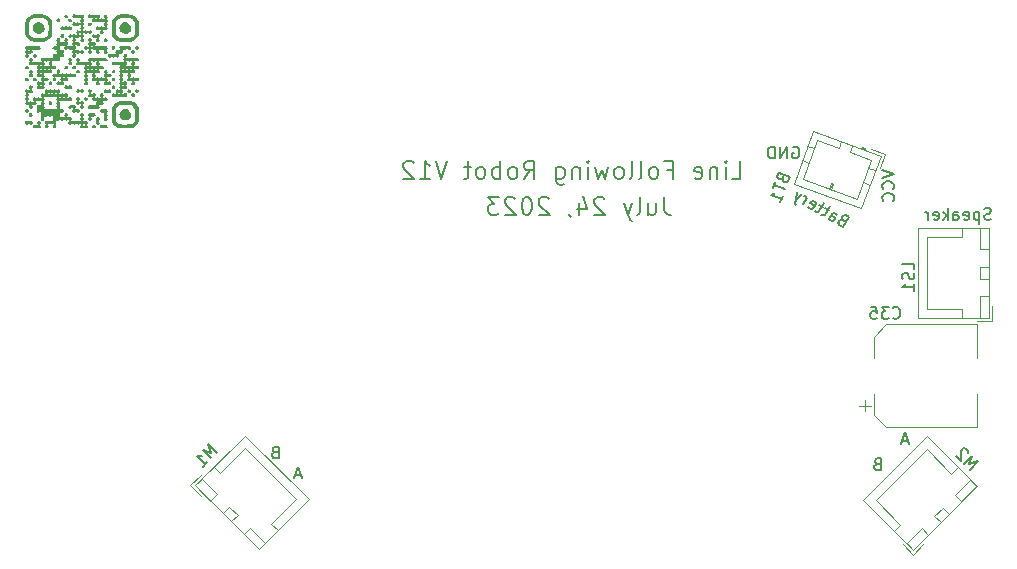
<source format=gbr>
%TF.GenerationSoftware,KiCad,Pcbnew,7.0.1*%
%TF.CreationDate,2023-08-08T22:15:58+07:00*%
%TF.ProjectId,BL706 Robot,424c3730-3620-4526-9f62-6f742e6b6963,rev?*%
%TF.SameCoordinates,Original*%
%TF.FileFunction,Legend,Bot*%
%TF.FilePolarity,Positive*%
%FSLAX46Y46*%
G04 Gerber Fmt 4.6, Leading zero omitted, Abs format (unit mm)*
G04 Created by KiCad (PCBNEW 7.0.1) date 2023-08-08 22:15:58*
%MOMM*%
%LPD*%
G01*
G04 APERTURE LIST*
%ADD10C,0.150000*%
%ADD11C,0.200000*%
%ADD12C,0.120000*%
G04 APERTURE END LIST*
D10*
X226938094Y-135276904D02*
X226461904Y-135276904D01*
X227033332Y-135562619D02*
X226699999Y-134562619D01*
X226699999Y-134562619D02*
X226366666Y-135562619D01*
X221424505Y-116592722D02*
X221276978Y-116562532D01*
X221276978Y-116562532D02*
X221211929Y-116579962D01*
X221211929Y-116579962D02*
X221123071Y-116638631D01*
X221123071Y-116638631D02*
X221051642Y-116762349D01*
X221051642Y-116762349D02*
X221045262Y-116868637D01*
X221045262Y-116868637D02*
X221062692Y-116933686D01*
X221062692Y-116933686D02*
X221121361Y-117022545D01*
X221121361Y-117022545D02*
X221451276Y-117213021D01*
X221451276Y-117213021D02*
X221951276Y-116346995D01*
X221951276Y-116346995D02*
X221662600Y-116180329D01*
X221662600Y-116180329D02*
X221556312Y-116173949D01*
X221556312Y-116173949D02*
X221491264Y-116191379D01*
X221491264Y-116191379D02*
X221402405Y-116250048D01*
X221402405Y-116250048D02*
X221354786Y-116332526D01*
X221354786Y-116332526D02*
X221348406Y-116438815D01*
X221348406Y-116438815D02*
X221365836Y-116503863D01*
X221365836Y-116503863D02*
X221424505Y-116592722D01*
X221424505Y-116592722D02*
X221713180Y-116759388D01*
X220214096Y-116498735D02*
X220476001Y-116045103D01*
X220476001Y-116045103D02*
X220564860Y-115986434D01*
X220564860Y-115986434D02*
X220671148Y-115992813D01*
X220671148Y-115992813D02*
X220836105Y-116088051D01*
X220836105Y-116088051D02*
X220894774Y-116176910D01*
X220237906Y-116457496D02*
X220296575Y-116546354D01*
X220296575Y-116546354D02*
X220502772Y-116665402D01*
X220502772Y-116665402D02*
X220609060Y-116671781D01*
X220609060Y-116671781D02*
X220697918Y-116613112D01*
X220697918Y-116613112D02*
X220745537Y-116530634D01*
X220745537Y-116530634D02*
X220751917Y-116424346D01*
X220751917Y-116424346D02*
X220693248Y-116335487D01*
X220693248Y-116335487D02*
X220487051Y-116216440D01*
X220487051Y-116216440D02*
X220428382Y-116127581D01*
X220258755Y-115754718D02*
X219928840Y-115564242D01*
X220301703Y-115394614D02*
X219873132Y-116136922D01*
X219873132Y-116136922D02*
X219784274Y-116195591D01*
X219784274Y-116195591D02*
X219677985Y-116189211D01*
X219677985Y-116189211D02*
X219595507Y-116141592D01*
X219763883Y-115469004D02*
X219433968Y-115278527D01*
X219806831Y-115108900D02*
X219378260Y-115851207D01*
X219378260Y-115851207D02*
X219289402Y-115909876D01*
X219289402Y-115909876D02*
X219183113Y-115903497D01*
X219183113Y-115903497D02*
X219100635Y-115855878D01*
X218505854Y-115457495D02*
X218564523Y-115546354D01*
X218564523Y-115546354D02*
X218729481Y-115641592D01*
X218729481Y-115641592D02*
X218835769Y-115647971D01*
X218835769Y-115647971D02*
X218924627Y-115589302D01*
X218924627Y-115589302D02*
X219115103Y-115259388D01*
X219115103Y-115259388D02*
X219121483Y-115153100D01*
X219121483Y-115153100D02*
X219062814Y-115064241D01*
X219062814Y-115064241D02*
X218897857Y-114969003D01*
X218897857Y-114969003D02*
X218791569Y-114962624D01*
X218791569Y-114962624D02*
X218702710Y-115021293D01*
X218702710Y-115021293D02*
X218655091Y-115103771D01*
X218655091Y-115103771D02*
X219019865Y-115424345D01*
X218069652Y-115260639D02*
X218402985Y-114683289D01*
X218307747Y-114848246D02*
X218314127Y-114741958D01*
X218314127Y-114741958D02*
X218296697Y-114676909D01*
X218296697Y-114676909D02*
X218238028Y-114588051D01*
X218238028Y-114588051D02*
X218155549Y-114540432D01*
X217949352Y-114421384D02*
X217409822Y-114879687D01*
X217536959Y-114183289D02*
X217409822Y-114879687D01*
X217409822Y-114879687D02*
X217373253Y-115133502D01*
X217373253Y-115133502D02*
X217390683Y-115198551D01*
X217390683Y-115198551D02*
X217449352Y-115287409D01*
D11*
X211999999Y-113093928D02*
X212714285Y-113093928D01*
X212714285Y-113093928D02*
X212714285Y-111593928D01*
X211499999Y-113093928D02*
X211499999Y-112093928D01*
X211499999Y-111593928D02*
X211571427Y-111665357D01*
X211571427Y-111665357D02*
X211499999Y-111736785D01*
X211499999Y-111736785D02*
X211428570Y-111665357D01*
X211428570Y-111665357D02*
X211499999Y-111593928D01*
X211499999Y-111593928D02*
X211499999Y-111736785D01*
X210785713Y-112093928D02*
X210785713Y-113093928D01*
X210785713Y-112236785D02*
X210714284Y-112165357D01*
X210714284Y-112165357D02*
X210571427Y-112093928D01*
X210571427Y-112093928D02*
X210357141Y-112093928D01*
X210357141Y-112093928D02*
X210214284Y-112165357D01*
X210214284Y-112165357D02*
X210142856Y-112308214D01*
X210142856Y-112308214D02*
X210142856Y-113093928D01*
X208857141Y-113022500D02*
X208999998Y-113093928D01*
X208999998Y-113093928D02*
X209285713Y-113093928D01*
X209285713Y-113093928D02*
X209428570Y-113022500D01*
X209428570Y-113022500D02*
X209499998Y-112879642D01*
X209499998Y-112879642D02*
X209499998Y-112308214D01*
X209499998Y-112308214D02*
X209428570Y-112165357D01*
X209428570Y-112165357D02*
X209285713Y-112093928D01*
X209285713Y-112093928D02*
X208999998Y-112093928D01*
X208999998Y-112093928D02*
X208857141Y-112165357D01*
X208857141Y-112165357D02*
X208785713Y-112308214D01*
X208785713Y-112308214D02*
X208785713Y-112451071D01*
X208785713Y-112451071D02*
X209499998Y-112593928D01*
X206499999Y-112308214D02*
X206999999Y-112308214D01*
X206999999Y-113093928D02*
X206999999Y-111593928D01*
X206999999Y-111593928D02*
X206285713Y-111593928D01*
X205499999Y-113093928D02*
X205642856Y-113022500D01*
X205642856Y-113022500D02*
X205714285Y-112951071D01*
X205714285Y-112951071D02*
X205785713Y-112808214D01*
X205785713Y-112808214D02*
X205785713Y-112379642D01*
X205785713Y-112379642D02*
X205714285Y-112236785D01*
X205714285Y-112236785D02*
X205642856Y-112165357D01*
X205642856Y-112165357D02*
X205499999Y-112093928D01*
X205499999Y-112093928D02*
X205285713Y-112093928D01*
X205285713Y-112093928D02*
X205142856Y-112165357D01*
X205142856Y-112165357D02*
X205071428Y-112236785D01*
X205071428Y-112236785D02*
X204999999Y-112379642D01*
X204999999Y-112379642D02*
X204999999Y-112808214D01*
X204999999Y-112808214D02*
X205071428Y-112951071D01*
X205071428Y-112951071D02*
X205142856Y-113022500D01*
X205142856Y-113022500D02*
X205285713Y-113093928D01*
X205285713Y-113093928D02*
X205499999Y-113093928D01*
X204142856Y-113093928D02*
X204285713Y-113022500D01*
X204285713Y-113022500D02*
X204357142Y-112879642D01*
X204357142Y-112879642D02*
X204357142Y-111593928D01*
X203357142Y-113093928D02*
X203499999Y-113022500D01*
X203499999Y-113022500D02*
X203571428Y-112879642D01*
X203571428Y-112879642D02*
X203571428Y-111593928D01*
X202571428Y-113093928D02*
X202714285Y-113022500D01*
X202714285Y-113022500D02*
X202785714Y-112951071D01*
X202785714Y-112951071D02*
X202857142Y-112808214D01*
X202857142Y-112808214D02*
X202857142Y-112379642D01*
X202857142Y-112379642D02*
X202785714Y-112236785D01*
X202785714Y-112236785D02*
X202714285Y-112165357D01*
X202714285Y-112165357D02*
X202571428Y-112093928D01*
X202571428Y-112093928D02*
X202357142Y-112093928D01*
X202357142Y-112093928D02*
X202214285Y-112165357D01*
X202214285Y-112165357D02*
X202142857Y-112236785D01*
X202142857Y-112236785D02*
X202071428Y-112379642D01*
X202071428Y-112379642D02*
X202071428Y-112808214D01*
X202071428Y-112808214D02*
X202142857Y-112951071D01*
X202142857Y-112951071D02*
X202214285Y-113022500D01*
X202214285Y-113022500D02*
X202357142Y-113093928D01*
X202357142Y-113093928D02*
X202571428Y-113093928D01*
X201571428Y-112093928D02*
X201285714Y-113093928D01*
X201285714Y-113093928D02*
X200999999Y-112379642D01*
X200999999Y-112379642D02*
X200714285Y-113093928D01*
X200714285Y-113093928D02*
X200428571Y-112093928D01*
X199857142Y-113093928D02*
X199857142Y-112093928D01*
X199857142Y-111593928D02*
X199928570Y-111665357D01*
X199928570Y-111665357D02*
X199857142Y-111736785D01*
X199857142Y-111736785D02*
X199785713Y-111665357D01*
X199785713Y-111665357D02*
X199857142Y-111593928D01*
X199857142Y-111593928D02*
X199857142Y-111736785D01*
X199142856Y-112093928D02*
X199142856Y-113093928D01*
X199142856Y-112236785D02*
X199071427Y-112165357D01*
X199071427Y-112165357D02*
X198928570Y-112093928D01*
X198928570Y-112093928D02*
X198714284Y-112093928D01*
X198714284Y-112093928D02*
X198571427Y-112165357D01*
X198571427Y-112165357D02*
X198499999Y-112308214D01*
X198499999Y-112308214D02*
X198499999Y-113093928D01*
X197142856Y-112093928D02*
X197142856Y-113308214D01*
X197142856Y-113308214D02*
X197214284Y-113451071D01*
X197214284Y-113451071D02*
X197285713Y-113522500D01*
X197285713Y-113522500D02*
X197428570Y-113593928D01*
X197428570Y-113593928D02*
X197642856Y-113593928D01*
X197642856Y-113593928D02*
X197785713Y-113522500D01*
X197142856Y-113022500D02*
X197285713Y-113093928D01*
X197285713Y-113093928D02*
X197571427Y-113093928D01*
X197571427Y-113093928D02*
X197714284Y-113022500D01*
X197714284Y-113022500D02*
X197785713Y-112951071D01*
X197785713Y-112951071D02*
X197857141Y-112808214D01*
X197857141Y-112808214D02*
X197857141Y-112379642D01*
X197857141Y-112379642D02*
X197785713Y-112236785D01*
X197785713Y-112236785D02*
X197714284Y-112165357D01*
X197714284Y-112165357D02*
X197571427Y-112093928D01*
X197571427Y-112093928D02*
X197285713Y-112093928D01*
X197285713Y-112093928D02*
X197142856Y-112165357D01*
X194428570Y-113093928D02*
X194928570Y-112379642D01*
X195285713Y-113093928D02*
X195285713Y-111593928D01*
X195285713Y-111593928D02*
X194714284Y-111593928D01*
X194714284Y-111593928D02*
X194571427Y-111665357D01*
X194571427Y-111665357D02*
X194499998Y-111736785D01*
X194499998Y-111736785D02*
X194428570Y-111879642D01*
X194428570Y-111879642D02*
X194428570Y-112093928D01*
X194428570Y-112093928D02*
X194499998Y-112236785D01*
X194499998Y-112236785D02*
X194571427Y-112308214D01*
X194571427Y-112308214D02*
X194714284Y-112379642D01*
X194714284Y-112379642D02*
X195285713Y-112379642D01*
X193571427Y-113093928D02*
X193714284Y-113022500D01*
X193714284Y-113022500D02*
X193785713Y-112951071D01*
X193785713Y-112951071D02*
X193857141Y-112808214D01*
X193857141Y-112808214D02*
X193857141Y-112379642D01*
X193857141Y-112379642D02*
X193785713Y-112236785D01*
X193785713Y-112236785D02*
X193714284Y-112165357D01*
X193714284Y-112165357D02*
X193571427Y-112093928D01*
X193571427Y-112093928D02*
X193357141Y-112093928D01*
X193357141Y-112093928D02*
X193214284Y-112165357D01*
X193214284Y-112165357D02*
X193142856Y-112236785D01*
X193142856Y-112236785D02*
X193071427Y-112379642D01*
X193071427Y-112379642D02*
X193071427Y-112808214D01*
X193071427Y-112808214D02*
X193142856Y-112951071D01*
X193142856Y-112951071D02*
X193214284Y-113022500D01*
X193214284Y-113022500D02*
X193357141Y-113093928D01*
X193357141Y-113093928D02*
X193571427Y-113093928D01*
X192428570Y-113093928D02*
X192428570Y-111593928D01*
X192428570Y-112165357D02*
X192285713Y-112093928D01*
X192285713Y-112093928D02*
X191999998Y-112093928D01*
X191999998Y-112093928D02*
X191857141Y-112165357D01*
X191857141Y-112165357D02*
X191785713Y-112236785D01*
X191785713Y-112236785D02*
X191714284Y-112379642D01*
X191714284Y-112379642D02*
X191714284Y-112808214D01*
X191714284Y-112808214D02*
X191785713Y-112951071D01*
X191785713Y-112951071D02*
X191857141Y-113022500D01*
X191857141Y-113022500D02*
X191999998Y-113093928D01*
X191999998Y-113093928D02*
X192285713Y-113093928D01*
X192285713Y-113093928D02*
X192428570Y-113022500D01*
X190857141Y-113093928D02*
X190999998Y-113022500D01*
X190999998Y-113022500D02*
X191071427Y-112951071D01*
X191071427Y-112951071D02*
X191142855Y-112808214D01*
X191142855Y-112808214D02*
X191142855Y-112379642D01*
X191142855Y-112379642D02*
X191071427Y-112236785D01*
X191071427Y-112236785D02*
X190999998Y-112165357D01*
X190999998Y-112165357D02*
X190857141Y-112093928D01*
X190857141Y-112093928D02*
X190642855Y-112093928D01*
X190642855Y-112093928D02*
X190499998Y-112165357D01*
X190499998Y-112165357D02*
X190428570Y-112236785D01*
X190428570Y-112236785D02*
X190357141Y-112379642D01*
X190357141Y-112379642D02*
X190357141Y-112808214D01*
X190357141Y-112808214D02*
X190428570Y-112951071D01*
X190428570Y-112951071D02*
X190499998Y-113022500D01*
X190499998Y-113022500D02*
X190642855Y-113093928D01*
X190642855Y-113093928D02*
X190857141Y-113093928D01*
X189928569Y-112093928D02*
X189357141Y-112093928D01*
X189714284Y-111593928D02*
X189714284Y-112879642D01*
X189714284Y-112879642D02*
X189642855Y-113022500D01*
X189642855Y-113022500D02*
X189499998Y-113093928D01*
X189499998Y-113093928D02*
X189357141Y-113093928D01*
X187928569Y-111593928D02*
X187428569Y-113093928D01*
X187428569Y-113093928D02*
X186928569Y-111593928D01*
X185642855Y-113093928D02*
X186499998Y-113093928D01*
X186071427Y-113093928D02*
X186071427Y-111593928D01*
X186071427Y-111593928D02*
X186214284Y-111808214D01*
X186214284Y-111808214D02*
X186357141Y-111951071D01*
X186357141Y-111951071D02*
X186499998Y-112022500D01*
X185071427Y-111736785D02*
X184999999Y-111665357D01*
X184999999Y-111665357D02*
X184857142Y-111593928D01*
X184857142Y-111593928D02*
X184499999Y-111593928D01*
X184499999Y-111593928D02*
X184357142Y-111665357D01*
X184357142Y-111665357D02*
X184285713Y-111736785D01*
X184285713Y-111736785D02*
X184214284Y-111879642D01*
X184214284Y-111879642D02*
X184214284Y-112022500D01*
X184214284Y-112022500D02*
X184285713Y-112236785D01*
X184285713Y-112236785D02*
X185142856Y-113093928D01*
X185142856Y-113093928D02*
X184214284Y-113093928D01*
X206294283Y-114633928D02*
X206294283Y-115705357D01*
X206294283Y-115705357D02*
X206365712Y-115919642D01*
X206365712Y-115919642D02*
X206508569Y-116062500D01*
X206508569Y-116062500D02*
X206722855Y-116133928D01*
X206722855Y-116133928D02*
X206865712Y-116133928D01*
X204937141Y-115133928D02*
X204937141Y-116133928D01*
X205579998Y-115133928D02*
X205579998Y-115919642D01*
X205579998Y-115919642D02*
X205508569Y-116062500D01*
X205508569Y-116062500D02*
X205365712Y-116133928D01*
X205365712Y-116133928D02*
X205151426Y-116133928D01*
X205151426Y-116133928D02*
X205008569Y-116062500D01*
X205008569Y-116062500D02*
X204937141Y-115991071D01*
X204008569Y-116133928D02*
X204151426Y-116062500D01*
X204151426Y-116062500D02*
X204222855Y-115919642D01*
X204222855Y-115919642D02*
X204222855Y-114633928D01*
X203579998Y-115133928D02*
X203222855Y-116133928D01*
X202865712Y-115133928D02*
X203222855Y-116133928D01*
X203222855Y-116133928D02*
X203365712Y-116491071D01*
X203365712Y-116491071D02*
X203437141Y-116562500D01*
X203437141Y-116562500D02*
X203579998Y-116633928D01*
X201222855Y-114776785D02*
X201151427Y-114705357D01*
X201151427Y-114705357D02*
X201008570Y-114633928D01*
X201008570Y-114633928D02*
X200651427Y-114633928D01*
X200651427Y-114633928D02*
X200508570Y-114705357D01*
X200508570Y-114705357D02*
X200437141Y-114776785D01*
X200437141Y-114776785D02*
X200365712Y-114919642D01*
X200365712Y-114919642D02*
X200365712Y-115062500D01*
X200365712Y-115062500D02*
X200437141Y-115276785D01*
X200437141Y-115276785D02*
X201294284Y-116133928D01*
X201294284Y-116133928D02*
X200365712Y-116133928D01*
X199079999Y-115133928D02*
X199079999Y-116133928D01*
X199437141Y-114562500D02*
X199794284Y-115633928D01*
X199794284Y-115633928D02*
X198865713Y-115633928D01*
X198222856Y-116062500D02*
X198222856Y-116133928D01*
X198222856Y-116133928D02*
X198294285Y-116276785D01*
X198294285Y-116276785D02*
X198365713Y-116348214D01*
X196508570Y-114776785D02*
X196437142Y-114705357D01*
X196437142Y-114705357D02*
X196294285Y-114633928D01*
X196294285Y-114633928D02*
X195937142Y-114633928D01*
X195937142Y-114633928D02*
X195794285Y-114705357D01*
X195794285Y-114705357D02*
X195722856Y-114776785D01*
X195722856Y-114776785D02*
X195651427Y-114919642D01*
X195651427Y-114919642D02*
X195651427Y-115062500D01*
X195651427Y-115062500D02*
X195722856Y-115276785D01*
X195722856Y-115276785D02*
X196579999Y-116133928D01*
X196579999Y-116133928D02*
X195651427Y-116133928D01*
X194722856Y-114633928D02*
X194579999Y-114633928D01*
X194579999Y-114633928D02*
X194437142Y-114705357D01*
X194437142Y-114705357D02*
X194365714Y-114776785D01*
X194365714Y-114776785D02*
X194294285Y-114919642D01*
X194294285Y-114919642D02*
X194222856Y-115205357D01*
X194222856Y-115205357D02*
X194222856Y-115562500D01*
X194222856Y-115562500D02*
X194294285Y-115848214D01*
X194294285Y-115848214D02*
X194365714Y-115991071D01*
X194365714Y-115991071D02*
X194437142Y-116062500D01*
X194437142Y-116062500D02*
X194579999Y-116133928D01*
X194579999Y-116133928D02*
X194722856Y-116133928D01*
X194722856Y-116133928D02*
X194865714Y-116062500D01*
X194865714Y-116062500D02*
X194937142Y-115991071D01*
X194937142Y-115991071D02*
X195008571Y-115848214D01*
X195008571Y-115848214D02*
X195079999Y-115562500D01*
X195079999Y-115562500D02*
X195079999Y-115205357D01*
X195079999Y-115205357D02*
X195008571Y-114919642D01*
X195008571Y-114919642D02*
X194937142Y-114776785D01*
X194937142Y-114776785D02*
X194865714Y-114705357D01*
X194865714Y-114705357D02*
X194722856Y-114633928D01*
X193651428Y-114776785D02*
X193580000Y-114705357D01*
X193580000Y-114705357D02*
X193437143Y-114633928D01*
X193437143Y-114633928D02*
X193080000Y-114633928D01*
X193080000Y-114633928D02*
X192937143Y-114705357D01*
X192937143Y-114705357D02*
X192865714Y-114776785D01*
X192865714Y-114776785D02*
X192794285Y-114919642D01*
X192794285Y-114919642D02*
X192794285Y-115062500D01*
X192794285Y-115062500D02*
X192865714Y-115276785D01*
X192865714Y-115276785D02*
X193722857Y-116133928D01*
X193722857Y-116133928D02*
X192794285Y-116133928D01*
X192294286Y-114633928D02*
X191365714Y-114633928D01*
X191365714Y-114633928D02*
X191865714Y-115205357D01*
X191865714Y-115205357D02*
X191651429Y-115205357D01*
X191651429Y-115205357D02*
X191508572Y-115276785D01*
X191508572Y-115276785D02*
X191437143Y-115348214D01*
X191437143Y-115348214D02*
X191365714Y-115491071D01*
X191365714Y-115491071D02*
X191365714Y-115848214D01*
X191365714Y-115848214D02*
X191437143Y-115991071D01*
X191437143Y-115991071D02*
X191508572Y-116062500D01*
X191508572Y-116062500D02*
X191651429Y-116133928D01*
X191651429Y-116133928D02*
X192080000Y-116133928D01*
X192080000Y-116133928D02*
X192222857Y-116062500D01*
X192222857Y-116062500D02*
X192294286Y-115991071D01*
D10*
X224328571Y-137238809D02*
X224185714Y-137286428D01*
X224185714Y-137286428D02*
X224138095Y-137334047D01*
X224138095Y-137334047D02*
X224090476Y-137429285D01*
X224090476Y-137429285D02*
X224090476Y-137572142D01*
X224090476Y-137572142D02*
X224138095Y-137667380D01*
X224138095Y-137667380D02*
X224185714Y-137715000D01*
X224185714Y-137715000D02*
X224280952Y-137762619D01*
X224280952Y-137762619D02*
X224661904Y-137762619D01*
X224661904Y-137762619D02*
X224661904Y-136762619D01*
X224661904Y-136762619D02*
X224328571Y-136762619D01*
X224328571Y-136762619D02*
X224233333Y-136810238D01*
X224233333Y-136810238D02*
X224185714Y-136857857D01*
X224185714Y-136857857D02*
X224138095Y-136953095D01*
X224138095Y-136953095D02*
X224138095Y-137048333D01*
X224138095Y-137048333D02*
X224185714Y-137143571D01*
X224185714Y-137143571D02*
X224233333Y-137191190D01*
X224233333Y-137191190D02*
X224328571Y-137238809D01*
X224328571Y-137238809D02*
X224661904Y-137238809D01*
X233961904Y-116515000D02*
X233819047Y-116562619D01*
X233819047Y-116562619D02*
X233580952Y-116562619D01*
X233580952Y-116562619D02*
X233485714Y-116515000D01*
X233485714Y-116515000D02*
X233438095Y-116467380D01*
X233438095Y-116467380D02*
X233390476Y-116372142D01*
X233390476Y-116372142D02*
X233390476Y-116276904D01*
X233390476Y-116276904D02*
X233438095Y-116181666D01*
X233438095Y-116181666D02*
X233485714Y-116134047D01*
X233485714Y-116134047D02*
X233580952Y-116086428D01*
X233580952Y-116086428D02*
X233771428Y-116038809D01*
X233771428Y-116038809D02*
X233866666Y-115991190D01*
X233866666Y-115991190D02*
X233914285Y-115943571D01*
X233914285Y-115943571D02*
X233961904Y-115848333D01*
X233961904Y-115848333D02*
X233961904Y-115753095D01*
X233961904Y-115753095D02*
X233914285Y-115657857D01*
X233914285Y-115657857D02*
X233866666Y-115610238D01*
X233866666Y-115610238D02*
X233771428Y-115562619D01*
X233771428Y-115562619D02*
X233533333Y-115562619D01*
X233533333Y-115562619D02*
X233390476Y-115610238D01*
X232961904Y-115895952D02*
X232961904Y-116895952D01*
X232961904Y-115943571D02*
X232866666Y-115895952D01*
X232866666Y-115895952D02*
X232676190Y-115895952D01*
X232676190Y-115895952D02*
X232580952Y-115943571D01*
X232580952Y-115943571D02*
X232533333Y-115991190D01*
X232533333Y-115991190D02*
X232485714Y-116086428D01*
X232485714Y-116086428D02*
X232485714Y-116372142D01*
X232485714Y-116372142D02*
X232533333Y-116467380D01*
X232533333Y-116467380D02*
X232580952Y-116515000D01*
X232580952Y-116515000D02*
X232676190Y-116562619D01*
X232676190Y-116562619D02*
X232866666Y-116562619D01*
X232866666Y-116562619D02*
X232961904Y-116515000D01*
X231676190Y-116515000D02*
X231771428Y-116562619D01*
X231771428Y-116562619D02*
X231961904Y-116562619D01*
X231961904Y-116562619D02*
X232057142Y-116515000D01*
X232057142Y-116515000D02*
X232104761Y-116419761D01*
X232104761Y-116419761D02*
X232104761Y-116038809D01*
X232104761Y-116038809D02*
X232057142Y-115943571D01*
X232057142Y-115943571D02*
X231961904Y-115895952D01*
X231961904Y-115895952D02*
X231771428Y-115895952D01*
X231771428Y-115895952D02*
X231676190Y-115943571D01*
X231676190Y-115943571D02*
X231628571Y-116038809D01*
X231628571Y-116038809D02*
X231628571Y-116134047D01*
X231628571Y-116134047D02*
X232104761Y-116229285D01*
X230771428Y-116562619D02*
X230771428Y-116038809D01*
X230771428Y-116038809D02*
X230819047Y-115943571D01*
X230819047Y-115943571D02*
X230914285Y-115895952D01*
X230914285Y-115895952D02*
X231104761Y-115895952D01*
X231104761Y-115895952D02*
X231199999Y-115943571D01*
X230771428Y-116515000D02*
X230866666Y-116562619D01*
X230866666Y-116562619D02*
X231104761Y-116562619D01*
X231104761Y-116562619D02*
X231199999Y-116515000D01*
X231199999Y-116515000D02*
X231247618Y-116419761D01*
X231247618Y-116419761D02*
X231247618Y-116324523D01*
X231247618Y-116324523D02*
X231199999Y-116229285D01*
X231199999Y-116229285D02*
X231104761Y-116181666D01*
X231104761Y-116181666D02*
X230866666Y-116181666D01*
X230866666Y-116181666D02*
X230771428Y-116134047D01*
X230295237Y-116562619D02*
X230295237Y-115562619D01*
X230199999Y-116181666D02*
X229914285Y-116562619D01*
X229914285Y-115895952D02*
X230295237Y-116276904D01*
X229104761Y-116515000D02*
X229199999Y-116562619D01*
X229199999Y-116562619D02*
X229390475Y-116562619D01*
X229390475Y-116562619D02*
X229485713Y-116515000D01*
X229485713Y-116515000D02*
X229533332Y-116419761D01*
X229533332Y-116419761D02*
X229533332Y-116038809D01*
X229533332Y-116038809D02*
X229485713Y-115943571D01*
X229485713Y-115943571D02*
X229390475Y-115895952D01*
X229390475Y-115895952D02*
X229199999Y-115895952D01*
X229199999Y-115895952D02*
X229104761Y-115943571D01*
X229104761Y-115943571D02*
X229057142Y-116038809D01*
X229057142Y-116038809D02*
X229057142Y-116134047D01*
X229057142Y-116134047D02*
X229533332Y-116229285D01*
X228628570Y-116562619D02*
X228628570Y-115895952D01*
X228628570Y-116086428D02*
X228580951Y-115991190D01*
X228580951Y-115991190D02*
X228533332Y-115943571D01*
X228533332Y-115943571D02*
X228438094Y-115895952D01*
X228438094Y-115895952D02*
X228342856Y-115895952D01*
X217161904Y-110410238D02*
X217257142Y-110362619D01*
X217257142Y-110362619D02*
X217399999Y-110362619D01*
X217399999Y-110362619D02*
X217542856Y-110410238D01*
X217542856Y-110410238D02*
X217638094Y-110505476D01*
X217638094Y-110505476D02*
X217685713Y-110600714D01*
X217685713Y-110600714D02*
X217733332Y-110791190D01*
X217733332Y-110791190D02*
X217733332Y-110934047D01*
X217733332Y-110934047D02*
X217685713Y-111124523D01*
X217685713Y-111124523D02*
X217638094Y-111219761D01*
X217638094Y-111219761D02*
X217542856Y-111315000D01*
X217542856Y-111315000D02*
X217399999Y-111362619D01*
X217399999Y-111362619D02*
X217304761Y-111362619D01*
X217304761Y-111362619D02*
X217161904Y-111315000D01*
X217161904Y-111315000D02*
X217114285Y-111267380D01*
X217114285Y-111267380D02*
X217114285Y-110934047D01*
X217114285Y-110934047D02*
X217304761Y-110934047D01*
X216685713Y-111362619D02*
X216685713Y-110362619D01*
X216685713Y-110362619D02*
X216114285Y-111362619D01*
X216114285Y-111362619D02*
X216114285Y-110362619D01*
X215638094Y-111362619D02*
X215638094Y-110362619D01*
X215638094Y-110362619D02*
X215399999Y-110362619D01*
X215399999Y-110362619D02*
X215257142Y-110410238D01*
X215257142Y-110410238D02*
X215161904Y-110505476D01*
X215161904Y-110505476D02*
X215114285Y-110600714D01*
X215114285Y-110600714D02*
X215066666Y-110791190D01*
X215066666Y-110791190D02*
X215066666Y-110934047D01*
X215066666Y-110934047D02*
X215114285Y-111124523D01*
X215114285Y-111124523D02*
X215161904Y-111219761D01*
X215161904Y-111219761D02*
X215257142Y-111315000D01*
X215257142Y-111315000D02*
X215399999Y-111362619D01*
X215399999Y-111362619D02*
X215638094Y-111362619D01*
X173328571Y-136238809D02*
X173185714Y-136286428D01*
X173185714Y-136286428D02*
X173138095Y-136334047D01*
X173138095Y-136334047D02*
X173090476Y-136429285D01*
X173090476Y-136429285D02*
X173090476Y-136572142D01*
X173090476Y-136572142D02*
X173138095Y-136667380D01*
X173138095Y-136667380D02*
X173185714Y-136715000D01*
X173185714Y-136715000D02*
X173280952Y-136762619D01*
X173280952Y-136762619D02*
X173661904Y-136762619D01*
X173661904Y-136762619D02*
X173661904Y-135762619D01*
X173661904Y-135762619D02*
X173328571Y-135762619D01*
X173328571Y-135762619D02*
X173233333Y-135810238D01*
X173233333Y-135810238D02*
X173185714Y-135857857D01*
X173185714Y-135857857D02*
X173138095Y-135953095D01*
X173138095Y-135953095D02*
X173138095Y-136048333D01*
X173138095Y-136048333D02*
X173185714Y-136143571D01*
X173185714Y-136143571D02*
X173233333Y-136191190D01*
X173233333Y-136191190D02*
X173328571Y-136238809D01*
X173328571Y-136238809D02*
X173661904Y-136238809D01*
X175538094Y-138176904D02*
X175061904Y-138176904D01*
X175633332Y-138462619D02*
X175299999Y-137462619D01*
X175299999Y-137462619D02*
X174966666Y-138462619D01*
X224762619Y-112366667D02*
X225762619Y-112700000D01*
X225762619Y-112700000D02*
X224762619Y-113033333D01*
X225667380Y-113938095D02*
X225715000Y-113890476D01*
X225715000Y-113890476D02*
X225762619Y-113747619D01*
X225762619Y-113747619D02*
X225762619Y-113652381D01*
X225762619Y-113652381D02*
X225715000Y-113509524D01*
X225715000Y-113509524D02*
X225619761Y-113414286D01*
X225619761Y-113414286D02*
X225524523Y-113366667D01*
X225524523Y-113366667D02*
X225334047Y-113319048D01*
X225334047Y-113319048D02*
X225191190Y-113319048D01*
X225191190Y-113319048D02*
X225000714Y-113366667D01*
X225000714Y-113366667D02*
X224905476Y-113414286D01*
X224905476Y-113414286D02*
X224810238Y-113509524D01*
X224810238Y-113509524D02*
X224762619Y-113652381D01*
X224762619Y-113652381D02*
X224762619Y-113747619D01*
X224762619Y-113747619D02*
X224810238Y-113890476D01*
X224810238Y-113890476D02*
X224857857Y-113938095D01*
X225667380Y-114938095D02*
X225715000Y-114890476D01*
X225715000Y-114890476D02*
X225762619Y-114747619D01*
X225762619Y-114747619D02*
X225762619Y-114652381D01*
X225762619Y-114652381D02*
X225715000Y-114509524D01*
X225715000Y-114509524D02*
X225619761Y-114414286D01*
X225619761Y-114414286D02*
X225524523Y-114366667D01*
X225524523Y-114366667D02*
X225334047Y-114319048D01*
X225334047Y-114319048D02*
X225191190Y-114319048D01*
X225191190Y-114319048D02*
X225000714Y-114366667D01*
X225000714Y-114366667D02*
X224905476Y-114414286D01*
X224905476Y-114414286D02*
X224810238Y-114509524D01*
X224810238Y-114509524D02*
X224762619Y-114652381D01*
X224762619Y-114652381D02*
X224762619Y-114747619D01*
X224762619Y-114747619D02*
X224810238Y-114890476D01*
X224810238Y-114890476D02*
X224857857Y-114938095D01*
%TO.C,C35*%
X225642857Y-124847380D02*
X225690476Y-124895000D01*
X225690476Y-124895000D02*
X225833333Y-124942619D01*
X225833333Y-124942619D02*
X225928571Y-124942619D01*
X225928571Y-124942619D02*
X226071428Y-124895000D01*
X226071428Y-124895000D02*
X226166666Y-124799761D01*
X226166666Y-124799761D02*
X226214285Y-124704523D01*
X226214285Y-124704523D02*
X226261904Y-124514047D01*
X226261904Y-124514047D02*
X226261904Y-124371190D01*
X226261904Y-124371190D02*
X226214285Y-124180714D01*
X226214285Y-124180714D02*
X226166666Y-124085476D01*
X226166666Y-124085476D02*
X226071428Y-123990238D01*
X226071428Y-123990238D02*
X225928571Y-123942619D01*
X225928571Y-123942619D02*
X225833333Y-123942619D01*
X225833333Y-123942619D02*
X225690476Y-123990238D01*
X225690476Y-123990238D02*
X225642857Y-124037857D01*
X225309523Y-123942619D02*
X224690476Y-123942619D01*
X224690476Y-123942619D02*
X225023809Y-124323571D01*
X225023809Y-124323571D02*
X224880952Y-124323571D01*
X224880952Y-124323571D02*
X224785714Y-124371190D01*
X224785714Y-124371190D02*
X224738095Y-124418809D01*
X224738095Y-124418809D02*
X224690476Y-124514047D01*
X224690476Y-124514047D02*
X224690476Y-124752142D01*
X224690476Y-124752142D02*
X224738095Y-124847380D01*
X224738095Y-124847380D02*
X224785714Y-124895000D01*
X224785714Y-124895000D02*
X224880952Y-124942619D01*
X224880952Y-124942619D02*
X225166666Y-124942619D01*
X225166666Y-124942619D02*
X225261904Y-124895000D01*
X225261904Y-124895000D02*
X225309523Y-124847380D01*
X223785714Y-123942619D02*
X224261904Y-123942619D01*
X224261904Y-123942619D02*
X224309523Y-124418809D01*
X224309523Y-124418809D02*
X224261904Y-124371190D01*
X224261904Y-124371190D02*
X224166666Y-124323571D01*
X224166666Y-124323571D02*
X223928571Y-124323571D01*
X223928571Y-124323571D02*
X223833333Y-124371190D01*
X223833333Y-124371190D02*
X223785714Y-124418809D01*
X223785714Y-124418809D02*
X223738095Y-124514047D01*
X223738095Y-124514047D02*
X223738095Y-124752142D01*
X223738095Y-124752142D02*
X223785714Y-124847380D01*
X223785714Y-124847380D02*
X223833333Y-124895000D01*
X223833333Y-124895000D02*
X223928571Y-124942619D01*
X223928571Y-124942619D02*
X224166666Y-124942619D01*
X224166666Y-124942619D02*
X224261904Y-124895000D01*
X224261904Y-124895000D02*
X224309523Y-124847380D01*
%TO.C,LS1*%
X227462619Y-120757142D02*
X227462619Y-120280952D01*
X227462619Y-120280952D02*
X226462619Y-120280952D01*
X227415000Y-121042857D02*
X227462619Y-121185714D01*
X227462619Y-121185714D02*
X227462619Y-121423809D01*
X227462619Y-121423809D02*
X227415000Y-121519047D01*
X227415000Y-121519047D02*
X227367380Y-121566666D01*
X227367380Y-121566666D02*
X227272142Y-121614285D01*
X227272142Y-121614285D02*
X227176904Y-121614285D01*
X227176904Y-121614285D02*
X227081666Y-121566666D01*
X227081666Y-121566666D02*
X227034047Y-121519047D01*
X227034047Y-121519047D02*
X226986428Y-121423809D01*
X226986428Y-121423809D02*
X226938809Y-121233333D01*
X226938809Y-121233333D02*
X226891190Y-121138095D01*
X226891190Y-121138095D02*
X226843571Y-121090476D01*
X226843571Y-121090476D02*
X226748333Y-121042857D01*
X226748333Y-121042857D02*
X226653095Y-121042857D01*
X226653095Y-121042857D02*
X226557857Y-121090476D01*
X226557857Y-121090476D02*
X226510238Y-121138095D01*
X226510238Y-121138095D02*
X226462619Y-121233333D01*
X226462619Y-121233333D02*
X226462619Y-121471428D01*
X226462619Y-121471428D02*
X226510238Y-121614285D01*
X227462619Y-122566666D02*
X227462619Y-121995238D01*
X227462619Y-122280952D02*
X226462619Y-122280952D01*
X226462619Y-122280952D02*
X226605476Y-122185714D01*
X226605476Y-122185714D02*
X226700714Y-122090476D01*
X226700714Y-122090476D02*
X226748333Y-121995238D01*
%TO.C,BT1*%
X216311229Y-113040741D02*
X216307117Y-113191270D01*
X216307117Y-113191270D02*
X216335577Y-113252303D01*
X216335577Y-113252303D02*
X216408785Y-113329624D01*
X216408785Y-113329624D02*
X216543027Y-113378484D01*
X216543027Y-113378484D02*
X216648808Y-113366310D01*
X216648808Y-113366310D02*
X216709842Y-113337850D01*
X216709842Y-113337850D02*
X216787163Y-113264642D01*
X216787163Y-113264642D02*
X216917456Y-112906664D01*
X216917456Y-112906664D02*
X215977763Y-112564643D01*
X215977763Y-112564643D02*
X215863757Y-112877874D01*
X215863757Y-112877874D02*
X215875931Y-112983656D01*
X215875931Y-112983656D02*
X215904391Y-113044689D01*
X215904391Y-113044689D02*
X215977599Y-113122010D01*
X215977599Y-113122010D02*
X216067094Y-113154583D01*
X216067094Y-113154583D02*
X216172875Y-113142410D01*
X216172875Y-113142410D02*
X216233909Y-113113949D01*
X216233909Y-113113949D02*
X216311229Y-113040741D01*
X216311229Y-113040741D02*
X216425236Y-112727510D01*
X215684603Y-113370094D02*
X215489163Y-113907061D01*
X216526576Y-113980598D02*
X215586883Y-113638578D01*
X216135696Y-115054533D02*
X216331136Y-114517565D01*
X216233416Y-114786049D02*
X215293723Y-114444029D01*
X215293723Y-114444029D02*
X215460538Y-114403394D01*
X215460538Y-114403394D02*
X215582606Y-114346473D01*
X215582606Y-114346473D02*
X215659927Y-114273265D01*
%TO.C,M1*%
X168397800Y-136288317D02*
X167690694Y-135581210D01*
X167690694Y-135581210D02*
X167960068Y-136321989D01*
X167960068Y-136321989D02*
X167219289Y-136052615D01*
X167219289Y-136052615D02*
X167926396Y-136759721D01*
X167219289Y-137466828D02*
X167623350Y-137062767D01*
X167421320Y-137264798D02*
X166714213Y-136557691D01*
X166714213Y-136557691D02*
X166882572Y-136591362D01*
X166882572Y-136591362D02*
X167017259Y-136591362D01*
X167017259Y-136591362D02*
X167118274Y-136557691D01*
%TO.C,M2*%
X232145096Y-137710403D02*
X232852203Y-137003297D01*
X232852203Y-137003297D02*
X232111424Y-137272671D01*
X232111424Y-137272671D02*
X232380798Y-136531892D01*
X232380798Y-136531892D02*
X231673692Y-137238999D01*
X232010409Y-136296190D02*
X232010409Y-136228846D01*
X232010409Y-136228846D02*
X231976738Y-136127831D01*
X231976738Y-136127831D02*
X231808379Y-135959472D01*
X231808379Y-135959472D02*
X231707364Y-135925801D01*
X231707364Y-135925801D02*
X231640020Y-135925801D01*
X231640020Y-135925801D02*
X231539005Y-135959472D01*
X231539005Y-135959472D02*
X231471661Y-136026816D01*
X231471661Y-136026816D02*
X231404318Y-136161503D01*
X231404318Y-136161503D02*
X231404318Y-136969625D01*
X231404318Y-136969625D02*
X230966585Y-136531892D01*
D12*
%TO.C,C35*%
X222800000Y-132290000D02*
X223800000Y-132290000D01*
X223300000Y-132790000D02*
X223300000Y-131790000D01*
X224040000Y-126484437D02*
X224040000Y-128270000D01*
X224040000Y-126484437D02*
X225104437Y-125420000D01*
X224040000Y-133075563D02*
X224040000Y-131290000D01*
X224040000Y-133075563D02*
X225104437Y-134140000D01*
X225104437Y-125420000D02*
X232760000Y-125420000D01*
X225104437Y-134140000D02*
X232760000Y-134140000D01*
X232760000Y-125420000D02*
X232760000Y-128270000D01*
X232760000Y-134140000D02*
X232760000Y-131290000D01*
%TO.C,LS1*%
X234050000Y-125150000D02*
X232800000Y-125150000D01*
X227790000Y-124860000D02*
X227790000Y-117240000D01*
X233760000Y-124860000D02*
X227790000Y-124860000D01*
X231500000Y-124850000D02*
X231500000Y-124100000D01*
X233000000Y-124850000D02*
X233000000Y-123050000D01*
X233750000Y-124850000D02*
X233000000Y-124850000D01*
X228550000Y-124100000D02*
X228550000Y-121050000D01*
X231500000Y-124100000D02*
X228550000Y-124100000D01*
X234050000Y-123900000D02*
X234050000Y-125150000D01*
X233000000Y-123050000D02*
X233750000Y-123050000D01*
X233750000Y-123050000D02*
X233750000Y-124850000D01*
X233000000Y-121550000D02*
X233000000Y-120550000D01*
X233750000Y-121550000D02*
X233000000Y-121550000D01*
X233000000Y-120550000D02*
X233750000Y-120550000D01*
X233750000Y-120550000D02*
X233750000Y-121550000D01*
X233000000Y-119050000D02*
X233000000Y-117250000D01*
X233750000Y-119050000D02*
X233000000Y-119050000D01*
X228550000Y-118000000D02*
X228550000Y-121050000D01*
X231500000Y-118000000D02*
X228550000Y-118000000D01*
X231500000Y-117250000D02*
X231500000Y-118000000D01*
X233000000Y-117250000D02*
X233750000Y-117250000D01*
X233750000Y-117250000D02*
X233750000Y-119050000D01*
X227790000Y-117240000D02*
X233760000Y-117240000D01*
X233760000Y-117240000D02*
X233760000Y-124860000D01*
%TO.C,BT1*%
X224989337Y-110974416D02*
X224561812Y-112149032D01*
X222990488Y-115589067D02*
X217239569Y-113495904D01*
X223712151Y-113606316D02*
X223138938Y-113397683D01*
X224156777Y-112384715D02*
X223583564Y-112176083D01*
X224604823Y-111153718D02*
X222990488Y-115589067D01*
X222625908Y-114807222D02*
X218021414Y-113131324D01*
X223822978Y-111518298D02*
X222625908Y-114807222D01*
X223814721Y-110546891D02*
X224989337Y-110974416D01*
X223301276Y-110466430D02*
X223232872Y-110654368D01*
X222950964Y-110551762D02*
X223019368Y-110363824D01*
X222985166Y-110457793D02*
X223267074Y-110560399D01*
X223019368Y-110363824D02*
X223301276Y-110466430D01*
X221990578Y-110851359D02*
X223822978Y-111518298D01*
X222199210Y-110278146D02*
X221990578Y-110851359D01*
X220417630Y-114003475D02*
X220588640Y-113533629D01*
X220588640Y-113533629D02*
X220400702Y-113465225D01*
X220323661Y-113969273D02*
X220494671Y-113499427D01*
X220400702Y-113465225D02*
X220229692Y-113935071D01*
X221050885Y-110509339D02*
X221259518Y-109936126D01*
X218021414Y-113131324D02*
X219218485Y-109842399D01*
X219218485Y-109842399D02*
X221050885Y-110509339D01*
X217239569Y-113495904D02*
X218853904Y-109060555D01*
X217961232Y-111513152D02*
X218534444Y-111721785D01*
X218405858Y-110291552D02*
X218979071Y-110500184D01*
X218853904Y-109060555D02*
X224604823Y-111153718D01*
%TO.C,M1*%
X166172435Y-139061522D02*
X167056319Y-138177639D01*
X170803984Y-134840095D02*
X176192138Y-140228249D01*
X166582557Y-139061522D02*
X170803984Y-134840095D01*
X168187689Y-137470532D02*
X168718019Y-138000862D01*
X167127029Y-138531192D02*
X168399821Y-139803984D01*
X166596699Y-139061522D02*
X167127029Y-138531192D01*
X170803984Y-135914897D02*
X172960660Y-138071573D01*
X168718019Y-138000862D02*
X170803984Y-135914897D01*
X167056319Y-139945406D02*
X166172435Y-139061522D01*
X168399821Y-139803984D02*
X167869491Y-140334315D01*
X167869491Y-140334315D02*
X166596699Y-139061522D01*
X169460482Y-140864645D02*
X170167588Y-141571751D01*
X168930151Y-141394975D02*
X169460482Y-140864645D01*
X170167588Y-141571751D02*
X169637258Y-142102081D01*
X169637258Y-142102081D02*
X168930151Y-141394975D01*
X171228249Y-142632412D02*
X172501041Y-143905204D01*
X170697918Y-143162742D02*
X171228249Y-142632412D01*
X175117336Y-140228249D02*
X172960660Y-138071573D01*
X173031371Y-142314214D02*
X175117336Y-140228249D01*
X173561701Y-142844544D02*
X173031371Y-142314214D01*
X172501041Y-143905204D02*
X171970711Y-144435534D01*
X171970711Y-144435534D02*
X170697918Y-143162742D01*
X176192138Y-140228249D02*
X171970711Y-144449676D01*
X171970711Y-144449676D02*
X166582557Y-139061522D01*
%TO.C,G\u002A\u002A\u002A*%
G36*
X161683148Y-105500821D02*
G01*
X161767447Y-105536517D01*
X161817675Y-105609432D01*
X161825092Y-105698075D01*
X161780953Y-105780952D01*
X161740017Y-105810789D01*
X161666667Y-105833333D01*
X161598515Y-105814022D01*
X161528919Y-105750317D01*
X161500000Y-105666666D01*
X161519311Y-105598514D01*
X161583017Y-105528918D01*
X161666667Y-105500000D01*
X161683148Y-105500821D01*
G37*
G36*
X161683148Y-101834155D02*
G01*
X161767447Y-101869850D01*
X161817675Y-101942765D01*
X161825092Y-102031408D01*
X161780953Y-102114285D01*
X161740017Y-102144122D01*
X161666667Y-102166666D01*
X161598515Y-102147355D01*
X161528919Y-102083650D01*
X161500000Y-102000000D01*
X161519311Y-101931848D01*
X161583017Y-101862251D01*
X161666667Y-101833333D01*
X161683148Y-101834155D01*
G37*
G36*
X161349815Y-105834155D02*
G01*
X161434113Y-105869850D01*
X161484342Y-105942765D01*
X161491758Y-106031408D01*
X161447620Y-106114285D01*
X161406684Y-106144122D01*
X161333334Y-106166666D01*
X161265182Y-106147355D01*
X161195585Y-106083650D01*
X161166667Y-106000000D01*
X161185978Y-105931848D01*
X161249683Y-105862251D01*
X161333334Y-105833333D01*
X161349815Y-105834155D01*
G37*
G36*
X161349815Y-102167488D02*
G01*
X161434113Y-102203184D01*
X161484342Y-102276099D01*
X161491758Y-102364741D01*
X161447620Y-102447619D01*
X161406684Y-102477455D01*
X161333334Y-102500000D01*
X161265182Y-102480689D01*
X161195585Y-102416983D01*
X161166667Y-102333333D01*
X161185978Y-102265181D01*
X161249683Y-102195584D01*
X161333334Y-102166666D01*
X161349815Y-102167488D01*
G37*
G36*
X161016482Y-105500821D02*
G01*
X161100780Y-105536517D01*
X161151009Y-105609432D01*
X161158425Y-105698075D01*
X161114286Y-105780952D01*
X161073350Y-105810789D01*
X161000000Y-105833333D01*
X160931849Y-105814022D01*
X160862252Y-105750317D01*
X160833334Y-105666666D01*
X160852645Y-105598514D01*
X160916350Y-105528918D01*
X161000000Y-105500000D01*
X161016482Y-105500821D01*
G37*
G36*
X159683148Y-105167488D02*
G01*
X159767447Y-105203184D01*
X159817675Y-105276099D01*
X159825092Y-105364741D01*
X159780953Y-105447619D01*
X159740017Y-105477455D01*
X159666667Y-105500000D01*
X159598515Y-105480689D01*
X159528919Y-105416983D01*
X159500000Y-105333333D01*
X159519311Y-105265181D01*
X159583017Y-105195584D01*
X159666667Y-105166666D01*
X159683148Y-105167488D01*
G37*
G36*
X159683148Y-104500821D02*
G01*
X159767447Y-104536517D01*
X159817675Y-104609432D01*
X159825092Y-104698075D01*
X159780953Y-104780952D01*
X159740017Y-104810789D01*
X159666667Y-104833333D01*
X159598515Y-104814022D01*
X159528919Y-104750317D01*
X159500000Y-104666666D01*
X159519311Y-104598514D01*
X159583017Y-104528918D01*
X159666667Y-104500000D01*
X159683148Y-104500821D01*
G37*
G36*
X159683148Y-103834155D02*
G01*
X159767447Y-103869850D01*
X159817675Y-103942765D01*
X159825092Y-104031408D01*
X159780953Y-104114285D01*
X159740017Y-104144122D01*
X159666667Y-104166666D01*
X159598515Y-104147355D01*
X159528919Y-104083650D01*
X159500000Y-104000000D01*
X159519311Y-103931848D01*
X159583017Y-103862251D01*
X159666667Y-103833333D01*
X159683148Y-103834155D01*
G37*
G36*
X158016482Y-108500821D02*
G01*
X158100780Y-108536517D01*
X158151009Y-108609432D01*
X158158425Y-108698075D01*
X158114286Y-108780952D01*
X158073350Y-108810789D01*
X158000000Y-108833333D01*
X157931849Y-108814022D01*
X157862252Y-108750317D01*
X157833334Y-108666666D01*
X157852645Y-108598514D01*
X157916350Y-108528918D01*
X158000000Y-108500000D01*
X158016482Y-108500821D01*
G37*
G36*
X157683148Y-99834155D02*
G01*
X157767447Y-99869850D01*
X157817675Y-99942765D01*
X157825092Y-100031408D01*
X157780953Y-100114285D01*
X157740017Y-100144122D01*
X157666667Y-100166666D01*
X157598515Y-100147355D01*
X157528919Y-100083650D01*
X157500000Y-100000000D01*
X157519311Y-99931848D01*
X157583017Y-99862251D01*
X157666667Y-99833333D01*
X157683148Y-99834155D01*
G37*
G36*
X156016482Y-99500821D02*
G01*
X156100780Y-99536517D01*
X156151009Y-99609432D01*
X156158425Y-99698075D01*
X156114286Y-99780952D01*
X156073350Y-99810789D01*
X156000000Y-99833333D01*
X155931849Y-99814022D01*
X155862252Y-99750317D01*
X155833334Y-99666666D01*
X155852645Y-99598514D01*
X155916350Y-99528918D01*
X156000000Y-99499999D01*
X156016482Y-99500821D01*
G37*
G36*
X155683148Y-99167488D02*
G01*
X155767447Y-99203184D01*
X155817675Y-99276099D01*
X155825092Y-99364741D01*
X155780953Y-99447619D01*
X155740017Y-99477455D01*
X155666667Y-99500000D01*
X155598515Y-99480689D01*
X155528919Y-99416983D01*
X155500000Y-99333333D01*
X155519311Y-99265181D01*
X155583017Y-99195584D01*
X155666667Y-99166666D01*
X155683148Y-99167488D01*
G37*
G36*
X155349815Y-100834155D02*
G01*
X155434113Y-100869850D01*
X155484342Y-100942765D01*
X155491758Y-101031408D01*
X155447620Y-101114285D01*
X155406684Y-101144122D01*
X155333334Y-101166666D01*
X155265182Y-101147355D01*
X155195585Y-101083650D01*
X155166667Y-101000000D01*
X155185978Y-100931848D01*
X155249683Y-100862251D01*
X155333334Y-100833333D01*
X155349815Y-100834155D01*
G37*
G36*
X155016482Y-99500821D02*
G01*
X155100780Y-99536517D01*
X155151009Y-99609432D01*
X155158425Y-99698075D01*
X155114286Y-99780952D01*
X155073350Y-99810789D01*
X155000000Y-99833333D01*
X154931849Y-99814022D01*
X154862252Y-99750317D01*
X154833334Y-99666666D01*
X154852645Y-99598514D01*
X154916350Y-99528918D01*
X155000000Y-99499999D01*
X155016482Y-99500821D01*
G37*
G36*
X153016482Y-104500821D02*
G01*
X153100780Y-104536517D01*
X153151009Y-104609432D01*
X153158425Y-104698075D01*
X153114286Y-104780952D01*
X153073350Y-104810789D01*
X153000000Y-104833333D01*
X152931849Y-104814022D01*
X152862252Y-104750317D01*
X152833334Y-104666666D01*
X152852645Y-104598514D01*
X152916350Y-104528918D01*
X153000000Y-104500000D01*
X153016482Y-104500821D01*
G37*
G36*
X153016482Y-102500821D02*
G01*
X153100780Y-102536517D01*
X153151009Y-102609432D01*
X153158425Y-102698075D01*
X153114286Y-102780952D01*
X153073350Y-102810789D01*
X153000000Y-102833333D01*
X152931849Y-102814022D01*
X152862252Y-102750317D01*
X152833334Y-102666666D01*
X152852645Y-102598514D01*
X152916350Y-102528918D01*
X153000000Y-102500000D01*
X153016482Y-102500821D01*
G37*
G36*
X152349815Y-107167488D02*
G01*
X152434113Y-107203184D01*
X152484342Y-107276099D01*
X152491758Y-107364741D01*
X152447620Y-107447619D01*
X152406684Y-107477455D01*
X152333334Y-107500000D01*
X152265182Y-107480689D01*
X152195585Y-107416983D01*
X152166667Y-107333333D01*
X152185978Y-107265181D01*
X152249683Y-107195584D01*
X152333334Y-107166666D01*
X152349815Y-107167488D01*
G37*
G36*
X152349815Y-104500821D02*
G01*
X152434113Y-104536517D01*
X152484342Y-104609432D01*
X152491758Y-104698075D01*
X152447620Y-104780952D01*
X152406684Y-104810789D01*
X152333334Y-104833333D01*
X152265182Y-104814022D01*
X152195585Y-104750317D01*
X152166667Y-104666666D01*
X152185978Y-104598514D01*
X152249683Y-104528918D01*
X152333334Y-104500000D01*
X152349815Y-104500821D01*
G37*
G36*
X152349815Y-103500821D02*
G01*
X152434113Y-103536517D01*
X152484342Y-103609432D01*
X152491758Y-103698075D01*
X152447620Y-103780952D01*
X152406684Y-103810789D01*
X152333334Y-103833333D01*
X152265182Y-103814022D01*
X152195585Y-103750317D01*
X152166667Y-103666666D01*
X152185978Y-103598514D01*
X152249683Y-103528918D01*
X152333334Y-103500000D01*
X152349815Y-103500821D01*
G37*
G36*
X157377987Y-106176058D02*
G01*
X157447620Y-106219047D01*
X157477456Y-106259983D01*
X157500000Y-106333333D01*
X157490609Y-106377986D01*
X157447620Y-106447619D01*
X157406684Y-106477455D01*
X157333334Y-106500000D01*
X157288681Y-106490608D01*
X157219048Y-106447619D01*
X157207904Y-106435319D01*
X157172823Y-106350022D01*
X157187863Y-106262486D01*
X157244281Y-106194203D01*
X157333334Y-106166666D01*
X157377987Y-106176058D01*
G37*
G36*
X156711320Y-103842724D02*
G01*
X156780953Y-103885714D01*
X156810790Y-103926650D01*
X156833334Y-104000000D01*
X156823942Y-104044653D01*
X156780953Y-104114285D01*
X156740017Y-104144122D01*
X156666667Y-104166666D01*
X156622014Y-104157275D01*
X156552381Y-104114285D01*
X156541238Y-104101985D01*
X156506157Y-104016689D01*
X156521196Y-103929153D01*
X156577614Y-103860870D01*
X156666667Y-103833333D01*
X156711320Y-103842724D01*
G37*
G36*
X156377987Y-103509391D02*
G01*
X156447620Y-103552380D01*
X156477456Y-103593316D01*
X156500000Y-103666666D01*
X156490609Y-103711319D01*
X156447620Y-103780952D01*
X156406684Y-103810789D01*
X156333334Y-103833333D01*
X156288681Y-103823941D01*
X156219048Y-103780952D01*
X156207904Y-103768652D01*
X156172823Y-103683355D01*
X156187863Y-103595819D01*
X156244281Y-103527536D01*
X156333334Y-103500000D01*
X156377987Y-103509391D01*
G37*
G36*
X155711320Y-103509391D02*
G01*
X155780953Y-103552380D01*
X155810790Y-103593316D01*
X155833334Y-103666666D01*
X155823942Y-103711319D01*
X155780953Y-103780952D01*
X155740017Y-103810789D01*
X155666667Y-103833333D01*
X155622014Y-103823941D01*
X155552381Y-103780952D01*
X155541238Y-103768652D01*
X155506157Y-103683355D01*
X155521196Y-103595819D01*
X155577614Y-103527536D01*
X155666667Y-103500000D01*
X155711320Y-103509391D01*
G37*
G36*
X154377987Y-106509391D02*
G01*
X154447620Y-106552380D01*
X154477456Y-106593316D01*
X154500000Y-106666666D01*
X154490609Y-106711319D01*
X154447620Y-106780952D01*
X154406684Y-106810789D01*
X154333334Y-106833333D01*
X154288681Y-106823941D01*
X154219048Y-106780952D01*
X154207904Y-106768652D01*
X154172823Y-106683355D01*
X154187863Y-106595819D01*
X154244281Y-106527536D01*
X154333334Y-106500000D01*
X154377987Y-106509391D01*
G37*
G36*
X154377987Y-104842724D02*
G01*
X154447620Y-104885714D01*
X154477456Y-104926650D01*
X154500000Y-105000000D01*
X154490609Y-105044653D01*
X154447620Y-105114285D01*
X154406684Y-105144122D01*
X154333334Y-105166666D01*
X154288681Y-105157275D01*
X154219048Y-105114285D01*
X154207904Y-105101985D01*
X154172823Y-105016689D01*
X154187863Y-104929153D01*
X154244281Y-104860870D01*
X154333334Y-104833333D01*
X154377987Y-104842724D01*
G37*
G36*
X152737514Y-107521195D02*
G01*
X152805797Y-107577613D01*
X152833334Y-107666666D01*
X152823942Y-107711319D01*
X152780953Y-107780952D01*
X152740017Y-107810789D01*
X152666667Y-107833333D01*
X152622014Y-107823941D01*
X152552381Y-107780952D01*
X152522545Y-107740016D01*
X152500000Y-107666666D01*
X152509392Y-107622013D01*
X152552381Y-107552380D01*
X152564681Y-107541237D01*
X152649978Y-107506156D01*
X152737514Y-107521195D01*
G37*
G36*
X159711320Y-101842724D02*
G01*
X159780953Y-101885714D01*
X159810790Y-101926650D01*
X159833334Y-102000000D01*
X159823942Y-102044653D01*
X159780953Y-102114285D01*
X159740017Y-102144122D01*
X159666667Y-102166666D01*
X159622014Y-102157275D01*
X159552381Y-102114285D01*
X159522545Y-102073349D01*
X159500000Y-102000000D01*
X159509392Y-101955346D01*
X159552381Y-101885714D01*
X159593317Y-101855877D01*
X159666667Y-101833333D01*
X159711320Y-101842724D01*
G37*
G36*
X159044654Y-101176058D02*
G01*
X159114286Y-101219047D01*
X159144123Y-101259983D01*
X159166667Y-101333333D01*
X159157276Y-101377986D01*
X159114286Y-101447619D01*
X159073350Y-101477455D01*
X159000000Y-101500000D01*
X158955347Y-101490608D01*
X158885715Y-101447619D01*
X158855878Y-101406683D01*
X158833334Y-101333333D01*
X158842725Y-101288680D01*
X158885715Y-101219047D01*
X158926651Y-101189210D01*
X159000000Y-101166666D01*
X159044654Y-101176058D01*
G37*
G36*
X160883471Y-107221732D02*
G01*
X161012950Y-107313090D01*
X161103499Y-107436823D01*
X161152845Y-107580704D01*
X161158714Y-107732503D01*
X161118833Y-107879991D01*
X161030929Y-108010939D01*
X160892728Y-108113119D01*
X160778804Y-108152792D01*
X160612992Y-108157850D01*
X160453020Y-108110121D01*
X160315483Y-108015347D01*
X160216974Y-107879270D01*
X160191905Y-107815821D01*
X160169305Y-107650523D01*
X160201631Y-107493474D01*
X160280790Y-107356041D01*
X160398689Y-107249589D01*
X160547237Y-107185484D01*
X160718342Y-107175092D01*
X160883471Y-107221732D01*
G37*
G36*
X160883471Y-99888399D02*
G01*
X161012950Y-99979756D01*
X161103499Y-100103490D01*
X161152845Y-100247371D01*
X161158714Y-100399170D01*
X161118833Y-100546658D01*
X161030929Y-100677606D01*
X160892728Y-100779786D01*
X160778804Y-100819459D01*
X160612992Y-100824517D01*
X160453020Y-100776788D01*
X160315483Y-100682014D01*
X160216974Y-100545937D01*
X160191905Y-100482488D01*
X160169305Y-100317190D01*
X160201631Y-100160141D01*
X160280790Y-100022708D01*
X160398689Y-99916256D01*
X160547237Y-99852151D01*
X160718342Y-99841759D01*
X160883471Y-99888399D01*
G37*
G36*
X153550138Y-99888399D02*
G01*
X153679616Y-99979756D01*
X153770165Y-100103490D01*
X153819511Y-100247371D01*
X153825380Y-100399170D01*
X153785500Y-100546658D01*
X153697596Y-100677606D01*
X153559394Y-100779786D01*
X153445470Y-100819459D01*
X153279658Y-100824517D01*
X153119687Y-100776788D01*
X152982149Y-100682014D01*
X152883640Y-100545937D01*
X152858571Y-100482488D01*
X152835972Y-100317190D01*
X152868297Y-100160141D01*
X152947456Y-100022708D01*
X153065356Y-99916256D01*
X153213904Y-99852151D01*
X153385008Y-99841759D01*
X153550138Y-99888399D01*
G37*
G36*
X159349815Y-105500821D02*
G01*
X159434113Y-105536517D01*
X159484342Y-105609432D01*
X159491758Y-105698075D01*
X159447620Y-105780952D01*
X159406684Y-105810789D01*
X159333334Y-105833333D01*
X159288681Y-105823941D01*
X159219048Y-105780952D01*
X159200356Y-105763110D01*
X159160368Y-105746002D01*
X159114286Y-105780952D01*
X159073350Y-105810789D01*
X159000000Y-105833333D01*
X158931849Y-105814022D01*
X158862252Y-105750317D01*
X158833334Y-105666666D01*
X158834156Y-105650185D01*
X158869851Y-105565887D01*
X158942766Y-105515658D01*
X159031409Y-105508242D01*
X159114286Y-105552380D01*
X159132978Y-105570222D01*
X159172967Y-105587330D01*
X159219048Y-105552380D01*
X159259984Y-105522544D01*
X159333334Y-105500000D01*
X159349815Y-105500821D01*
G37*
G36*
X159016482Y-108500821D02*
G01*
X159100780Y-108536517D01*
X159151009Y-108609432D01*
X159158425Y-108698075D01*
X159114286Y-108780952D01*
X159073350Y-108810789D01*
X159000000Y-108833333D01*
X158955347Y-108823941D01*
X158885715Y-108780952D01*
X158867023Y-108763110D01*
X158827034Y-108746002D01*
X158780953Y-108780952D01*
X158740017Y-108810789D01*
X158666667Y-108833333D01*
X158598515Y-108814022D01*
X158528919Y-108750317D01*
X158500000Y-108666666D01*
X158500822Y-108650185D01*
X158536518Y-108565887D01*
X158609433Y-108515658D01*
X158698076Y-108508242D01*
X158780953Y-108552380D01*
X158799645Y-108570222D01*
X158839633Y-108587330D01*
X158885715Y-108552380D01*
X158926651Y-108522544D01*
X159000000Y-108500000D01*
X159016482Y-108500821D01*
G37*
G36*
X158349815Y-107834155D02*
G01*
X158434113Y-107869850D01*
X158484342Y-107942765D01*
X158491758Y-108031408D01*
X158447620Y-108114285D01*
X158429778Y-108132977D01*
X158412670Y-108172966D01*
X158447620Y-108219047D01*
X158477456Y-108259983D01*
X158500000Y-108333333D01*
X158490609Y-108377986D01*
X158447620Y-108447619D01*
X158406684Y-108477455D01*
X158333334Y-108500000D01*
X158316853Y-108499178D01*
X158232554Y-108463482D01*
X158182326Y-108390567D01*
X158174909Y-108301924D01*
X158219048Y-108219047D01*
X158236890Y-108200355D01*
X158253998Y-108160367D01*
X158219048Y-108114285D01*
X158207904Y-108101985D01*
X158172823Y-108016689D01*
X158187863Y-107929153D01*
X158244281Y-107860870D01*
X158333334Y-107833333D01*
X158349815Y-107834155D01*
G37*
G36*
X152683148Y-103834155D02*
G01*
X152767447Y-103869850D01*
X152817675Y-103942765D01*
X152825092Y-104031408D01*
X152780953Y-104114285D01*
X152763111Y-104132977D01*
X152746003Y-104172966D01*
X152780953Y-104219047D01*
X152810790Y-104259983D01*
X152833334Y-104333333D01*
X152823942Y-104377986D01*
X152780953Y-104447619D01*
X152740017Y-104477455D01*
X152666667Y-104500000D01*
X152650186Y-104499178D01*
X152565888Y-104463482D01*
X152515659Y-104390567D01*
X152508243Y-104301924D01*
X152552381Y-104219047D01*
X152570223Y-104200355D01*
X152587331Y-104160367D01*
X152552381Y-104114285D01*
X152522545Y-104073349D01*
X152500000Y-104000000D01*
X152519311Y-103931848D01*
X152583017Y-103862251D01*
X152666667Y-103833333D01*
X152683148Y-103834155D01*
G37*
G36*
X156016482Y-102834155D02*
G01*
X156100780Y-102869850D01*
X156151009Y-102942765D01*
X156158425Y-103031408D01*
X156114286Y-103114285D01*
X156096444Y-103132977D01*
X156079336Y-103172966D01*
X156114286Y-103219047D01*
X156144123Y-103259983D01*
X156166667Y-103333333D01*
X156157276Y-103377986D01*
X156114286Y-103447619D01*
X156073350Y-103477455D01*
X156000000Y-103500000D01*
X155955347Y-103490608D01*
X155885715Y-103447619D01*
X155855878Y-103406683D01*
X155833334Y-103333333D01*
X155842725Y-103288680D01*
X155885715Y-103219047D01*
X155903557Y-103200355D01*
X155920665Y-103160367D01*
X155885715Y-103114285D01*
X155855878Y-103073349D01*
X155833334Y-103000000D01*
X155852645Y-102931848D01*
X155916350Y-102862251D01*
X156000000Y-102833333D01*
X156016482Y-102834155D01*
G37*
G36*
X152711320Y-108176058D02*
G01*
X152780953Y-108219047D01*
X152810790Y-108259983D01*
X152833334Y-108333333D01*
X152823942Y-108377986D01*
X152780953Y-108447619D01*
X152740017Y-108477455D01*
X152666667Y-108500000D01*
X152622014Y-108490608D01*
X152552381Y-108447619D01*
X152533689Y-108429777D01*
X152493701Y-108412669D01*
X152447620Y-108447619D01*
X152406684Y-108477455D01*
X152333334Y-108500000D01*
X152265182Y-108480689D01*
X152195585Y-108416983D01*
X152166667Y-108333333D01*
X152167489Y-108316852D01*
X152203185Y-108232553D01*
X152276100Y-108182325D01*
X152364742Y-108174908D01*
X152447620Y-108219047D01*
X152466312Y-108236889D01*
X152506300Y-108253997D01*
X152552381Y-108219047D01*
X152593317Y-108189210D01*
X152666667Y-108166666D01*
X152711320Y-108176058D01*
G37*
G36*
X157044654Y-105509391D02*
G01*
X157114286Y-105552380D01*
X157144123Y-105593316D01*
X157166667Y-105666666D01*
X157157276Y-105711319D01*
X157114286Y-105780952D01*
X157073350Y-105810789D01*
X157000000Y-105833333D01*
X156955347Y-105823941D01*
X156885715Y-105780952D01*
X156867023Y-105763110D01*
X156827034Y-105746002D01*
X156780953Y-105780952D01*
X156740017Y-105810789D01*
X156666667Y-105833333D01*
X156622014Y-105823941D01*
X156552381Y-105780952D01*
X156522545Y-105740016D01*
X156500000Y-105666666D01*
X156509392Y-105622013D01*
X156552381Y-105552380D01*
X156593317Y-105522544D01*
X156666667Y-105500000D01*
X156711320Y-105509391D01*
X156780953Y-105552380D01*
X156799645Y-105570222D01*
X156839633Y-105587330D01*
X156885715Y-105552380D01*
X156926651Y-105522544D01*
X157000000Y-105500000D01*
X157044654Y-105509391D01*
G37*
G36*
X156044654Y-105176058D02*
G01*
X156114286Y-105219047D01*
X156144123Y-105259983D01*
X156166667Y-105333333D01*
X156157276Y-105377986D01*
X156114286Y-105447619D01*
X156073350Y-105477455D01*
X156000000Y-105500000D01*
X155955347Y-105490608D01*
X155885715Y-105447619D01*
X155867023Y-105429777D01*
X155827034Y-105412669D01*
X155780953Y-105447619D01*
X155740017Y-105477455D01*
X155666667Y-105500000D01*
X155622014Y-105490608D01*
X155552381Y-105447619D01*
X155522545Y-105406683D01*
X155500000Y-105333333D01*
X155509392Y-105288680D01*
X155552381Y-105219047D01*
X155593317Y-105189210D01*
X155666667Y-105166666D01*
X155711320Y-105176058D01*
X155780953Y-105219047D01*
X155799645Y-105236889D01*
X155839633Y-105253997D01*
X155885715Y-105219047D01*
X155926651Y-105189210D01*
X156000000Y-105166666D01*
X156044654Y-105176058D01*
G37*
G36*
X158068152Y-107519310D02*
G01*
X158137749Y-107583016D01*
X158166667Y-107666666D01*
X158165845Y-107683147D01*
X158130150Y-107767446D01*
X158057235Y-107817674D01*
X157968592Y-107825091D01*
X157885715Y-107780952D01*
X157867023Y-107763110D01*
X157827034Y-107746002D01*
X157780953Y-107780952D01*
X157763111Y-107799644D01*
X157746003Y-107839632D01*
X157780953Y-107885714D01*
X157810790Y-107926650D01*
X157833334Y-108000000D01*
X157823942Y-108044653D01*
X157780953Y-108114285D01*
X157740017Y-108144122D01*
X157666667Y-108166666D01*
X157650186Y-108165844D01*
X157565888Y-108130149D01*
X157515659Y-108057234D01*
X157508243Y-107968591D01*
X157552381Y-107885714D01*
X157570223Y-107867022D01*
X157587331Y-107827033D01*
X157552381Y-107780952D01*
X157541238Y-107768652D01*
X157506157Y-107683355D01*
X157521196Y-107595819D01*
X157577614Y-107527536D01*
X157666667Y-107500000D01*
X157711320Y-107509391D01*
X157780953Y-107552380D01*
X157799645Y-107570222D01*
X157839633Y-107587330D01*
X157885715Y-107552380D01*
X157926651Y-107522544D01*
X158000000Y-107500000D01*
X158068152Y-107519310D01*
G37*
G36*
X156016482Y-100167488D02*
G01*
X156100780Y-100203184D01*
X156151009Y-100276099D01*
X156158425Y-100364741D01*
X156114286Y-100447619D01*
X156073350Y-100477455D01*
X156000000Y-100500000D01*
X155955347Y-100490608D01*
X155885715Y-100447619D01*
X155867023Y-100429777D01*
X155827034Y-100412669D01*
X155780953Y-100447619D01*
X155740017Y-100477455D01*
X155666667Y-100500000D01*
X155622014Y-100490608D01*
X155552381Y-100447619D01*
X155533689Y-100429777D01*
X155493701Y-100412669D01*
X155447620Y-100447619D01*
X155435320Y-100458762D01*
X155350023Y-100493843D01*
X155262487Y-100478804D01*
X155194204Y-100422386D01*
X155166667Y-100333333D01*
X155167489Y-100316852D01*
X155203185Y-100232553D01*
X155276100Y-100182325D01*
X155364742Y-100174908D01*
X155447620Y-100219047D01*
X155466312Y-100236889D01*
X155506300Y-100253997D01*
X155552381Y-100219047D01*
X155599278Y-100184957D01*
X155692895Y-100171232D01*
X155780953Y-100219047D01*
X155799645Y-100236889D01*
X155839633Y-100253997D01*
X155885715Y-100219047D01*
X155926651Y-100189210D01*
X156000000Y-100166666D01*
X156016482Y-100167488D01*
G37*
G36*
X153349815Y-108167488D02*
G01*
X153434113Y-108203184D01*
X153484342Y-108276099D01*
X153491758Y-108364741D01*
X153447620Y-108447619D01*
X153429778Y-108466311D01*
X153412670Y-108506299D01*
X153447620Y-108552380D01*
X153477456Y-108593316D01*
X153500000Y-108666666D01*
X153490609Y-108711319D01*
X153447620Y-108780952D01*
X153406684Y-108810789D01*
X153333334Y-108833333D01*
X153288681Y-108823941D01*
X153219048Y-108780952D01*
X153200356Y-108763110D01*
X153160368Y-108746002D01*
X153114286Y-108780952D01*
X153073350Y-108810789D01*
X153000000Y-108833333D01*
X152931849Y-108814022D01*
X152862252Y-108750317D01*
X152833334Y-108666666D01*
X152834156Y-108650185D01*
X152869851Y-108565887D01*
X152942766Y-108515658D01*
X153031409Y-108508242D01*
X153114286Y-108552380D01*
X153132978Y-108570222D01*
X153172967Y-108587330D01*
X153219048Y-108552380D01*
X153236890Y-108533688D01*
X153253998Y-108493700D01*
X153219048Y-108447619D01*
X153189211Y-108406683D01*
X153166667Y-108333333D01*
X153185978Y-108265181D01*
X153249683Y-108195584D01*
X153333334Y-108166666D01*
X153349815Y-108167488D01*
G37*
G36*
X158349815Y-100834155D02*
G01*
X158434113Y-100869850D01*
X158484342Y-100942765D01*
X158491758Y-101031408D01*
X158447620Y-101114285D01*
X158429778Y-101132977D01*
X158412670Y-101172966D01*
X158447620Y-101219047D01*
X158477456Y-101259983D01*
X158500000Y-101333333D01*
X158490609Y-101377986D01*
X158447620Y-101447619D01*
X158406684Y-101477455D01*
X158333334Y-101500000D01*
X158288681Y-101490608D01*
X158219048Y-101447619D01*
X158184958Y-101400722D01*
X158171233Y-101307105D01*
X158219048Y-101219047D01*
X158236890Y-101200355D01*
X158253998Y-101160367D01*
X158219048Y-101114285D01*
X158200356Y-101096443D01*
X158160368Y-101079335D01*
X158114286Y-101114285D01*
X158073350Y-101144122D01*
X158000000Y-101166666D01*
X157983519Y-101165844D01*
X157899221Y-101130149D01*
X157848992Y-101057234D01*
X157841576Y-100968591D01*
X157885715Y-100885714D01*
X157926651Y-100855877D01*
X158000000Y-100833333D01*
X158044654Y-100842724D01*
X158114286Y-100885714D01*
X158132978Y-100903556D01*
X158172967Y-100920664D01*
X158219048Y-100885714D01*
X158259984Y-100855877D01*
X158333334Y-100833333D01*
X158349815Y-100834155D01*
G37*
G36*
X159016482Y-107167488D02*
G01*
X159100780Y-107203184D01*
X159151009Y-107276099D01*
X159158425Y-107364741D01*
X159114286Y-107447619D01*
X159096444Y-107466311D01*
X159079336Y-107506299D01*
X159114286Y-107552380D01*
X159144123Y-107593316D01*
X159166667Y-107666666D01*
X159157276Y-107711319D01*
X159114286Y-107780952D01*
X159096444Y-107799644D01*
X159079336Y-107839632D01*
X159114286Y-107885714D01*
X159144123Y-107926650D01*
X159166667Y-108000000D01*
X159157276Y-108044653D01*
X159114286Y-108114285D01*
X159073350Y-108144122D01*
X159000000Y-108166666D01*
X158983519Y-108165844D01*
X158899221Y-108130149D01*
X158848992Y-108057234D01*
X158841576Y-107968591D01*
X158885715Y-107885714D01*
X158903557Y-107867022D01*
X158920665Y-107827033D01*
X158885715Y-107780952D01*
X158851625Y-107734056D01*
X158837900Y-107640438D01*
X158885715Y-107552380D01*
X158903557Y-107533688D01*
X158920665Y-107493700D01*
X158885715Y-107447619D01*
X158867023Y-107429777D01*
X158827034Y-107412669D01*
X158780953Y-107447619D01*
X158768653Y-107458762D01*
X158683356Y-107493843D01*
X158595820Y-107478804D01*
X158527537Y-107422386D01*
X158500000Y-107333333D01*
X158500822Y-107316852D01*
X158536518Y-107232553D01*
X158609433Y-107182325D01*
X158698076Y-107174908D01*
X158780953Y-107219047D01*
X158799645Y-107236889D01*
X158839633Y-107253997D01*
X158885715Y-107219047D01*
X158926651Y-107189210D01*
X159000000Y-107166666D01*
X159016482Y-107167488D01*
G37*
G36*
X156683148Y-106167488D02*
G01*
X156767447Y-106203184D01*
X156817675Y-106276099D01*
X156825092Y-106364741D01*
X156780953Y-106447619D01*
X156763111Y-106466311D01*
X156746003Y-106506299D01*
X156780953Y-106552380D01*
X156799645Y-106570222D01*
X156839633Y-106587330D01*
X156885715Y-106552380D01*
X156926651Y-106522544D01*
X157000000Y-106500000D01*
X157016482Y-106500821D01*
X157100780Y-106536517D01*
X157151009Y-106609432D01*
X157158425Y-106698075D01*
X157114286Y-106780952D01*
X157096444Y-106799644D01*
X157079336Y-106839632D01*
X157114286Y-106885714D01*
X157144123Y-106926650D01*
X157166667Y-107000000D01*
X157157276Y-107044653D01*
X157114286Y-107114285D01*
X157073350Y-107144122D01*
X157000000Y-107166666D01*
X156955347Y-107157275D01*
X156885715Y-107114285D01*
X156855878Y-107073349D01*
X156833334Y-107000000D01*
X156842725Y-106955346D01*
X156885715Y-106885714D01*
X156903557Y-106867022D01*
X156920665Y-106827033D01*
X156885715Y-106780952D01*
X156867023Y-106763110D01*
X156827034Y-106746002D01*
X156780953Y-106780952D01*
X156740017Y-106810789D01*
X156666667Y-106833333D01*
X156650186Y-106832511D01*
X156565888Y-106796815D01*
X156515659Y-106723900D01*
X156508243Y-106635258D01*
X156552381Y-106552380D01*
X156570223Y-106533688D01*
X156587331Y-106493700D01*
X156552381Y-106447619D01*
X156541238Y-106435319D01*
X156506157Y-106350022D01*
X156521196Y-106262486D01*
X156577614Y-106194203D01*
X156666667Y-106166666D01*
X156683148Y-106167488D01*
G37*
G36*
X156349815Y-106834155D02*
G01*
X156434113Y-106869850D01*
X156484342Y-106942765D01*
X156491758Y-107031408D01*
X156447620Y-107114285D01*
X156429778Y-107132977D01*
X156412670Y-107172966D01*
X156447620Y-107219047D01*
X156466312Y-107236889D01*
X156506300Y-107253997D01*
X156552381Y-107219047D01*
X156593317Y-107189210D01*
X156666667Y-107166666D01*
X156711320Y-107176058D01*
X156780953Y-107219047D01*
X156810790Y-107259983D01*
X156833334Y-107333333D01*
X156823942Y-107377986D01*
X156780953Y-107447619D01*
X156740017Y-107477455D01*
X156666667Y-107500000D01*
X156622014Y-107490608D01*
X156552381Y-107447619D01*
X156533689Y-107429777D01*
X156493701Y-107412669D01*
X156447620Y-107447619D01*
X156406684Y-107477455D01*
X156333334Y-107500000D01*
X156288681Y-107490608D01*
X156219048Y-107447619D01*
X156184958Y-107400722D01*
X156171233Y-107307105D01*
X156219048Y-107219047D01*
X156236890Y-107200355D01*
X156253998Y-107160367D01*
X156219048Y-107114285D01*
X156200356Y-107096443D01*
X156160368Y-107079335D01*
X156114286Y-107114285D01*
X156101986Y-107125429D01*
X156016690Y-107160510D01*
X155929154Y-107145470D01*
X155860871Y-107089053D01*
X155833334Y-107000000D01*
X155834156Y-106983518D01*
X155869851Y-106899220D01*
X155942766Y-106848991D01*
X156031409Y-106841575D01*
X156114286Y-106885714D01*
X156132978Y-106903556D01*
X156172967Y-106920664D01*
X156219048Y-106885714D01*
X156259984Y-106855877D01*
X156333334Y-106833333D01*
X156349815Y-106834155D01*
G37*
G36*
X152750217Y-102163115D02*
G01*
X152746003Y-102172966D01*
X152780953Y-102219047D01*
X152810790Y-102259983D01*
X152833334Y-102333333D01*
X152832512Y-102349814D01*
X152796816Y-102434112D01*
X152723901Y-102484341D01*
X152635259Y-102491757D01*
X152552381Y-102447619D01*
X152533689Y-102429777D01*
X152493701Y-102412669D01*
X152447620Y-102447619D01*
X152429778Y-102466311D01*
X152412670Y-102506299D01*
X152447620Y-102552380D01*
X152477456Y-102593316D01*
X152500000Y-102666666D01*
X152490609Y-102711319D01*
X152447620Y-102780952D01*
X152406684Y-102810789D01*
X152333334Y-102833333D01*
X152316853Y-102832511D01*
X152232554Y-102796815D01*
X152182326Y-102723900D01*
X152174909Y-102635258D01*
X152219048Y-102552380D01*
X152236890Y-102533688D01*
X152253998Y-102493700D01*
X152219048Y-102447619D01*
X152189211Y-102406683D01*
X152166667Y-102333333D01*
X152176059Y-102288680D01*
X152219048Y-102219047D01*
X152236890Y-102200355D01*
X152249176Y-102171638D01*
X152412717Y-102171638D01*
X152445239Y-102216666D01*
X152483821Y-102252755D01*
X152516837Y-102257843D01*
X152560163Y-102214847D01*
X152564713Y-102209575D01*
X152585360Y-102163115D01*
X152551830Y-102113734D01*
X152533900Y-102096620D01*
X152493811Y-102079403D01*
X152447620Y-102114285D01*
X152432248Y-102130317D01*
X152412717Y-102171638D01*
X152249176Y-102171638D01*
X152253998Y-102160367D01*
X152219048Y-102114285D01*
X152189211Y-102073349D01*
X152166667Y-101999999D01*
X152167489Y-101983518D01*
X152203185Y-101899220D01*
X152276100Y-101848991D01*
X152364742Y-101841575D01*
X152447620Y-101885714D01*
X152466312Y-101903556D01*
X152506300Y-101920664D01*
X152552381Y-101885714D01*
X152593317Y-101855877D01*
X152666667Y-101833333D01*
X152711320Y-101842724D01*
X152780953Y-101885714D01*
X152799645Y-101903556D01*
X152839633Y-101920664D01*
X152885715Y-101885714D01*
X152926651Y-101855877D01*
X153000000Y-101833333D01*
X153044654Y-101842724D01*
X153114286Y-101885714D01*
X153132978Y-101903556D01*
X153172967Y-101920664D01*
X153219048Y-101885714D01*
X153231348Y-101874570D01*
X153316645Y-101839489D01*
X153404181Y-101854529D01*
X153472464Y-101910946D01*
X153500000Y-101999999D01*
X153499179Y-102016481D01*
X153463483Y-102100779D01*
X153390568Y-102151008D01*
X153301925Y-102158424D01*
X153219048Y-102114285D01*
X153200356Y-102096443D01*
X153160368Y-102079335D01*
X153114286Y-102114285D01*
X153073350Y-102144122D01*
X153000000Y-102166666D01*
X152955347Y-102157275D01*
X152885715Y-102114285D01*
X152867023Y-102096443D01*
X152827034Y-102079335D01*
X152780953Y-102114285D01*
X152763111Y-102132977D01*
X152750217Y-102163115D01*
G37*
G36*
X160711320Y-101842724D02*
G01*
X160780953Y-101885714D01*
X160799645Y-101903556D01*
X160839633Y-101920664D01*
X160885715Y-101885714D01*
X160898015Y-101874570D01*
X160983311Y-101839489D01*
X161070847Y-101854529D01*
X161139130Y-101910946D01*
X161166667Y-101999999D01*
X161165845Y-102016481D01*
X161130150Y-102100779D01*
X161057235Y-102151008D01*
X160968592Y-102158424D01*
X160885715Y-102114285D01*
X160867023Y-102096443D01*
X160827034Y-102079335D01*
X160780953Y-102114285D01*
X160740017Y-102144122D01*
X160666667Y-102166666D01*
X160622014Y-102157275D01*
X160552381Y-102114285D01*
X160533689Y-102096443D01*
X160493701Y-102079335D01*
X160447620Y-102114285D01*
X160429778Y-102132977D01*
X160412670Y-102172966D01*
X160447620Y-102219047D01*
X160458763Y-102231347D01*
X160493844Y-102316644D01*
X160478805Y-102404180D01*
X160422387Y-102472463D01*
X160333334Y-102500000D01*
X160288681Y-102490608D01*
X160219048Y-102447619D01*
X160200356Y-102429777D01*
X160160368Y-102412669D01*
X160114286Y-102447619D01*
X160096444Y-102466311D01*
X160079336Y-102506299D01*
X160114286Y-102552380D01*
X160144123Y-102593316D01*
X160166667Y-102666666D01*
X160157276Y-102711319D01*
X160114286Y-102780952D01*
X160073350Y-102810789D01*
X160000000Y-102833333D01*
X159955347Y-102823941D01*
X159885715Y-102780952D01*
X159867023Y-102763110D01*
X159827034Y-102746002D01*
X159780953Y-102780952D01*
X159740017Y-102810789D01*
X159666667Y-102833333D01*
X159622014Y-102823941D01*
X159552381Y-102780952D01*
X159533689Y-102763110D01*
X159493701Y-102746002D01*
X159447620Y-102780952D01*
X159435320Y-102792096D01*
X159350023Y-102827177D01*
X159262487Y-102812137D01*
X159194204Y-102755719D01*
X159166667Y-102666666D01*
X159167489Y-102650185D01*
X159203185Y-102565887D01*
X159276100Y-102515658D01*
X159364742Y-102508242D01*
X159447620Y-102552380D01*
X159466312Y-102570222D01*
X159506300Y-102587330D01*
X159552381Y-102552380D01*
X159593317Y-102522544D01*
X159666667Y-102500000D01*
X159711320Y-102509391D01*
X159780953Y-102552380D01*
X159799645Y-102570222D01*
X159839633Y-102587330D01*
X159885715Y-102552380D01*
X159903557Y-102533688D01*
X159920665Y-102493700D01*
X159885715Y-102447619D01*
X159855878Y-102406683D01*
X159833334Y-102333333D01*
X159834156Y-102316852D01*
X159869851Y-102232553D01*
X159942766Y-102182325D01*
X160031409Y-102174908D01*
X160114286Y-102219047D01*
X160132978Y-102236889D01*
X160172967Y-102253997D01*
X160219048Y-102219047D01*
X160236890Y-102200355D01*
X160253998Y-102160367D01*
X160219048Y-102114285D01*
X160184958Y-102067389D01*
X160171233Y-101973771D01*
X160219048Y-101885714D01*
X160265944Y-101851624D01*
X160359562Y-101837899D01*
X160447620Y-101885714D01*
X160466312Y-101903556D01*
X160506300Y-101920664D01*
X160552381Y-101885714D01*
X160593317Y-101855877D01*
X160666667Y-101833333D01*
X160711320Y-101842724D01*
G37*
G36*
X161832297Y-107666666D02*
G01*
X161832012Y-107720893D01*
X161823403Y-107917868D01*
X161807648Y-108096985D01*
X161785162Y-108242063D01*
X161756364Y-108336919D01*
X161678423Y-108462705D01*
X161517396Y-108629068D01*
X161316667Y-108756251D01*
X161292688Y-108767528D01*
X161227782Y-108794652D01*
X161162569Y-108813028D01*
X161083785Y-108824012D01*
X160978162Y-108828963D01*
X160832434Y-108829239D01*
X160633334Y-108826198D01*
X160516580Y-108823927D01*
X160350074Y-108819328D01*
X160229569Y-108812348D01*
X160141763Y-108800936D01*
X160073355Y-108783044D01*
X160011042Y-108756623D01*
X159941523Y-108719623D01*
X159802323Y-108627012D01*
X159650873Y-108465657D01*
X159548709Y-108263006D01*
X159542614Y-108243519D01*
X159520348Y-108121764D01*
X159505865Y-107955538D01*
X159499149Y-107762578D01*
X159499642Y-107666666D01*
X159834431Y-107666666D01*
X159834736Y-107782682D01*
X159837425Y-107936668D01*
X159844393Y-108046096D01*
X159857431Y-108124915D01*
X159878330Y-108187076D01*
X159908882Y-108246529D01*
X159924582Y-108271504D01*
X160007528Y-108368117D01*
X160099480Y-108438196D01*
X160100674Y-108438829D01*
X160160613Y-108464724D01*
X160233851Y-108482336D01*
X160333719Y-108493117D01*
X160473548Y-108498521D01*
X160666667Y-108500000D01*
X160688848Y-108499976D01*
X160909513Y-108495611D01*
X161075989Y-108481101D01*
X161199499Y-108452692D01*
X161291264Y-108406629D01*
X161362508Y-108339160D01*
X161424452Y-108246529D01*
X161443559Y-108211359D01*
X161468259Y-108152020D01*
X161484353Y-108081832D01*
X161493631Y-107986844D01*
X161497884Y-107853105D01*
X161498904Y-107666666D01*
X161498599Y-107550651D01*
X161495910Y-107396664D01*
X161488941Y-107287237D01*
X161475903Y-107208418D01*
X161455004Y-107146256D01*
X161424452Y-107086803D01*
X161419411Y-107078099D01*
X161357080Y-106987644D01*
X161284504Y-106922066D01*
X161190456Y-106877609D01*
X161063706Y-106850515D01*
X160893026Y-106837026D01*
X160667187Y-106833385D01*
X160636290Y-106833433D01*
X160417009Y-106837978D01*
X160251727Y-106852501D01*
X160129385Y-106880650D01*
X160038921Y-106926073D01*
X159969274Y-106992418D01*
X159909385Y-107083333D01*
X159890154Y-107119379D01*
X159865278Y-107179861D01*
X159849073Y-107250776D01*
X159839734Y-107346179D01*
X159835456Y-107480124D01*
X159834431Y-107666666D01*
X159499642Y-107666666D01*
X159500187Y-107560622D01*
X159508963Y-107367410D01*
X159525463Y-107200678D01*
X159549673Y-107078166D01*
X159563476Y-107036951D01*
X159665283Y-106854703D01*
X159821667Y-106697888D01*
X160023931Y-106575720D01*
X160048581Y-106564560D01*
X160117625Y-106536386D01*
X160184861Y-106517408D01*
X160263977Y-106506222D01*
X160368661Y-106501422D01*
X160512601Y-106501604D01*
X160709483Y-106505363D01*
X160803778Y-106507542D01*
X160974504Y-106512736D01*
X161098100Y-106520066D01*
X161188097Y-106531679D01*
X161258028Y-106549725D01*
X161321422Y-106576352D01*
X161391811Y-106613709D01*
X161542226Y-106715459D01*
X161689106Y-106878119D01*
X161788683Y-107083896D01*
X161810779Y-107184660D01*
X161826117Y-107338107D01*
X161833055Y-107522245D01*
X161832297Y-107666666D01*
G37*
G36*
X161832297Y-100333333D02*
G01*
X161832012Y-100387560D01*
X161823403Y-100584534D01*
X161807648Y-100763652D01*
X161785162Y-100908730D01*
X161756364Y-101003585D01*
X161678423Y-101129372D01*
X161517396Y-101295735D01*
X161316667Y-101422918D01*
X161292688Y-101434195D01*
X161227782Y-101461319D01*
X161162569Y-101479694D01*
X161083785Y-101490679D01*
X160978162Y-101495630D01*
X160832434Y-101495906D01*
X160633334Y-101492865D01*
X160516580Y-101490594D01*
X160350074Y-101485995D01*
X160229569Y-101479014D01*
X160141763Y-101467602D01*
X160073355Y-101449711D01*
X160011042Y-101423289D01*
X159941523Y-101386290D01*
X159802323Y-101293679D01*
X159650873Y-101132324D01*
X159548709Y-100929673D01*
X159542614Y-100910186D01*
X159520348Y-100788431D01*
X159505865Y-100622205D01*
X159499149Y-100429244D01*
X159499642Y-100333333D01*
X159834431Y-100333333D01*
X159834736Y-100449348D01*
X159837425Y-100603335D01*
X159844393Y-100712762D01*
X159857431Y-100791581D01*
X159878330Y-100853743D01*
X159908882Y-100913196D01*
X159924582Y-100938171D01*
X160007528Y-101034784D01*
X160099480Y-101104863D01*
X160100674Y-101105496D01*
X160160613Y-101131391D01*
X160233851Y-101149002D01*
X160333719Y-101159784D01*
X160473548Y-101165188D01*
X160666667Y-101166666D01*
X160688848Y-101166643D01*
X160909513Y-101162278D01*
X161075989Y-101147768D01*
X161199499Y-101119358D01*
X161291264Y-101073296D01*
X161362508Y-101005826D01*
X161424452Y-100913196D01*
X161443559Y-100878026D01*
X161468259Y-100818687D01*
X161484353Y-100748499D01*
X161493631Y-100653511D01*
X161497884Y-100519772D01*
X161498904Y-100333333D01*
X161498599Y-100217317D01*
X161495910Y-100063331D01*
X161488941Y-99953903D01*
X161475903Y-99875084D01*
X161455004Y-99812923D01*
X161424452Y-99753470D01*
X161419411Y-99744766D01*
X161357080Y-99654310D01*
X161284504Y-99588733D01*
X161190456Y-99544276D01*
X161063706Y-99517182D01*
X160893026Y-99503693D01*
X160667187Y-99500051D01*
X160636290Y-99500100D01*
X160417009Y-99504645D01*
X160251727Y-99519168D01*
X160129385Y-99547317D01*
X160038921Y-99592739D01*
X159969274Y-99659084D01*
X159909385Y-99750000D01*
X159890154Y-99786046D01*
X159865278Y-99846527D01*
X159849073Y-99917442D01*
X159839734Y-100012845D01*
X159835456Y-100146791D01*
X159834431Y-100333333D01*
X159499642Y-100333333D01*
X159500187Y-100227289D01*
X159508963Y-100034076D01*
X159525463Y-99867345D01*
X159549673Y-99744833D01*
X159563476Y-99703617D01*
X159665283Y-99521370D01*
X159821667Y-99364555D01*
X160023931Y-99242386D01*
X160048581Y-99231227D01*
X160117625Y-99203053D01*
X160184861Y-99184075D01*
X160263977Y-99172888D01*
X160368661Y-99168089D01*
X160512601Y-99168271D01*
X160709483Y-99172030D01*
X160803778Y-99174209D01*
X160974504Y-99179403D01*
X161098100Y-99186732D01*
X161188097Y-99198346D01*
X161258028Y-99216392D01*
X161321422Y-99243019D01*
X161391811Y-99280376D01*
X161542226Y-99382126D01*
X161689106Y-99544785D01*
X161788683Y-99750563D01*
X161810779Y-99851327D01*
X161826117Y-100004773D01*
X161833055Y-100188912D01*
X161832297Y-100333333D01*
G37*
G36*
X154498963Y-100333333D02*
G01*
X154498678Y-100387560D01*
X154490070Y-100584534D01*
X154474314Y-100763652D01*
X154451829Y-100908730D01*
X154423031Y-101003585D01*
X154345089Y-101129372D01*
X154184062Y-101295735D01*
X153983334Y-101422918D01*
X153959355Y-101434195D01*
X153894448Y-101461319D01*
X153829236Y-101479694D01*
X153750452Y-101490679D01*
X153644828Y-101495630D01*
X153499100Y-101495906D01*
X153300000Y-101492865D01*
X153183246Y-101490594D01*
X153016741Y-101485995D01*
X152896236Y-101479014D01*
X152808430Y-101467602D01*
X152740022Y-101449711D01*
X152677709Y-101423289D01*
X152608190Y-101386290D01*
X152468990Y-101293679D01*
X152317539Y-101132324D01*
X152215376Y-100929673D01*
X152209280Y-100910186D01*
X152187015Y-100788431D01*
X152172532Y-100622205D01*
X152165816Y-100429244D01*
X152166308Y-100333333D01*
X152501097Y-100333333D01*
X152501402Y-100449348D01*
X152504091Y-100603335D01*
X152511060Y-100712762D01*
X152524098Y-100791581D01*
X152544997Y-100853743D01*
X152575549Y-100913196D01*
X152591249Y-100938171D01*
X152674195Y-101034784D01*
X152766147Y-101104863D01*
X152767341Y-101105496D01*
X152827279Y-101131391D01*
X152900517Y-101149002D01*
X153000386Y-101159784D01*
X153140215Y-101165188D01*
X153333334Y-101166666D01*
X153355514Y-101166643D01*
X153576180Y-101162278D01*
X153742656Y-101147768D01*
X153866166Y-101119358D01*
X153957931Y-101073296D01*
X154029175Y-101005826D01*
X154091119Y-100913196D01*
X154110225Y-100878026D01*
X154134926Y-100818687D01*
X154151020Y-100748499D01*
X154160298Y-100653511D01*
X154164551Y-100519772D01*
X154165570Y-100333333D01*
X154165265Y-100217317D01*
X154162576Y-100063331D01*
X154155608Y-99953903D01*
X154142570Y-99875084D01*
X154121671Y-99812923D01*
X154091119Y-99753470D01*
X154086078Y-99744766D01*
X154023746Y-99654310D01*
X153951171Y-99588733D01*
X153857123Y-99544276D01*
X153730373Y-99517182D01*
X153559693Y-99503693D01*
X153333854Y-99500051D01*
X153302957Y-99500100D01*
X153083675Y-99504645D01*
X152918394Y-99519168D01*
X152796051Y-99547317D01*
X152705587Y-99592739D01*
X152635941Y-99659084D01*
X152576051Y-99750000D01*
X152556820Y-99786046D01*
X152531944Y-99846527D01*
X152515740Y-99917442D01*
X152506401Y-100012845D01*
X152502122Y-100146791D01*
X152501097Y-100333333D01*
X152166308Y-100333333D01*
X152166853Y-100227289D01*
X152175629Y-100034076D01*
X152192130Y-99867345D01*
X152216340Y-99744833D01*
X152230143Y-99703617D01*
X152331950Y-99521370D01*
X152488334Y-99364555D01*
X152690597Y-99242386D01*
X152715248Y-99231227D01*
X152784292Y-99203053D01*
X152851528Y-99184075D01*
X152930644Y-99172888D01*
X153035328Y-99168089D01*
X153179267Y-99168271D01*
X153376150Y-99172030D01*
X153470445Y-99174209D01*
X153641170Y-99179403D01*
X153764766Y-99186732D01*
X153854764Y-99198346D01*
X153924694Y-99216392D01*
X153988089Y-99243019D01*
X154058478Y-99280376D01*
X154208892Y-99382126D01*
X154355773Y-99544785D01*
X154455349Y-99750563D01*
X154477445Y-99851327D01*
X154492783Y-100004773D01*
X154499722Y-100188912D01*
X154498963Y-100333333D01*
G37*
G36*
X158083550Y-101829782D02*
G01*
X158079336Y-101839632D01*
X158114286Y-101885714D01*
X158132978Y-101903556D01*
X158172967Y-101920664D01*
X158219048Y-101885714D01*
X158265944Y-101851624D01*
X158359562Y-101837899D01*
X158447620Y-101885714D01*
X158466312Y-101903556D01*
X158506300Y-101920664D01*
X158552381Y-101885714D01*
X158599278Y-101851624D01*
X158692895Y-101837899D01*
X158780953Y-101885714D01*
X158799645Y-101903556D01*
X158839633Y-101920664D01*
X158885715Y-101885714D01*
X158926651Y-101855877D01*
X159000000Y-101833333D01*
X159016482Y-101834155D01*
X159100780Y-101869850D01*
X159151009Y-101942765D01*
X159158425Y-102031408D01*
X159114286Y-102114285D01*
X159096444Y-102132977D01*
X159079336Y-102172966D01*
X159114286Y-102219047D01*
X159144123Y-102259983D01*
X159166667Y-102333333D01*
X159157276Y-102377986D01*
X159114286Y-102447619D01*
X159073350Y-102477455D01*
X159000000Y-102500000D01*
X158955347Y-102490608D01*
X158885715Y-102447619D01*
X158851625Y-102400722D01*
X158837900Y-102307105D01*
X158885715Y-102219047D01*
X158903557Y-102200355D01*
X158920665Y-102160367D01*
X158885715Y-102114285D01*
X158867023Y-102096443D01*
X158827034Y-102079335D01*
X158780953Y-102114285D01*
X158734057Y-102148375D01*
X158640439Y-102162100D01*
X158552381Y-102114285D01*
X158533689Y-102096443D01*
X158493701Y-102079335D01*
X158447620Y-102114285D01*
X158429778Y-102132977D01*
X158412670Y-102172966D01*
X158447620Y-102219047D01*
X158477456Y-102259983D01*
X158500000Y-102333333D01*
X158480690Y-102401485D01*
X158416984Y-102471081D01*
X158333334Y-102500000D01*
X158316853Y-102499178D01*
X158232554Y-102463482D01*
X158182326Y-102390567D01*
X158174909Y-102301924D01*
X158219048Y-102219047D01*
X158236890Y-102200355D01*
X158253998Y-102160367D01*
X158219048Y-102114285D01*
X158200356Y-102096443D01*
X158160368Y-102079335D01*
X158114286Y-102114285D01*
X158067390Y-102148375D01*
X157973772Y-102162100D01*
X157885715Y-102114285D01*
X157867023Y-102096443D01*
X157827034Y-102079335D01*
X157780953Y-102114285D01*
X157763111Y-102132977D01*
X157746003Y-102172966D01*
X157780953Y-102219047D01*
X157792097Y-102231347D01*
X157827178Y-102316644D01*
X157812138Y-102404180D01*
X157755720Y-102472463D01*
X157666667Y-102500000D01*
X157650186Y-102499178D01*
X157565888Y-102463482D01*
X157515659Y-102390567D01*
X157508243Y-102301924D01*
X157552381Y-102219047D01*
X157570223Y-102200355D01*
X157587331Y-102160367D01*
X157552381Y-102114285D01*
X157533689Y-102096443D01*
X157493701Y-102079335D01*
X157447620Y-102114285D01*
X157435320Y-102125429D01*
X157350023Y-102160510D01*
X157262487Y-102145470D01*
X157194204Y-102089053D01*
X157166667Y-102000000D01*
X157167489Y-101983518D01*
X157203185Y-101899220D01*
X157276100Y-101848991D01*
X157364742Y-101841575D01*
X157447620Y-101885714D01*
X157466312Y-101903556D01*
X157506300Y-101920664D01*
X157552381Y-101885714D01*
X157570223Y-101867022D01*
X157582509Y-101838305D01*
X157746050Y-101838305D01*
X157778572Y-101883333D01*
X157817154Y-101919421D01*
X157850171Y-101924510D01*
X157893497Y-101881513D01*
X157898046Y-101876242D01*
X157918693Y-101829782D01*
X157885163Y-101780400D01*
X157867233Y-101763287D01*
X157827144Y-101746069D01*
X157780953Y-101780952D01*
X157765581Y-101796983D01*
X157746050Y-101838305D01*
X157582509Y-101838305D01*
X157587331Y-101827033D01*
X157552381Y-101780952D01*
X157522545Y-101740016D01*
X157500000Y-101666666D01*
X157509392Y-101622013D01*
X157552381Y-101552380D01*
X157570223Y-101533688D01*
X157587331Y-101493700D01*
X157552381Y-101447619D01*
X157541238Y-101435319D01*
X157506157Y-101350022D01*
X157521196Y-101262486D01*
X157577614Y-101194203D01*
X157666667Y-101166666D01*
X157683148Y-101167488D01*
X157767447Y-101203184D01*
X157817675Y-101276099D01*
X157825092Y-101364741D01*
X157780953Y-101447619D01*
X157763111Y-101466311D01*
X157746003Y-101506299D01*
X157780953Y-101552380D01*
X157799645Y-101570222D01*
X157839633Y-101587330D01*
X157885715Y-101552380D01*
X157926651Y-101522544D01*
X158000001Y-101500000D01*
X158016482Y-101500821D01*
X158100780Y-101536517D01*
X158151009Y-101609432D01*
X158158425Y-101698075D01*
X158114286Y-101780952D01*
X158096444Y-101799644D01*
X158083550Y-101829782D01*
G37*
G36*
X155750218Y-104496448D02*
G01*
X155746003Y-104506299D01*
X155780953Y-104552380D01*
X155810790Y-104593316D01*
X155833334Y-104666666D01*
X155823942Y-104711319D01*
X155780953Y-104780952D01*
X155740017Y-104810789D01*
X155666667Y-104833333D01*
X155622014Y-104823941D01*
X155552381Y-104780952D01*
X155533689Y-104763110D01*
X155493701Y-104746002D01*
X155447620Y-104780952D01*
X155429778Y-104799644D01*
X155412670Y-104839632D01*
X155447620Y-104885714D01*
X155477456Y-104926650D01*
X155500000Y-105000000D01*
X155490609Y-105044653D01*
X155447620Y-105114285D01*
X155406684Y-105144122D01*
X155333334Y-105166666D01*
X155288681Y-105157275D01*
X155219048Y-105114285D01*
X155200356Y-105096443D01*
X155160368Y-105079335D01*
X155114286Y-105114285D01*
X155073350Y-105144122D01*
X155000000Y-105166666D01*
X154955347Y-105157275D01*
X154885715Y-105114285D01*
X154855878Y-105073349D01*
X154833334Y-105000000D01*
X154842725Y-104955346D01*
X154885715Y-104885714D01*
X154926651Y-104855877D01*
X155000000Y-104833333D01*
X155044654Y-104842724D01*
X155114286Y-104885714D01*
X155132978Y-104903556D01*
X155172967Y-104920664D01*
X155219048Y-104885714D01*
X155236890Y-104867022D01*
X155253998Y-104827033D01*
X155219048Y-104780952D01*
X155189211Y-104740016D01*
X155166667Y-104666666D01*
X155176059Y-104622013D01*
X155219048Y-104552380D01*
X155236890Y-104533688D01*
X155249176Y-104504971D01*
X155412717Y-104504971D01*
X155445239Y-104550000D01*
X155483821Y-104586088D01*
X155516837Y-104591177D01*
X155560163Y-104548180D01*
X155564713Y-104542909D01*
X155585360Y-104496448D01*
X155551830Y-104447067D01*
X155533900Y-104429954D01*
X155493811Y-104412736D01*
X155447620Y-104447619D01*
X155432248Y-104463650D01*
X155412717Y-104504971D01*
X155249176Y-104504971D01*
X155253998Y-104493700D01*
X155219048Y-104447619D01*
X155200356Y-104429777D01*
X155160368Y-104412669D01*
X155114286Y-104447619D01*
X155067390Y-104481708D01*
X154973772Y-104495434D01*
X154885715Y-104447619D01*
X154867023Y-104429777D01*
X154827034Y-104412669D01*
X154780953Y-104447619D01*
X154763111Y-104466311D01*
X154746003Y-104506299D01*
X154780953Y-104552380D01*
X154792097Y-104564680D01*
X154827178Y-104649977D01*
X154812138Y-104737513D01*
X154755720Y-104805796D01*
X154666667Y-104833333D01*
X154650186Y-104832511D01*
X154565888Y-104796815D01*
X154515659Y-104723900D01*
X154508243Y-104635258D01*
X154552381Y-104552380D01*
X154570223Y-104533688D01*
X154587331Y-104493700D01*
X154552381Y-104447619D01*
X154522545Y-104406683D01*
X154500000Y-104333333D01*
X154500822Y-104316852D01*
X154536518Y-104232553D01*
X154609433Y-104182325D01*
X154698076Y-104174908D01*
X154780953Y-104219047D01*
X154799645Y-104236889D01*
X154839633Y-104253997D01*
X154885715Y-104219047D01*
X154903557Y-104200355D01*
X154920665Y-104160367D01*
X154885715Y-104114285D01*
X154874571Y-104101985D01*
X154839490Y-104016689D01*
X154854530Y-103929153D01*
X154910947Y-103860870D01*
X155000000Y-103833333D01*
X155016482Y-103834155D01*
X155100780Y-103869850D01*
X155151009Y-103942765D01*
X155158425Y-104031408D01*
X155114286Y-104114285D01*
X155096444Y-104132977D01*
X155079336Y-104172966D01*
X155114286Y-104219047D01*
X155132978Y-104236889D01*
X155172967Y-104253997D01*
X155219048Y-104219047D01*
X155259984Y-104189210D01*
X155333334Y-104166666D01*
X155377987Y-104176058D01*
X155447620Y-104219047D01*
X155466312Y-104236889D01*
X155506300Y-104253997D01*
X155552381Y-104219047D01*
X155593317Y-104189210D01*
X155666667Y-104166666D01*
X155711320Y-104176058D01*
X155780953Y-104219047D01*
X155799645Y-104236889D01*
X155839633Y-104253997D01*
X155885715Y-104219047D01*
X155926651Y-104189210D01*
X156000000Y-104166666D01*
X156044654Y-104176058D01*
X156114286Y-104219047D01*
X156132978Y-104236889D01*
X156172967Y-104253997D01*
X156219048Y-104219047D01*
X156231348Y-104207903D01*
X156316645Y-104172822D01*
X156404181Y-104187862D01*
X156472464Y-104244280D01*
X156500000Y-104333333D01*
X156499179Y-104349814D01*
X156463483Y-104434112D01*
X156390568Y-104484341D01*
X156301925Y-104491757D01*
X156219048Y-104447619D01*
X156200356Y-104429777D01*
X156160368Y-104412669D01*
X156114286Y-104447619D01*
X156073350Y-104477455D01*
X156000000Y-104500000D01*
X155955347Y-104490608D01*
X155885715Y-104447619D01*
X155867023Y-104429777D01*
X155827034Y-104412669D01*
X155780953Y-104447619D01*
X155763111Y-104466311D01*
X155750218Y-104496448D01*
G37*
G36*
X158416885Y-99496448D02*
G01*
X158412670Y-99506299D01*
X158447620Y-99552380D01*
X158466312Y-99570222D01*
X158506300Y-99587330D01*
X158552381Y-99552380D01*
X158599278Y-99518291D01*
X158692895Y-99504565D01*
X158780953Y-99552380D01*
X158799645Y-99570222D01*
X158839633Y-99587330D01*
X158885715Y-99552380D01*
X158903557Y-99533688D01*
X158920665Y-99493700D01*
X158885715Y-99447619D01*
X158855878Y-99406683D01*
X158833334Y-99333333D01*
X158852645Y-99265181D01*
X158916350Y-99195584D01*
X159000000Y-99166666D01*
X159016482Y-99167488D01*
X159100780Y-99203184D01*
X159151009Y-99276099D01*
X159158425Y-99364741D01*
X159114286Y-99447619D01*
X159096444Y-99466311D01*
X159079336Y-99506299D01*
X159114286Y-99552380D01*
X159148376Y-99599277D01*
X159162101Y-99692894D01*
X159114286Y-99780952D01*
X159096444Y-99799644D01*
X159079336Y-99839632D01*
X159114286Y-99885714D01*
X159148376Y-99932610D01*
X159162101Y-100026228D01*
X159114286Y-100114285D01*
X159096444Y-100132977D01*
X159079336Y-100172966D01*
X159114286Y-100219047D01*
X159125430Y-100231347D01*
X159160511Y-100316644D01*
X159145471Y-100404180D01*
X159089054Y-100472463D01*
X159000000Y-100500000D01*
X158955347Y-100490608D01*
X158885715Y-100447619D01*
X158867023Y-100429777D01*
X158827034Y-100412669D01*
X158780953Y-100447619D01*
X158763111Y-100466311D01*
X158746003Y-100506299D01*
X158780953Y-100552380D01*
X158810790Y-100593316D01*
X158833334Y-100666666D01*
X158823942Y-100711319D01*
X158780953Y-100780952D01*
X158740017Y-100810789D01*
X158666667Y-100833333D01*
X158622014Y-100823941D01*
X158552381Y-100780952D01*
X158518292Y-100734056D01*
X158504566Y-100640438D01*
X158552381Y-100552380D01*
X158570223Y-100533688D01*
X158587331Y-100493700D01*
X158552381Y-100447619D01*
X158533689Y-100429777D01*
X158493701Y-100412669D01*
X158447620Y-100447619D01*
X158406684Y-100477455D01*
X158333334Y-100500000D01*
X158316853Y-100499178D01*
X158232554Y-100463482D01*
X158182326Y-100390567D01*
X158174909Y-100301924D01*
X158219048Y-100219047D01*
X158265944Y-100184957D01*
X158359562Y-100171232D01*
X158447620Y-100219047D01*
X158466312Y-100236889D01*
X158506300Y-100253997D01*
X158552381Y-100219047D01*
X158593317Y-100189210D01*
X158666667Y-100166666D01*
X158711320Y-100176058D01*
X158780953Y-100219047D01*
X158799645Y-100236889D01*
X158839633Y-100253997D01*
X158885715Y-100219047D01*
X158903557Y-100200355D01*
X158920665Y-100160367D01*
X158885715Y-100114285D01*
X158851625Y-100067389D01*
X158837900Y-99973771D01*
X158885715Y-99885714D01*
X158903557Y-99867022D01*
X158920665Y-99827033D01*
X158885715Y-99780952D01*
X158867023Y-99763110D01*
X158827034Y-99746002D01*
X158780953Y-99780952D01*
X158734057Y-99815042D01*
X158640439Y-99828767D01*
X158552381Y-99780952D01*
X158533689Y-99763110D01*
X158493701Y-99746002D01*
X158447620Y-99780952D01*
X158400723Y-99815042D01*
X158307106Y-99828767D01*
X158219048Y-99780952D01*
X158200356Y-99763110D01*
X158160368Y-99746002D01*
X158114286Y-99780952D01*
X158073350Y-99810789D01*
X158000000Y-99833333D01*
X157983519Y-99832511D01*
X157899221Y-99796815D01*
X157848992Y-99723900D01*
X157841576Y-99635258D01*
X157885715Y-99552380D01*
X157903557Y-99533688D01*
X157915843Y-99504971D01*
X158079383Y-99504971D01*
X158111905Y-99550000D01*
X158150487Y-99586088D01*
X158183504Y-99591177D01*
X158226830Y-99548180D01*
X158231380Y-99542909D01*
X158252026Y-99496448D01*
X158218497Y-99447067D01*
X158200567Y-99429954D01*
X158160477Y-99412736D01*
X158114286Y-99447619D01*
X158098914Y-99463650D01*
X158079383Y-99504971D01*
X157915843Y-99504971D01*
X157920665Y-99493700D01*
X157885715Y-99447619D01*
X157867023Y-99429777D01*
X157827034Y-99412669D01*
X157780953Y-99447619D01*
X157768653Y-99458762D01*
X157683356Y-99493843D01*
X157595820Y-99478804D01*
X157527537Y-99422386D01*
X157500000Y-99333333D01*
X157500822Y-99316852D01*
X157536518Y-99232553D01*
X157609433Y-99182325D01*
X157698076Y-99174908D01*
X157780953Y-99219047D01*
X157799645Y-99236889D01*
X157839633Y-99253997D01*
X157885715Y-99219047D01*
X157932611Y-99184957D01*
X158026229Y-99171232D01*
X158114286Y-99219047D01*
X158132978Y-99236889D01*
X158172967Y-99253997D01*
X158219048Y-99219047D01*
X158265944Y-99184957D01*
X158359562Y-99171232D01*
X158447620Y-99219047D01*
X158481709Y-99265943D01*
X158495435Y-99359561D01*
X158447620Y-99447619D01*
X158429778Y-99466311D01*
X158416885Y-99496448D01*
G37*
G36*
X158750218Y-106496448D02*
G01*
X158746003Y-106506299D01*
X158780953Y-106552380D01*
X158792097Y-106564680D01*
X158827178Y-106649977D01*
X158812138Y-106737513D01*
X158755720Y-106805796D01*
X158666667Y-106833333D01*
X158622014Y-106823941D01*
X158552381Y-106780952D01*
X158533689Y-106763110D01*
X158493701Y-106746002D01*
X158447620Y-106780952D01*
X158429778Y-106799644D01*
X158412670Y-106839632D01*
X158447620Y-106885714D01*
X158477456Y-106926650D01*
X158500000Y-107000000D01*
X158490609Y-107044653D01*
X158447620Y-107114285D01*
X158406684Y-107144122D01*
X158333334Y-107166666D01*
X158288681Y-107157275D01*
X158219048Y-107114285D01*
X158200356Y-107096443D01*
X158160368Y-107079335D01*
X158114286Y-107114285D01*
X158073350Y-107144122D01*
X158000000Y-107166666D01*
X157955347Y-107157275D01*
X157885715Y-107114285D01*
X157867023Y-107096443D01*
X157827034Y-107079335D01*
X157780953Y-107114285D01*
X157768653Y-107125429D01*
X157683356Y-107160510D01*
X157595820Y-107145470D01*
X157527537Y-107089053D01*
X157500000Y-107000000D01*
X157500822Y-106983518D01*
X157536518Y-106899220D01*
X157609433Y-106848991D01*
X157698076Y-106841575D01*
X157780953Y-106885714D01*
X157799645Y-106903556D01*
X157839633Y-106920664D01*
X157885715Y-106885714D01*
X157926651Y-106855877D01*
X158000000Y-106833333D01*
X158044654Y-106842724D01*
X158114286Y-106885714D01*
X158132978Y-106903556D01*
X158172967Y-106920664D01*
X158219048Y-106885714D01*
X158236890Y-106867022D01*
X158253998Y-106827033D01*
X158219048Y-106780952D01*
X158184958Y-106734056D01*
X158171233Y-106640438D01*
X158219048Y-106552380D01*
X158236890Y-106533688D01*
X158249176Y-106504971D01*
X158412717Y-106504971D01*
X158445239Y-106550000D01*
X158483821Y-106586088D01*
X158516837Y-106591177D01*
X158560163Y-106548180D01*
X158564713Y-106542909D01*
X158585360Y-106496448D01*
X158551830Y-106447067D01*
X158533900Y-106429954D01*
X158493811Y-106412736D01*
X158447620Y-106447619D01*
X158432248Y-106463650D01*
X158412717Y-106504971D01*
X158249176Y-106504971D01*
X158253998Y-106493700D01*
X158219048Y-106447619D01*
X158200356Y-106429777D01*
X158160368Y-106412669D01*
X158114286Y-106447619D01*
X158073350Y-106477455D01*
X158000000Y-106500000D01*
X157983519Y-106499178D01*
X157899221Y-106463482D01*
X157848992Y-106390567D01*
X157841576Y-106301924D01*
X157885715Y-106219047D01*
X157903557Y-106200355D01*
X157920665Y-106160367D01*
X157885715Y-106114285D01*
X157867023Y-106096443D01*
X157827034Y-106079335D01*
X157780953Y-106114285D01*
X157740017Y-106144122D01*
X157666667Y-106166666D01*
X157650186Y-106165844D01*
X157565888Y-106130149D01*
X157515659Y-106057234D01*
X157508243Y-105968591D01*
X157552381Y-105885714D01*
X157570223Y-105867022D01*
X157587331Y-105827033D01*
X157552381Y-105780952D01*
X157522545Y-105740016D01*
X157500000Y-105666666D01*
X157519311Y-105598514D01*
X157583017Y-105528918D01*
X157666667Y-105500000D01*
X157683148Y-105500821D01*
X157767447Y-105536517D01*
X157817675Y-105609432D01*
X157825092Y-105698075D01*
X157780953Y-105780952D01*
X157763111Y-105799644D01*
X157746003Y-105839632D01*
X157780953Y-105885714D01*
X157799645Y-105903556D01*
X157839633Y-105920664D01*
X157885715Y-105885714D01*
X157926651Y-105855877D01*
X158000000Y-105833333D01*
X158016482Y-105834155D01*
X158100780Y-105869850D01*
X158151009Y-105942765D01*
X158158425Y-106031408D01*
X158114286Y-106114285D01*
X158096444Y-106132977D01*
X158079336Y-106172966D01*
X158114286Y-106219047D01*
X158132978Y-106236889D01*
X158172967Y-106253997D01*
X158219048Y-106219047D01*
X158259984Y-106189210D01*
X158333334Y-106166666D01*
X158377987Y-106176058D01*
X158447620Y-106219047D01*
X158466312Y-106236889D01*
X158506300Y-106253997D01*
X158552381Y-106219047D01*
X158570223Y-106200355D01*
X158587331Y-106160367D01*
X158552381Y-106114285D01*
X158541238Y-106101985D01*
X158506157Y-106016689D01*
X158521196Y-105929153D01*
X158577614Y-105860870D01*
X158666667Y-105833333D01*
X158683148Y-105834155D01*
X158767447Y-105869850D01*
X158817675Y-105942765D01*
X158825092Y-106031408D01*
X158780953Y-106114285D01*
X158763111Y-106132977D01*
X158746003Y-106172966D01*
X158780953Y-106219047D01*
X158799645Y-106236889D01*
X158839633Y-106253997D01*
X158885715Y-106219047D01*
X158926651Y-106189210D01*
X159000000Y-106166666D01*
X159068152Y-106185977D01*
X159137749Y-106249682D01*
X159166667Y-106333333D01*
X159165845Y-106349814D01*
X159130150Y-106434112D01*
X159057235Y-106484341D01*
X158968592Y-106491757D01*
X158885715Y-106447619D01*
X158867023Y-106429777D01*
X158827034Y-106412669D01*
X158780953Y-106447619D01*
X158763111Y-106466311D01*
X158750218Y-106496448D01*
G37*
G36*
X158418060Y-103160367D02*
G01*
X158412670Y-103172966D01*
X158447620Y-103219047D01*
X158477456Y-103259983D01*
X158500000Y-103333333D01*
X158490609Y-103377986D01*
X158447620Y-103447619D01*
X158429778Y-103466311D01*
X158412670Y-103506299D01*
X158447620Y-103552380D01*
X158466312Y-103570222D01*
X158506300Y-103587330D01*
X158552381Y-103552380D01*
X158593317Y-103522544D01*
X158666667Y-103500000D01*
X158734819Y-103519310D01*
X158804416Y-103583016D01*
X158833334Y-103666666D01*
X158832512Y-103683147D01*
X158796816Y-103767446D01*
X158723901Y-103817674D01*
X158635259Y-103825091D01*
X158552381Y-103780952D01*
X158533689Y-103763110D01*
X158493701Y-103746002D01*
X158447620Y-103780952D01*
X158429778Y-103799644D01*
X158416884Y-103829782D01*
X158412670Y-103839632D01*
X158447620Y-103885714D01*
X158481709Y-103932610D01*
X158495435Y-104026228D01*
X158447620Y-104114285D01*
X158400723Y-104148375D01*
X158307106Y-104162100D01*
X158219048Y-104114285D01*
X158200356Y-104096443D01*
X158160368Y-104079335D01*
X158114286Y-104114285D01*
X158096444Y-104132977D01*
X158079336Y-104172966D01*
X158114286Y-104219047D01*
X158148376Y-104265943D01*
X158162101Y-104359561D01*
X158114286Y-104447619D01*
X158096444Y-104466311D01*
X158079336Y-104506299D01*
X158114286Y-104552380D01*
X158132978Y-104570222D01*
X158172967Y-104587330D01*
X158219048Y-104552380D01*
X158265944Y-104518291D01*
X158359562Y-104504565D01*
X158447620Y-104552380D01*
X158466312Y-104570222D01*
X158506300Y-104587330D01*
X158552381Y-104552380D01*
X158599278Y-104518291D01*
X158692895Y-104504565D01*
X158780953Y-104552380D01*
X158799645Y-104570222D01*
X158839633Y-104587330D01*
X158885715Y-104552380D01*
X158903557Y-104533688D01*
X158920665Y-104493700D01*
X158885715Y-104447619D01*
X158855878Y-104406683D01*
X158833334Y-104333333D01*
X158842725Y-104288680D01*
X158885715Y-104219047D01*
X158903557Y-104200355D01*
X158920665Y-104160367D01*
X158885715Y-104114285D01*
X158855878Y-104073349D01*
X158833334Y-104000000D01*
X158852645Y-103931848D01*
X158916350Y-103862251D01*
X159000000Y-103833333D01*
X159016482Y-103834155D01*
X159100780Y-103869850D01*
X159151009Y-103942765D01*
X159158425Y-104031408D01*
X159114286Y-104114285D01*
X159096444Y-104132977D01*
X159079336Y-104172966D01*
X159114286Y-104219047D01*
X159132978Y-104236889D01*
X159172967Y-104253997D01*
X159219048Y-104219047D01*
X159259984Y-104189210D01*
X159333334Y-104166666D01*
X159401486Y-104185977D01*
X159471082Y-104249682D01*
X159500000Y-104333333D01*
X159499179Y-104349814D01*
X159463483Y-104434112D01*
X159390568Y-104484341D01*
X159301925Y-104491757D01*
X159219048Y-104447619D01*
X159200356Y-104429777D01*
X159160368Y-104412669D01*
X159114286Y-104447619D01*
X159096444Y-104466311D01*
X159079336Y-104506299D01*
X159114286Y-104552380D01*
X159148376Y-104599277D01*
X159162101Y-104692894D01*
X159114286Y-104780952D01*
X159096444Y-104799644D01*
X159079336Y-104839632D01*
X159114286Y-104885714D01*
X159132978Y-104903556D01*
X159172967Y-104920664D01*
X159219048Y-104885714D01*
X159259984Y-104855877D01*
X159333334Y-104833333D01*
X159349815Y-104834155D01*
X159434113Y-104869850D01*
X159484342Y-104942765D01*
X159491758Y-105031408D01*
X159447620Y-105114285D01*
X159406684Y-105144122D01*
X159333334Y-105166666D01*
X159288681Y-105157275D01*
X159219048Y-105114285D01*
X159200356Y-105096443D01*
X159160368Y-105079335D01*
X159114286Y-105114285D01*
X159073350Y-105144122D01*
X159000000Y-105166666D01*
X158983519Y-105165844D01*
X158899221Y-105130149D01*
X158848992Y-105057234D01*
X158841576Y-104968591D01*
X158885715Y-104885714D01*
X158903557Y-104867022D01*
X158920665Y-104827033D01*
X158885715Y-104780952D01*
X158867023Y-104763110D01*
X158827034Y-104746002D01*
X158780953Y-104780952D01*
X158734057Y-104815042D01*
X158640439Y-104828767D01*
X158552381Y-104780952D01*
X158533689Y-104763110D01*
X158493701Y-104746002D01*
X158447620Y-104780952D01*
X158429778Y-104799644D01*
X158412670Y-104839632D01*
X158447620Y-104885714D01*
X158477456Y-104926650D01*
X158500000Y-105000000D01*
X158480690Y-105068151D01*
X158416984Y-105137748D01*
X158333334Y-105166666D01*
X158316853Y-105165844D01*
X158232554Y-105130149D01*
X158182326Y-105057234D01*
X158174909Y-104968591D01*
X158219048Y-104885714D01*
X158236890Y-104867022D01*
X158253998Y-104827033D01*
X158219048Y-104780952D01*
X158200356Y-104763110D01*
X158160368Y-104746002D01*
X158114286Y-104780952D01*
X158073350Y-104810789D01*
X158000000Y-104833333D01*
X157983519Y-104832511D01*
X157899221Y-104796815D01*
X157848992Y-104723900D01*
X157841576Y-104635258D01*
X157885715Y-104552380D01*
X157903557Y-104533688D01*
X157920665Y-104493700D01*
X157885715Y-104447619D01*
X157851625Y-104400722D01*
X157837900Y-104307105D01*
X157885715Y-104219047D01*
X157903557Y-104200355D01*
X157920665Y-104160367D01*
X157885715Y-104114285D01*
X157867023Y-104096443D01*
X157827034Y-104079335D01*
X157780953Y-104114285D01*
X157740017Y-104144122D01*
X157666667Y-104166666D01*
X157622014Y-104157275D01*
X157552381Y-104114285D01*
X157533689Y-104096443D01*
X157493701Y-104079335D01*
X157447620Y-104114285D01*
X157429778Y-104132977D01*
X157412670Y-104172966D01*
X157447620Y-104219047D01*
X157481709Y-104265943D01*
X157495435Y-104359561D01*
X157447620Y-104447619D01*
X157429778Y-104466311D01*
X157412670Y-104506299D01*
X157447620Y-104552380D01*
X157477456Y-104593316D01*
X157500000Y-104666666D01*
X157490609Y-104711319D01*
X157447620Y-104780952D01*
X157429778Y-104799644D01*
X157412670Y-104839632D01*
X157447620Y-104885714D01*
X157477456Y-104926650D01*
X157500000Y-105000000D01*
X157480690Y-105068151D01*
X157416984Y-105137748D01*
X157333334Y-105166666D01*
X157316853Y-105165844D01*
X157232554Y-105130149D01*
X157182326Y-105057234D01*
X157174909Y-104968591D01*
X157219048Y-104885714D01*
X157236890Y-104867022D01*
X157253998Y-104827033D01*
X157219048Y-104780952D01*
X157189211Y-104740016D01*
X157166667Y-104666666D01*
X157176059Y-104622013D01*
X157219048Y-104552380D01*
X157236890Y-104533688D01*
X157253998Y-104493700D01*
X157219048Y-104447619D01*
X157189211Y-104406683D01*
X157166667Y-104333333D01*
X157176059Y-104288680D01*
X157219048Y-104219047D01*
X157236890Y-104200355D01*
X157253998Y-104160367D01*
X157219048Y-104114285D01*
X157184958Y-104067389D01*
X157171233Y-103973771D01*
X157219048Y-103885714D01*
X157236890Y-103867022D01*
X157249176Y-103838305D01*
X157412717Y-103838305D01*
X157445239Y-103883333D01*
X157483821Y-103919421D01*
X157516837Y-103924510D01*
X157560163Y-103881513D01*
X157564713Y-103876242D01*
X157581572Y-103838305D01*
X157746050Y-103838305D01*
X157778572Y-103883333D01*
X157817154Y-103919421D01*
X157850171Y-103924510D01*
X157893497Y-103881513D01*
X157898046Y-103876242D01*
X157914905Y-103838305D01*
X158079383Y-103838305D01*
X158111905Y-103883333D01*
X158150487Y-103919421D01*
X158183504Y-103924510D01*
X158226830Y-103881513D01*
X158231380Y-103876242D01*
X158252026Y-103829782D01*
X158218497Y-103780400D01*
X158200567Y-103763287D01*
X158160477Y-103746069D01*
X158114286Y-103780952D01*
X158098914Y-103796983D01*
X158083411Y-103829782D01*
X158079383Y-103838305D01*
X157914905Y-103838305D01*
X157918693Y-103829782D01*
X157885163Y-103780400D01*
X157867233Y-103763287D01*
X157827144Y-103746069D01*
X157780953Y-103780952D01*
X157765581Y-103796983D01*
X157750078Y-103829782D01*
X157746050Y-103838305D01*
X157581572Y-103838305D01*
X157585360Y-103829782D01*
X157551830Y-103780400D01*
X157533900Y-103763287D01*
X157493811Y-103746069D01*
X157447620Y-103780952D01*
X157432248Y-103796983D01*
X157412717Y-103838305D01*
X157249176Y-103838305D01*
X157253998Y-103827033D01*
X157219048Y-103780952D01*
X157189211Y-103740016D01*
X157166667Y-103666666D01*
X157176059Y-103622013D01*
X157219048Y-103552380D01*
X157236890Y-103533688D01*
X157249176Y-103504971D01*
X157412717Y-103504971D01*
X157445239Y-103550000D01*
X157483821Y-103586088D01*
X157516837Y-103591177D01*
X157560163Y-103548180D01*
X157564713Y-103542909D01*
X157580982Y-103506299D01*
X157746003Y-103506299D01*
X157780953Y-103552380D01*
X157799645Y-103570222D01*
X157839633Y-103587330D01*
X157885715Y-103552380D01*
X157932303Y-103518538D01*
X158025414Y-103504177D01*
X158111905Y-103550000D01*
X158150487Y-103586088D01*
X158183504Y-103591177D01*
X158226830Y-103548180D01*
X158231380Y-103542909D01*
X158252026Y-103496448D01*
X158218497Y-103447067D01*
X158184698Y-103400424D01*
X158171267Y-103306981D01*
X158219048Y-103219047D01*
X158236890Y-103200355D01*
X158253998Y-103160367D01*
X158219048Y-103114285D01*
X158200356Y-103096443D01*
X158160368Y-103079335D01*
X158114286Y-103114285D01*
X158073350Y-103144122D01*
X158000000Y-103166666D01*
X157955347Y-103157275D01*
X157885715Y-103114285D01*
X157867023Y-103096443D01*
X157827034Y-103079335D01*
X157780953Y-103114285D01*
X157763111Y-103132977D01*
X157746003Y-103172966D01*
X157780953Y-103219047D01*
X157810790Y-103259983D01*
X157833334Y-103333333D01*
X157823942Y-103377986D01*
X157780953Y-103447619D01*
X157763111Y-103466311D01*
X157750218Y-103496448D01*
X157746003Y-103506299D01*
X157580982Y-103506299D01*
X157585360Y-103496448D01*
X157551830Y-103447067D01*
X157533900Y-103429954D01*
X157493811Y-103412736D01*
X157447620Y-103447619D01*
X157432248Y-103463650D01*
X157412717Y-103504971D01*
X157249176Y-103504971D01*
X157253998Y-103493700D01*
X157219048Y-103447619D01*
X157200356Y-103429777D01*
X157160368Y-103412669D01*
X157114286Y-103447619D01*
X157067390Y-103481708D01*
X156973772Y-103495434D01*
X156885715Y-103447619D01*
X156867023Y-103429777D01*
X156827034Y-103412669D01*
X156780953Y-103447619D01*
X156734057Y-103481708D01*
X156640439Y-103495434D01*
X156552381Y-103447619D01*
X156518292Y-103400722D01*
X156504566Y-103307105D01*
X156552381Y-103219047D01*
X156570223Y-103200355D01*
X156587331Y-103160367D01*
X156552381Y-103114285D01*
X156541238Y-103101985D01*
X156506157Y-103016689D01*
X156521196Y-102929153D01*
X156577614Y-102860870D01*
X156666667Y-102833333D01*
X156683148Y-102834155D01*
X156767447Y-102869850D01*
X156817675Y-102942765D01*
X156825092Y-103031408D01*
X156780953Y-103114285D01*
X156763111Y-103132977D01*
X156746003Y-103172966D01*
X156780953Y-103219047D01*
X156799645Y-103236889D01*
X156839633Y-103253997D01*
X156885715Y-103219047D01*
X156932611Y-103184957D01*
X157026229Y-103171232D01*
X157114286Y-103219047D01*
X157132978Y-103236889D01*
X157172967Y-103253997D01*
X157219048Y-103219047D01*
X157265944Y-103184957D01*
X157359562Y-103171232D01*
X157447620Y-103219047D01*
X157466312Y-103236889D01*
X157506300Y-103253997D01*
X157552381Y-103219047D01*
X157570223Y-103200355D01*
X157587331Y-103160367D01*
X157552381Y-103114285D01*
X157541238Y-103101985D01*
X157506157Y-103016689D01*
X157521196Y-102929153D01*
X157577614Y-102860870D01*
X157666667Y-102833333D01*
X157711320Y-102842724D01*
X157780953Y-102885714D01*
X157799645Y-102903556D01*
X157839633Y-102920664D01*
X157885715Y-102885714D01*
X157926651Y-102855877D01*
X158000000Y-102833333D01*
X158044654Y-102842724D01*
X158114286Y-102885714D01*
X158132978Y-102903556D01*
X158172967Y-102920664D01*
X158219048Y-102885714D01*
X158265944Y-102851624D01*
X158359562Y-102837899D01*
X158447620Y-102885714D01*
X158466312Y-102903556D01*
X158506300Y-102920664D01*
X158552381Y-102885714D01*
X158599278Y-102851624D01*
X158692895Y-102837899D01*
X158780953Y-102885714D01*
X158799645Y-102903556D01*
X158839633Y-102920664D01*
X158885715Y-102885714D01*
X158898015Y-102874570D01*
X158983311Y-102839489D01*
X159070847Y-102854529D01*
X159139130Y-102910946D01*
X159166667Y-102999999D01*
X159165845Y-103016481D01*
X159130150Y-103100779D01*
X159057235Y-103151008D01*
X158968592Y-103158424D01*
X158885715Y-103114285D01*
X158867023Y-103096443D01*
X158827034Y-103079335D01*
X158780953Y-103114285D01*
X158734057Y-103148375D01*
X158640439Y-103162100D01*
X158552381Y-103114285D01*
X158533689Y-103096443D01*
X158493701Y-103079335D01*
X158447620Y-103114285D01*
X158429778Y-103132977D01*
X158418060Y-103160367D01*
G37*
G36*
X161418060Y-103160367D02*
G01*
X161412670Y-103172966D01*
X161447620Y-103219047D01*
X161481709Y-103265943D01*
X161495435Y-103359561D01*
X161447620Y-103447619D01*
X161429778Y-103466311D01*
X161412670Y-103506299D01*
X161447620Y-103552380D01*
X161466312Y-103570222D01*
X161506300Y-103587330D01*
X161552381Y-103552380D01*
X161564681Y-103541237D01*
X161649978Y-103506156D01*
X161737514Y-103521195D01*
X161805797Y-103577613D01*
X161833334Y-103666666D01*
X161832512Y-103683147D01*
X161796816Y-103767446D01*
X161723901Y-103817674D01*
X161635259Y-103825091D01*
X161552381Y-103780952D01*
X161533689Y-103763110D01*
X161493701Y-103746002D01*
X161447620Y-103780952D01*
X161429778Y-103799644D01*
X161416884Y-103829782D01*
X161412670Y-103839632D01*
X161447620Y-103885714D01*
X161477456Y-103926650D01*
X161500000Y-103999999D01*
X161499179Y-104016481D01*
X161463483Y-104100779D01*
X161390568Y-104151008D01*
X161301925Y-104158424D01*
X161219048Y-104114285D01*
X161200356Y-104096443D01*
X161160368Y-104079335D01*
X161114286Y-104114285D01*
X161096444Y-104132977D01*
X161079336Y-104172966D01*
X161114286Y-104219047D01*
X161144123Y-104259983D01*
X161166667Y-104333333D01*
X161157276Y-104377986D01*
X161114286Y-104447619D01*
X161096444Y-104466311D01*
X161079336Y-104506299D01*
X161114286Y-104552380D01*
X161132978Y-104570222D01*
X161172967Y-104587330D01*
X161219048Y-104552380D01*
X161259984Y-104522544D01*
X161333334Y-104500000D01*
X161377987Y-104509391D01*
X161447620Y-104552380D01*
X161466312Y-104570222D01*
X161506300Y-104587330D01*
X161552381Y-104552380D01*
X161564681Y-104541237D01*
X161649978Y-104506156D01*
X161737514Y-104521195D01*
X161805797Y-104577613D01*
X161833334Y-104666666D01*
X161832512Y-104683147D01*
X161796816Y-104767446D01*
X161723901Y-104817674D01*
X161635259Y-104825091D01*
X161552381Y-104780952D01*
X161533689Y-104763110D01*
X161493701Y-104746002D01*
X161447620Y-104780952D01*
X161429778Y-104799644D01*
X161412670Y-104839632D01*
X161447620Y-104885714D01*
X161458763Y-104898014D01*
X161493844Y-104983310D01*
X161478805Y-105070846D01*
X161422387Y-105139129D01*
X161333334Y-105166666D01*
X161316853Y-105165844D01*
X161232554Y-105130149D01*
X161182326Y-105057234D01*
X161174909Y-104968591D01*
X161219048Y-104885714D01*
X161236890Y-104867022D01*
X161253998Y-104827033D01*
X161219048Y-104780952D01*
X161200356Y-104763110D01*
X161160368Y-104746002D01*
X161114286Y-104780952D01*
X161073350Y-104810789D01*
X161000000Y-104833333D01*
X160983519Y-104832511D01*
X160899221Y-104796815D01*
X160848992Y-104723900D01*
X160841576Y-104635258D01*
X160885715Y-104552380D01*
X160903557Y-104533688D01*
X160920665Y-104493700D01*
X160885715Y-104447619D01*
X160851625Y-104400722D01*
X160837900Y-104307105D01*
X160885715Y-104219047D01*
X160903557Y-104200355D01*
X160920665Y-104160367D01*
X160885715Y-104114285D01*
X160867023Y-104096443D01*
X160827034Y-104079335D01*
X160780953Y-104114285D01*
X160740017Y-104144122D01*
X160666667Y-104166666D01*
X160622014Y-104157275D01*
X160552381Y-104114285D01*
X160533689Y-104096443D01*
X160493701Y-104079335D01*
X160447620Y-104114285D01*
X160429778Y-104132977D01*
X160412670Y-104172966D01*
X160447620Y-104219047D01*
X160477456Y-104259983D01*
X160500000Y-104333333D01*
X160490609Y-104377986D01*
X160447620Y-104447619D01*
X160429778Y-104466311D01*
X160412670Y-104506299D01*
X160447620Y-104552380D01*
X160481709Y-104599277D01*
X160495435Y-104692894D01*
X160447620Y-104780952D01*
X160429778Y-104799644D01*
X160412670Y-104839632D01*
X160447620Y-104885714D01*
X160466312Y-104903556D01*
X160506300Y-104920664D01*
X160552381Y-104885714D01*
X160593317Y-104855877D01*
X160666667Y-104833333D01*
X160683148Y-104834155D01*
X160767447Y-104869850D01*
X160817675Y-104942765D01*
X160825092Y-105031408D01*
X160780953Y-105114285D01*
X160763111Y-105132977D01*
X160750217Y-105163115D01*
X160746003Y-105172966D01*
X160780953Y-105219047D01*
X160810790Y-105259983D01*
X160833334Y-105333333D01*
X160832512Y-105349814D01*
X160796816Y-105434112D01*
X160723901Y-105484341D01*
X160635259Y-105491757D01*
X160552381Y-105447619D01*
X160533689Y-105429777D01*
X160493701Y-105412669D01*
X160447620Y-105447619D01*
X160429778Y-105466311D01*
X160412670Y-105506299D01*
X160447620Y-105552380D01*
X160481709Y-105599277D01*
X160495435Y-105692894D01*
X160447620Y-105780952D01*
X160429778Y-105799644D01*
X160416884Y-105829782D01*
X160412670Y-105839632D01*
X160447620Y-105885714D01*
X160466312Y-105903556D01*
X160506300Y-105920664D01*
X160552381Y-105885714D01*
X160593317Y-105855877D01*
X160666667Y-105833333D01*
X160683148Y-105834155D01*
X160767447Y-105869850D01*
X160817675Y-105942765D01*
X160825092Y-106031408D01*
X160780953Y-106114285D01*
X160740017Y-106144122D01*
X160666667Y-106166666D01*
X160622014Y-106157275D01*
X160552381Y-106114285D01*
X160533689Y-106096443D01*
X160493701Y-106079335D01*
X160447620Y-106114285D01*
X160406684Y-106144122D01*
X160333334Y-106166666D01*
X160288681Y-106157275D01*
X160219048Y-106114285D01*
X160200356Y-106096443D01*
X160160368Y-106079335D01*
X160114286Y-106114285D01*
X160067390Y-106148375D01*
X159973772Y-106162100D01*
X159885715Y-106114285D01*
X159867023Y-106096443D01*
X159827034Y-106079335D01*
X159780953Y-106114285D01*
X159768653Y-106125429D01*
X159683356Y-106160510D01*
X159595820Y-106145470D01*
X159527537Y-106089053D01*
X159500000Y-106000000D01*
X159500822Y-105983518D01*
X159536518Y-105899220D01*
X159609433Y-105848991D01*
X159698076Y-105841575D01*
X159780953Y-105885714D01*
X159799645Y-105903556D01*
X159839633Y-105920664D01*
X159885715Y-105885714D01*
X159903557Y-105867022D01*
X159915843Y-105838305D01*
X160079383Y-105838305D01*
X160111905Y-105883333D01*
X160150487Y-105919421D01*
X160183504Y-105924510D01*
X160226830Y-105881513D01*
X160231380Y-105876242D01*
X160252026Y-105829782D01*
X160218497Y-105780400D01*
X160200567Y-105763287D01*
X160160477Y-105746069D01*
X160114286Y-105780952D01*
X160098914Y-105796983D01*
X160079383Y-105838305D01*
X159915843Y-105838305D01*
X159920665Y-105827033D01*
X159885715Y-105780952D01*
X159851625Y-105734056D01*
X159837900Y-105640438D01*
X159885715Y-105552380D01*
X159932611Y-105518291D01*
X160026229Y-105504565D01*
X160114286Y-105552380D01*
X160132978Y-105570222D01*
X160172967Y-105587330D01*
X160219048Y-105552380D01*
X160236890Y-105533688D01*
X160253998Y-105493700D01*
X160219048Y-105447619D01*
X160184958Y-105400722D01*
X160171233Y-105307105D01*
X160219048Y-105219047D01*
X160236890Y-105200355D01*
X160249176Y-105171638D01*
X160412717Y-105171638D01*
X160445239Y-105216666D01*
X160483821Y-105252755D01*
X160516837Y-105257843D01*
X160560163Y-105214847D01*
X160564713Y-105209575D01*
X160585360Y-105163115D01*
X160551830Y-105113734D01*
X160533900Y-105096620D01*
X160493811Y-105079403D01*
X160447620Y-105114285D01*
X160432248Y-105130317D01*
X160412717Y-105171638D01*
X160249176Y-105171638D01*
X160253998Y-105160367D01*
X160219048Y-105114285D01*
X160184958Y-105067389D01*
X160171233Y-104973771D01*
X160219048Y-104885714D01*
X160236890Y-104867022D01*
X160253998Y-104827033D01*
X160219048Y-104780952D01*
X160184958Y-104734056D01*
X160171233Y-104640438D01*
X160219048Y-104552380D01*
X160236890Y-104533688D01*
X160253998Y-104493700D01*
X160219048Y-104447619D01*
X160184958Y-104400722D01*
X160171233Y-104307105D01*
X160219048Y-104219047D01*
X160236890Y-104200355D01*
X160253998Y-104160367D01*
X160219048Y-104114285D01*
X160184958Y-104067389D01*
X160171233Y-103973771D01*
X160219048Y-103885714D01*
X160236890Y-103867022D01*
X160249176Y-103838305D01*
X160412717Y-103838305D01*
X160445239Y-103883333D01*
X160483821Y-103919421D01*
X160516837Y-103924510D01*
X160560163Y-103881513D01*
X160564713Y-103876242D01*
X160581572Y-103838305D01*
X160746050Y-103838305D01*
X160778572Y-103883333D01*
X160817154Y-103919421D01*
X160850171Y-103924510D01*
X160893497Y-103881513D01*
X160898046Y-103876242D01*
X160914905Y-103838305D01*
X161079383Y-103838305D01*
X161111905Y-103883333D01*
X161150487Y-103919421D01*
X161183504Y-103924510D01*
X161226830Y-103881513D01*
X161231380Y-103876242D01*
X161252026Y-103829782D01*
X161218497Y-103780400D01*
X161200567Y-103763287D01*
X161160477Y-103746069D01*
X161114286Y-103780952D01*
X161098914Y-103796983D01*
X161083411Y-103829782D01*
X161079383Y-103838305D01*
X160914905Y-103838305D01*
X160918693Y-103829782D01*
X160885163Y-103780400D01*
X160867233Y-103763287D01*
X160827144Y-103746069D01*
X160780953Y-103780952D01*
X160765581Y-103796983D01*
X160750078Y-103829782D01*
X160746050Y-103838305D01*
X160581572Y-103838305D01*
X160585360Y-103829782D01*
X160551830Y-103780400D01*
X160533900Y-103763287D01*
X160493811Y-103746069D01*
X160447620Y-103780952D01*
X160432248Y-103796983D01*
X160412717Y-103838305D01*
X160249176Y-103838305D01*
X160253998Y-103827033D01*
X160219048Y-103780952D01*
X160184958Y-103734056D01*
X160171233Y-103640438D01*
X160219048Y-103552380D01*
X160236890Y-103533688D01*
X160249176Y-103504971D01*
X160412717Y-103504971D01*
X160445239Y-103550000D01*
X160483821Y-103586088D01*
X160516837Y-103591177D01*
X160560163Y-103548180D01*
X160564713Y-103542909D01*
X160580982Y-103506299D01*
X160746003Y-103506299D01*
X160780953Y-103552380D01*
X160799645Y-103570222D01*
X160839633Y-103587330D01*
X160885715Y-103552380D01*
X160932303Y-103518538D01*
X161025414Y-103504177D01*
X161111905Y-103550000D01*
X161150487Y-103586088D01*
X161183504Y-103591177D01*
X161226830Y-103548180D01*
X161231380Y-103542909D01*
X161252026Y-103496448D01*
X161218497Y-103447067D01*
X161184698Y-103400424D01*
X161171267Y-103306981D01*
X161219048Y-103219047D01*
X161236890Y-103200355D01*
X161253998Y-103160367D01*
X161219048Y-103114285D01*
X161200356Y-103096443D01*
X161160368Y-103079335D01*
X161114286Y-103114285D01*
X161073350Y-103144122D01*
X161000000Y-103166666D01*
X160955347Y-103157275D01*
X160885715Y-103114285D01*
X160867023Y-103096443D01*
X160827034Y-103079335D01*
X160780953Y-103114285D01*
X160763111Y-103132977D01*
X160746003Y-103172966D01*
X160780953Y-103219047D01*
X160810790Y-103259983D01*
X160833334Y-103333333D01*
X160823942Y-103377986D01*
X160780953Y-103447619D01*
X160763111Y-103466311D01*
X160750218Y-103496448D01*
X160746003Y-103506299D01*
X160580982Y-103506299D01*
X160585360Y-103496448D01*
X160551830Y-103447067D01*
X160533900Y-103429954D01*
X160493811Y-103412736D01*
X160447620Y-103447619D01*
X160432248Y-103463650D01*
X160412717Y-103504971D01*
X160249176Y-103504971D01*
X160253998Y-103493700D01*
X160219048Y-103447619D01*
X160200356Y-103429777D01*
X160160368Y-103412669D01*
X160114286Y-103447619D01*
X160067390Y-103481708D01*
X159973772Y-103495434D01*
X159885715Y-103447619D01*
X159867023Y-103429777D01*
X159827034Y-103412669D01*
X159780953Y-103447619D01*
X159768653Y-103458762D01*
X159683356Y-103493843D01*
X159595820Y-103478804D01*
X159527537Y-103422386D01*
X159500000Y-103333333D01*
X159500822Y-103316852D01*
X159536518Y-103232553D01*
X159609433Y-103182325D01*
X159698076Y-103174908D01*
X159780953Y-103219047D01*
X159799645Y-103236889D01*
X159839633Y-103253997D01*
X159885715Y-103219047D01*
X159932611Y-103184957D01*
X160026229Y-103171232D01*
X160114286Y-103219047D01*
X160132978Y-103236889D01*
X160172967Y-103253997D01*
X160219048Y-103219047D01*
X160265944Y-103184957D01*
X160359562Y-103171232D01*
X160447620Y-103219047D01*
X160466312Y-103236889D01*
X160506300Y-103253997D01*
X160552381Y-103219047D01*
X160570223Y-103200355D01*
X160587331Y-103160367D01*
X160552381Y-103114285D01*
X160518292Y-103067389D01*
X160504566Y-102973771D01*
X160552381Y-102885714D01*
X160570223Y-102867022D01*
X160587331Y-102827033D01*
X160552381Y-102780952D01*
X160541238Y-102768652D01*
X160506157Y-102683355D01*
X160521196Y-102595819D01*
X160577614Y-102527536D01*
X160666667Y-102500000D01*
X160683148Y-102500821D01*
X160767447Y-102536517D01*
X160817675Y-102609432D01*
X160825092Y-102698075D01*
X160780953Y-102780952D01*
X160763111Y-102799644D01*
X160746003Y-102839632D01*
X160780953Y-102885714D01*
X160799645Y-102903556D01*
X160839633Y-102920664D01*
X160885715Y-102885714D01*
X160932611Y-102851624D01*
X161026229Y-102837899D01*
X161114286Y-102885714D01*
X161132978Y-102903556D01*
X161172967Y-102920664D01*
X161219048Y-102885714D01*
X161265944Y-102851624D01*
X161359562Y-102837899D01*
X161447620Y-102885714D01*
X161466312Y-102903556D01*
X161506300Y-102920664D01*
X161552381Y-102885714D01*
X161564681Y-102874570D01*
X161649978Y-102839489D01*
X161737514Y-102854529D01*
X161805797Y-102910946D01*
X161833334Y-103000000D01*
X161832512Y-103016481D01*
X161796816Y-103100779D01*
X161723901Y-103151008D01*
X161635259Y-103158424D01*
X161552381Y-103114285D01*
X161533689Y-103096443D01*
X161493701Y-103079335D01*
X161447620Y-103114285D01*
X161429778Y-103132977D01*
X161418060Y-103160367D01*
G37*
G36*
X155083550Y-105829782D02*
G01*
X155079336Y-105839632D01*
X155114286Y-105885714D01*
X155132978Y-105903556D01*
X155172967Y-105920664D01*
X155219048Y-105885714D01*
X155265944Y-105851624D01*
X155359562Y-105837899D01*
X155447620Y-105885714D01*
X155466312Y-105903556D01*
X155506300Y-105920664D01*
X155552381Y-105885714D01*
X155593317Y-105855877D01*
X155666667Y-105833333D01*
X155683148Y-105834155D01*
X155767447Y-105869850D01*
X155817675Y-105942765D01*
X155825092Y-106031408D01*
X155780953Y-106114285D01*
X155763111Y-106132977D01*
X155750217Y-106163115D01*
X155746003Y-106172966D01*
X155780953Y-106219047D01*
X155799645Y-106236889D01*
X155839633Y-106253997D01*
X155885715Y-106219047D01*
X155926651Y-106189210D01*
X156000000Y-106166666D01*
X156068152Y-106185977D01*
X156137749Y-106249682D01*
X156166667Y-106333333D01*
X156165845Y-106349814D01*
X156130150Y-106434112D01*
X156057235Y-106484341D01*
X155968592Y-106491757D01*
X155885715Y-106447619D01*
X155867023Y-106429777D01*
X155827034Y-106412669D01*
X155780953Y-106447619D01*
X155740017Y-106477455D01*
X155666667Y-106500000D01*
X155622014Y-106490608D01*
X155552381Y-106447619D01*
X155533689Y-106429777D01*
X155493701Y-106412669D01*
X155447620Y-106447619D01*
X155400723Y-106481708D01*
X155307106Y-106495434D01*
X155219048Y-106447619D01*
X155200356Y-106429777D01*
X155160368Y-106412669D01*
X155114286Y-106447619D01*
X155096444Y-106466311D01*
X155079336Y-106506299D01*
X155114286Y-106552380D01*
X155148376Y-106599277D01*
X155162101Y-106692894D01*
X155114286Y-106780952D01*
X155096444Y-106799644D01*
X155084726Y-106827033D01*
X155079336Y-106839632D01*
X155114286Y-106885714D01*
X155144123Y-106926650D01*
X155166667Y-107000000D01*
X155157276Y-107044653D01*
X155114286Y-107114285D01*
X155096444Y-107132977D01*
X155079336Y-107172966D01*
X155114286Y-107219047D01*
X155132978Y-107236889D01*
X155172967Y-107253997D01*
X155219048Y-107219047D01*
X155231348Y-107207903D01*
X155316645Y-107172822D01*
X155404181Y-107187862D01*
X155472464Y-107244280D01*
X155500000Y-107333333D01*
X155490609Y-107377986D01*
X155447620Y-107447619D01*
X155400723Y-107481708D01*
X155307106Y-107495434D01*
X155219048Y-107447619D01*
X155200356Y-107429777D01*
X155160368Y-107412669D01*
X155114286Y-107447619D01*
X155096444Y-107466311D01*
X155083551Y-107496448D01*
X155079336Y-107506299D01*
X155114286Y-107552380D01*
X155144123Y-107593316D01*
X155166667Y-107666666D01*
X155157276Y-107711319D01*
X155114286Y-107780952D01*
X155096444Y-107799644D01*
X155083550Y-107829782D01*
X155079336Y-107839632D01*
X155114286Y-107885714D01*
X155132978Y-107903556D01*
X155172967Y-107920664D01*
X155219048Y-107885714D01*
X155265944Y-107851624D01*
X155359562Y-107837899D01*
X155447620Y-107885714D01*
X155466312Y-107903556D01*
X155506300Y-107920664D01*
X155552381Y-107885714D01*
X155570223Y-107867022D01*
X155587331Y-107827033D01*
X155552381Y-107780952D01*
X155541238Y-107768652D01*
X155506157Y-107683355D01*
X155521196Y-107595819D01*
X155577614Y-107527536D01*
X155666667Y-107500000D01*
X155683148Y-107500821D01*
X155767447Y-107536517D01*
X155817675Y-107609432D01*
X155825092Y-107698075D01*
X155780953Y-107780952D01*
X155763111Y-107799644D01*
X155746003Y-107839632D01*
X155780953Y-107885714D01*
X155799645Y-107903556D01*
X155839633Y-107920664D01*
X155885715Y-107885714D01*
X155898015Y-107874570D01*
X155983311Y-107839489D01*
X156070847Y-107854529D01*
X156139130Y-107910946D01*
X156166667Y-107999999D01*
X156157276Y-108044653D01*
X156114286Y-108114285D01*
X156096444Y-108132977D01*
X156079336Y-108172966D01*
X156114286Y-108219047D01*
X156132978Y-108236889D01*
X156172967Y-108253997D01*
X156219048Y-108219047D01*
X156265944Y-108184957D01*
X156359562Y-108171232D01*
X156447620Y-108219047D01*
X156466312Y-108236889D01*
X156506300Y-108253997D01*
X156552381Y-108219047D01*
X156599278Y-108184957D01*
X156692895Y-108171232D01*
X156780953Y-108219047D01*
X156799645Y-108236889D01*
X156839633Y-108253997D01*
X156885715Y-108219047D01*
X156903557Y-108200355D01*
X156920665Y-108160367D01*
X156885715Y-108114285D01*
X156851625Y-108067389D01*
X156837900Y-107973771D01*
X156885715Y-107885714D01*
X156903557Y-107867022D01*
X156920665Y-107827033D01*
X156885715Y-107780952D01*
X156874571Y-107768652D01*
X156839490Y-107683355D01*
X156854530Y-107595819D01*
X156910947Y-107527536D01*
X157000000Y-107500000D01*
X157016482Y-107500821D01*
X157100780Y-107536517D01*
X157151009Y-107609432D01*
X157158425Y-107698075D01*
X157114286Y-107780952D01*
X157096444Y-107799644D01*
X157079336Y-107839632D01*
X157114286Y-107885714D01*
X157148376Y-107932610D01*
X157162101Y-108026228D01*
X157114286Y-108114285D01*
X157096444Y-108132977D01*
X157079336Y-108172966D01*
X157114286Y-108219047D01*
X157132978Y-108236889D01*
X157172967Y-108253997D01*
X157219048Y-108219047D01*
X157259984Y-108189210D01*
X157333334Y-108166666D01*
X157349815Y-108167488D01*
X157434113Y-108203184D01*
X157484342Y-108276099D01*
X157491758Y-108364741D01*
X157447620Y-108447619D01*
X157429778Y-108466311D01*
X157416885Y-108496448D01*
X157412670Y-108506299D01*
X157447620Y-108552380D01*
X157481709Y-108599277D01*
X157495435Y-108692894D01*
X157447620Y-108780952D01*
X157406684Y-108810789D01*
X157333334Y-108833333D01*
X157288681Y-108823941D01*
X157219048Y-108780952D01*
X157200356Y-108763110D01*
X157160368Y-108746002D01*
X157114286Y-108780952D01*
X157073350Y-108810789D01*
X157000000Y-108833333D01*
X156983519Y-108832511D01*
X156899221Y-108796815D01*
X156848992Y-108723900D01*
X156841576Y-108635258D01*
X156885715Y-108552380D01*
X156903557Y-108533688D01*
X156915843Y-108504971D01*
X157079383Y-108504971D01*
X157111905Y-108550000D01*
X157150487Y-108586088D01*
X157183504Y-108591177D01*
X157226830Y-108548180D01*
X157231380Y-108542909D01*
X157252026Y-108496448D01*
X157218497Y-108447067D01*
X157200567Y-108429954D01*
X157160477Y-108412736D01*
X157114286Y-108447619D01*
X157098914Y-108463650D01*
X157079383Y-108504971D01*
X156915843Y-108504971D01*
X156920665Y-108493700D01*
X156885715Y-108447619D01*
X156867023Y-108429777D01*
X156827034Y-108412669D01*
X156780953Y-108447619D01*
X156740017Y-108477455D01*
X156666667Y-108500000D01*
X156622014Y-108490608D01*
X156552381Y-108447619D01*
X156533689Y-108429777D01*
X156493701Y-108412669D01*
X156447620Y-108447619D01*
X156406684Y-108477455D01*
X156333334Y-108500000D01*
X156288681Y-108490608D01*
X156219048Y-108447619D01*
X156200356Y-108429777D01*
X156160368Y-108412669D01*
X156114286Y-108447619D01*
X156073350Y-108477455D01*
X156000000Y-108500000D01*
X155983519Y-108499178D01*
X155899221Y-108463482D01*
X155848992Y-108390567D01*
X155841576Y-108301924D01*
X155885715Y-108219047D01*
X155903557Y-108200355D01*
X155920665Y-108160367D01*
X155885715Y-108114285D01*
X155867023Y-108096443D01*
X155827034Y-108079335D01*
X155780953Y-108114285D01*
X155740017Y-108144122D01*
X155666667Y-108166666D01*
X155622014Y-108157275D01*
X155552381Y-108114285D01*
X155533689Y-108096443D01*
X155493701Y-108079335D01*
X155447620Y-108114285D01*
X155400723Y-108148375D01*
X155307106Y-108162100D01*
X155219048Y-108114285D01*
X155200356Y-108096443D01*
X155160368Y-108079335D01*
X155114286Y-108114285D01*
X155067390Y-108148375D01*
X154973772Y-108162100D01*
X154885715Y-108114285D01*
X154867023Y-108096443D01*
X154827034Y-108079335D01*
X154780953Y-108114285D01*
X154763111Y-108132977D01*
X154746003Y-108172966D01*
X154780953Y-108219047D01*
X154810790Y-108259983D01*
X154833334Y-108333333D01*
X154823942Y-108377986D01*
X154780953Y-108447619D01*
X154763111Y-108466311D01*
X154746003Y-108506299D01*
X154780953Y-108552380D01*
X154810790Y-108593316D01*
X154833334Y-108666666D01*
X154814023Y-108734818D01*
X154750318Y-108804415D01*
X154666667Y-108833333D01*
X154650186Y-108832511D01*
X154565888Y-108796815D01*
X154515659Y-108723900D01*
X154508243Y-108635258D01*
X154552381Y-108552380D01*
X154570223Y-108533688D01*
X154587331Y-108493700D01*
X154552381Y-108447619D01*
X154533689Y-108429777D01*
X154493701Y-108412669D01*
X154447620Y-108447619D01*
X154400723Y-108481708D01*
X154307106Y-108495434D01*
X154219048Y-108447619D01*
X154200356Y-108429777D01*
X154160368Y-108412669D01*
X154114286Y-108447619D01*
X154096444Y-108466311D01*
X154079336Y-108506299D01*
X154114286Y-108552380D01*
X154144123Y-108593316D01*
X154166667Y-108666666D01*
X154147356Y-108734818D01*
X154083651Y-108804415D01*
X154000000Y-108833333D01*
X153983519Y-108832511D01*
X153899221Y-108796815D01*
X153848992Y-108723900D01*
X153841576Y-108635258D01*
X153885715Y-108552380D01*
X153903557Y-108533688D01*
X153920665Y-108493700D01*
X153885715Y-108447619D01*
X153851625Y-108400722D01*
X153837900Y-108307105D01*
X153885715Y-108219047D01*
X153932611Y-108184957D01*
X154026229Y-108171232D01*
X154114286Y-108219047D01*
X154132978Y-108236889D01*
X154172967Y-108253997D01*
X154219048Y-108219047D01*
X154265944Y-108184957D01*
X154359562Y-108171232D01*
X154447620Y-108219047D01*
X154466312Y-108236889D01*
X154506300Y-108253997D01*
X154552381Y-108219047D01*
X154570223Y-108200355D01*
X154587331Y-108160367D01*
X154552381Y-108114285D01*
X154518292Y-108067389D01*
X154504566Y-107973771D01*
X154552381Y-107885714D01*
X154570223Y-107867022D01*
X154582509Y-107838305D01*
X154746050Y-107838305D01*
X154778572Y-107883333D01*
X154817154Y-107919421D01*
X154850171Y-107924510D01*
X154893497Y-107881513D01*
X154898046Y-107876242D01*
X154918693Y-107829782D01*
X154885163Y-107780400D01*
X154867233Y-107763287D01*
X154827144Y-107746069D01*
X154780953Y-107780952D01*
X154765581Y-107796983D01*
X154746050Y-107838305D01*
X154582509Y-107838305D01*
X154587331Y-107827033D01*
X154552381Y-107780952D01*
X154533689Y-107763110D01*
X154493701Y-107746002D01*
X154447620Y-107780952D01*
X154400723Y-107815042D01*
X154307106Y-107828767D01*
X154219048Y-107780952D01*
X154200356Y-107763110D01*
X154160368Y-107746002D01*
X154114286Y-107780952D01*
X154067390Y-107815042D01*
X153973772Y-107828767D01*
X153885715Y-107780952D01*
X153867023Y-107763110D01*
X153827034Y-107746002D01*
X153780953Y-107780952D01*
X153763111Y-107799644D01*
X153746003Y-107839632D01*
X153780953Y-107885714D01*
X153810790Y-107926650D01*
X153833334Y-107999999D01*
X153814023Y-108068151D01*
X153750318Y-108137748D01*
X153666667Y-108166666D01*
X153650186Y-108165844D01*
X153565888Y-108130149D01*
X153515659Y-108057234D01*
X153508243Y-107968591D01*
X153552381Y-107885714D01*
X153570223Y-107867022D01*
X153587331Y-107827033D01*
X153552381Y-107780952D01*
X153518292Y-107734056D01*
X153504566Y-107640438D01*
X153552381Y-107552380D01*
X153570223Y-107533688D01*
X153582509Y-107504971D01*
X153746050Y-107504971D01*
X153778572Y-107550000D01*
X153817154Y-107586088D01*
X153850171Y-107591177D01*
X153893497Y-107548180D01*
X153898046Y-107542909D01*
X153914905Y-107504971D01*
X154079383Y-107504971D01*
X154111905Y-107550000D01*
X154150487Y-107586088D01*
X154183504Y-107591177D01*
X154226830Y-107548180D01*
X154231380Y-107542909D01*
X154248239Y-107504971D01*
X154412717Y-107504971D01*
X154445239Y-107550000D01*
X154483821Y-107586088D01*
X154516837Y-107591177D01*
X154560163Y-107548180D01*
X154564713Y-107542909D01*
X154581572Y-107504971D01*
X154746050Y-107504971D01*
X154778572Y-107550000D01*
X154817154Y-107586088D01*
X154850171Y-107591177D01*
X154893497Y-107548180D01*
X154898046Y-107542909D01*
X154918693Y-107496448D01*
X154885163Y-107447067D01*
X154867233Y-107429954D01*
X154827144Y-107412736D01*
X154780953Y-107447619D01*
X154765581Y-107463650D01*
X154750079Y-107496448D01*
X154746050Y-107504971D01*
X154581572Y-107504971D01*
X154585360Y-107496448D01*
X154551830Y-107447067D01*
X154533900Y-107429954D01*
X154493811Y-107412736D01*
X154447620Y-107447619D01*
X154432248Y-107463650D01*
X154416746Y-107496448D01*
X154412717Y-107504971D01*
X154248239Y-107504971D01*
X154252026Y-107496448D01*
X154218497Y-107447067D01*
X154200567Y-107429954D01*
X154160477Y-107412736D01*
X154114286Y-107447619D01*
X154098914Y-107463650D01*
X154083412Y-107496448D01*
X154079383Y-107504971D01*
X153914905Y-107504971D01*
X153918693Y-107496448D01*
X153885163Y-107447067D01*
X153867233Y-107429954D01*
X153827144Y-107412736D01*
X153780953Y-107447619D01*
X153765581Y-107463650D01*
X153746050Y-107504971D01*
X153582509Y-107504971D01*
X153587331Y-107493700D01*
X153552381Y-107447619D01*
X153533689Y-107429777D01*
X153493701Y-107412669D01*
X153447620Y-107447619D01*
X153400723Y-107481708D01*
X153307106Y-107495434D01*
X153219048Y-107447619D01*
X153184958Y-107400722D01*
X153171233Y-107307105D01*
X153219048Y-107219047D01*
X153236890Y-107200355D01*
X153249176Y-107171638D01*
X153412717Y-107171638D01*
X153445239Y-107216666D01*
X153483821Y-107252755D01*
X153516837Y-107257843D01*
X153560163Y-107214847D01*
X153564713Y-107209575D01*
X153580982Y-107172966D01*
X153746003Y-107172966D01*
X153780953Y-107219047D01*
X153799645Y-107236889D01*
X153839633Y-107253997D01*
X153885715Y-107219047D01*
X153932611Y-107184957D01*
X154026229Y-107171232D01*
X154114286Y-107219047D01*
X154132978Y-107236889D01*
X154172967Y-107253997D01*
X154219048Y-107219047D01*
X154259984Y-107189210D01*
X154333334Y-107166666D01*
X154377987Y-107176058D01*
X154447620Y-107219047D01*
X154466312Y-107236889D01*
X154506300Y-107253997D01*
X154552381Y-107219047D01*
X154598970Y-107185205D01*
X154692080Y-107170844D01*
X154778572Y-107216666D01*
X154817154Y-107252755D01*
X154850171Y-107257843D01*
X154893497Y-107214847D01*
X154898046Y-107209575D01*
X154918693Y-107163115D01*
X154885163Y-107113734D01*
X154851365Y-107067091D01*
X154837934Y-106973648D01*
X154885715Y-106885714D01*
X154903557Y-106867022D01*
X154920665Y-106827033D01*
X154885715Y-106780952D01*
X154851625Y-106734056D01*
X154837900Y-106640438D01*
X154885715Y-106552380D01*
X154903557Y-106533688D01*
X154920665Y-106493700D01*
X154885715Y-106447619D01*
X154851625Y-106400722D01*
X154837900Y-106307105D01*
X154885715Y-106219047D01*
X154903557Y-106200355D01*
X154915843Y-106171638D01*
X155079383Y-106171638D01*
X155111905Y-106216666D01*
X155150487Y-106252755D01*
X155183504Y-106257843D01*
X155226830Y-106214847D01*
X155231380Y-106209575D01*
X155248239Y-106171638D01*
X155412717Y-106171638D01*
X155445239Y-106216666D01*
X155483821Y-106252755D01*
X155516837Y-106257843D01*
X155560163Y-106214847D01*
X155564713Y-106209575D01*
X155585360Y-106163115D01*
X155551830Y-106113734D01*
X155533900Y-106096620D01*
X155493811Y-106079403D01*
X155447620Y-106114285D01*
X155432248Y-106130317D01*
X155416746Y-106163115D01*
X155412717Y-106171638D01*
X155248239Y-106171638D01*
X155252026Y-106163115D01*
X155218497Y-106113734D01*
X155200567Y-106096620D01*
X155160477Y-106079403D01*
X155114286Y-106114285D01*
X155098914Y-106130317D01*
X155079383Y-106171638D01*
X154915843Y-106171638D01*
X154920665Y-106160367D01*
X154885715Y-106114285D01*
X154867023Y-106096443D01*
X154827034Y-106079335D01*
X154780953Y-106114285D01*
X154740017Y-106144122D01*
X154666667Y-106166666D01*
X154622014Y-106157275D01*
X154552381Y-106114285D01*
X154533689Y-106096443D01*
X154493701Y-106079335D01*
X154447620Y-106114285D01*
X154406684Y-106144122D01*
X154333334Y-106166666D01*
X154288681Y-106157275D01*
X154219048Y-106114285D01*
X154200356Y-106096443D01*
X154160368Y-106079335D01*
X154114286Y-106114285D01*
X154073350Y-106144122D01*
X154000000Y-106166666D01*
X153955347Y-106157275D01*
X153885715Y-106114285D01*
X153867023Y-106096443D01*
X153827034Y-106079335D01*
X153780953Y-106114285D01*
X153763111Y-106132977D01*
X153746003Y-106172966D01*
X153780953Y-106219047D01*
X153810790Y-106259983D01*
X153833334Y-106333333D01*
X153823942Y-106377986D01*
X153780953Y-106447619D01*
X153763111Y-106466311D01*
X153746003Y-106506299D01*
X153780953Y-106552380D01*
X153810790Y-106593316D01*
X153833334Y-106666666D01*
X153823942Y-106711319D01*
X153780953Y-106780952D01*
X153763111Y-106799644D01*
X153746003Y-106839632D01*
X153780953Y-106885714D01*
X153810790Y-106926650D01*
X153833334Y-107000000D01*
X153823942Y-107044653D01*
X153780953Y-107114285D01*
X153763111Y-107132977D01*
X153750217Y-107163115D01*
X153746003Y-107172966D01*
X153580982Y-107172966D01*
X153585360Y-107163115D01*
X153551830Y-107113734D01*
X153533900Y-107096620D01*
X153493811Y-107079403D01*
X153447620Y-107114285D01*
X153432248Y-107130317D01*
X153412717Y-107171638D01*
X153249176Y-107171638D01*
X153253998Y-107160367D01*
X153219048Y-107114285D01*
X153184958Y-107067389D01*
X153171233Y-106973771D01*
X153219048Y-106885714D01*
X153265944Y-106851624D01*
X153359562Y-106837899D01*
X153447620Y-106885714D01*
X153466312Y-106903556D01*
X153506300Y-106920664D01*
X153552381Y-106885714D01*
X153570223Y-106867022D01*
X153587331Y-106827033D01*
X153552381Y-106780952D01*
X153518292Y-106734056D01*
X153504566Y-106640438D01*
X153552381Y-106552380D01*
X153570223Y-106533688D01*
X153587331Y-106493700D01*
X153552381Y-106447619D01*
X153533689Y-106429777D01*
X153493701Y-106412669D01*
X153447620Y-106447619D01*
X153400723Y-106481708D01*
X153307106Y-106495434D01*
X153219048Y-106447619D01*
X153200356Y-106429777D01*
X153160368Y-106412669D01*
X153114286Y-106447619D01*
X153096444Y-106466311D01*
X153079336Y-106506299D01*
X153114286Y-106552380D01*
X153144123Y-106593316D01*
X153166667Y-106666666D01*
X153165845Y-106683147D01*
X153130150Y-106767446D01*
X153057235Y-106817674D01*
X152968592Y-106825091D01*
X152885715Y-106780952D01*
X152867023Y-106763110D01*
X152827034Y-106746002D01*
X152780953Y-106780952D01*
X152763111Y-106799644D01*
X152746003Y-106839632D01*
X152780953Y-106885714D01*
X152810790Y-106926650D01*
X152833334Y-107000000D01*
X152814023Y-107068151D01*
X152750318Y-107137748D01*
X152666667Y-107166666D01*
X152650186Y-107165844D01*
X152565888Y-107130149D01*
X152515659Y-107057234D01*
X152508243Y-106968591D01*
X152552381Y-106885714D01*
X152570223Y-106867022D01*
X152587331Y-106827033D01*
X152552381Y-106780952D01*
X152533689Y-106763110D01*
X152493701Y-106746002D01*
X152447620Y-106780952D01*
X152400723Y-106815042D01*
X152307106Y-106828767D01*
X152219048Y-106780952D01*
X152184958Y-106734056D01*
X152171233Y-106640438D01*
X152219048Y-106552380D01*
X152236890Y-106533688D01*
X152253998Y-106493700D01*
X152219048Y-106447619D01*
X152189211Y-106406683D01*
X152166667Y-106333333D01*
X152176059Y-106288680D01*
X152219048Y-106219047D01*
X152236890Y-106200355D01*
X152253998Y-106160367D01*
X152219048Y-106114285D01*
X152184958Y-106067389D01*
X152171233Y-105973771D01*
X152219048Y-105885714D01*
X152236890Y-105867022D01*
X152253998Y-105827033D01*
X152219048Y-105780952D01*
X152207904Y-105768652D01*
X152172823Y-105683355D01*
X152187863Y-105595819D01*
X152244281Y-105527536D01*
X152333334Y-105500000D01*
X152377987Y-105509391D01*
X152447620Y-105552380D01*
X152466312Y-105570222D01*
X152506300Y-105587330D01*
X152552381Y-105552380D01*
X152570223Y-105533688D01*
X152587331Y-105493700D01*
X152552381Y-105447619D01*
X152541238Y-105435319D01*
X152506157Y-105350022D01*
X152521196Y-105262486D01*
X152577614Y-105194203D01*
X152666667Y-105166666D01*
X152683148Y-105167488D01*
X152767447Y-105203184D01*
X152817675Y-105276099D01*
X152825092Y-105364741D01*
X152780953Y-105447619D01*
X152763111Y-105466311D01*
X152746003Y-105506299D01*
X152780953Y-105552380D01*
X152792097Y-105564680D01*
X152827178Y-105649977D01*
X152812138Y-105737513D01*
X152755720Y-105805796D01*
X152666667Y-105833333D01*
X152622014Y-105823941D01*
X152552381Y-105780952D01*
X152533689Y-105763110D01*
X152493701Y-105746002D01*
X152447620Y-105780952D01*
X152429778Y-105799644D01*
X152412670Y-105839632D01*
X152447620Y-105885714D01*
X152477456Y-105926650D01*
X152500000Y-106000000D01*
X152490609Y-106044653D01*
X152447620Y-106114285D01*
X152429778Y-106132977D01*
X152412670Y-106172966D01*
X152447620Y-106219047D01*
X152477456Y-106259983D01*
X152500000Y-106333333D01*
X152490609Y-106377986D01*
X152447620Y-106447619D01*
X152429778Y-106466311D01*
X152412670Y-106506299D01*
X152447620Y-106552380D01*
X152466312Y-106570222D01*
X152506300Y-106587330D01*
X152552381Y-106552380D01*
X152599278Y-106518291D01*
X152692895Y-106504565D01*
X152780953Y-106552380D01*
X152799645Y-106570222D01*
X152839633Y-106587330D01*
X152885715Y-106552380D01*
X152903557Y-106533688D01*
X152920665Y-106493700D01*
X152885715Y-106447619D01*
X152855878Y-106406683D01*
X152833334Y-106333333D01*
X152834156Y-106316852D01*
X152869851Y-106232553D01*
X152942766Y-106182325D01*
X153031409Y-106174908D01*
X153114286Y-106219047D01*
X153132978Y-106236889D01*
X153172967Y-106253997D01*
X153219048Y-106219047D01*
X153265944Y-106184957D01*
X153359562Y-106171232D01*
X153447620Y-106219047D01*
X153466312Y-106236889D01*
X153506300Y-106253997D01*
X153552381Y-106219047D01*
X153570223Y-106200355D01*
X153587331Y-106160367D01*
X153552381Y-106114285D01*
X153541238Y-106101985D01*
X153506157Y-106016689D01*
X153521196Y-105929153D01*
X153577614Y-105860870D01*
X153666667Y-105833333D01*
X153711320Y-105842724D01*
X153780953Y-105885714D01*
X153799645Y-105903556D01*
X153839633Y-105920664D01*
X153885715Y-105885714D01*
X153903557Y-105867022D01*
X153915843Y-105838305D01*
X154079383Y-105838305D01*
X154111905Y-105883333D01*
X154150487Y-105919421D01*
X154183504Y-105924510D01*
X154226830Y-105881513D01*
X154231380Y-105876242D01*
X154248239Y-105838305D01*
X154412717Y-105838305D01*
X154445239Y-105883333D01*
X154483821Y-105919421D01*
X154516837Y-105924510D01*
X154560163Y-105881513D01*
X154564713Y-105876242D01*
X154581572Y-105838305D01*
X154746050Y-105838305D01*
X154778572Y-105883333D01*
X154817154Y-105919421D01*
X154850171Y-105924510D01*
X154893497Y-105881513D01*
X154898046Y-105876242D01*
X154918693Y-105829782D01*
X154885163Y-105780400D01*
X154867233Y-105763287D01*
X154827144Y-105746069D01*
X154780953Y-105780952D01*
X154765581Y-105796983D01*
X154750078Y-105829782D01*
X154746050Y-105838305D01*
X154581572Y-105838305D01*
X154585360Y-105829782D01*
X154551830Y-105780400D01*
X154533900Y-105763287D01*
X154493811Y-105746069D01*
X154447620Y-105780952D01*
X154432248Y-105796983D01*
X154416745Y-105829782D01*
X154412717Y-105838305D01*
X154248239Y-105838305D01*
X154252026Y-105829782D01*
X154218497Y-105780400D01*
X154200567Y-105763287D01*
X154160477Y-105746069D01*
X154114286Y-105780952D01*
X154098914Y-105796983D01*
X154079383Y-105838305D01*
X153915843Y-105838305D01*
X153920665Y-105827033D01*
X153885715Y-105780952D01*
X153851625Y-105734056D01*
X153837900Y-105640438D01*
X153885715Y-105552380D01*
X153932611Y-105518291D01*
X154026229Y-105504565D01*
X154114286Y-105552380D01*
X154132978Y-105570222D01*
X154172967Y-105587330D01*
X154219048Y-105552380D01*
X154265944Y-105518291D01*
X154359562Y-105504565D01*
X154447620Y-105552380D01*
X154466312Y-105570222D01*
X154506300Y-105587330D01*
X154552381Y-105552380D01*
X154599278Y-105518291D01*
X154692895Y-105504565D01*
X154780953Y-105552380D01*
X154799645Y-105570222D01*
X154839633Y-105587330D01*
X154885715Y-105552380D01*
X154926651Y-105522544D01*
X155000000Y-105500000D01*
X155016482Y-105500821D01*
X155100780Y-105536517D01*
X155151009Y-105609432D01*
X155158425Y-105698075D01*
X155114286Y-105780952D01*
X155096444Y-105799644D01*
X155083550Y-105829782D01*
G37*
G36*
X157083550Y-100829782D02*
G01*
X157079336Y-100839632D01*
X157114286Y-100885714D01*
X157148376Y-100932610D01*
X157162101Y-101026228D01*
X157114286Y-101114285D01*
X157096444Y-101132977D01*
X157079336Y-101172966D01*
X157114286Y-101219047D01*
X157125430Y-101231347D01*
X157160511Y-101316644D01*
X157145471Y-101404180D01*
X157089054Y-101472463D01*
X157000000Y-101500000D01*
X156983519Y-101499178D01*
X156899221Y-101463482D01*
X156848992Y-101390567D01*
X156841576Y-101301924D01*
X156885715Y-101219047D01*
X156903557Y-101200355D01*
X156920665Y-101160367D01*
X156885715Y-101114285D01*
X156867023Y-101096443D01*
X156827034Y-101079335D01*
X156780953Y-101114285D01*
X156734057Y-101148375D01*
X156640439Y-101162100D01*
X156552381Y-101114285D01*
X156533689Y-101096443D01*
X156493701Y-101079335D01*
X156447620Y-101114285D01*
X156429778Y-101132977D01*
X156412670Y-101172966D01*
X156447620Y-101219047D01*
X156477456Y-101259983D01*
X156500000Y-101333333D01*
X156490609Y-101377986D01*
X156447620Y-101447619D01*
X156429778Y-101466311D01*
X156412670Y-101506299D01*
X156447620Y-101552380D01*
X156466312Y-101570222D01*
X156506300Y-101587330D01*
X156552381Y-101552380D01*
X156564681Y-101541237D01*
X156649978Y-101506156D01*
X156737514Y-101521195D01*
X156805797Y-101577613D01*
X156833334Y-101666666D01*
X156832512Y-101683147D01*
X156796816Y-101767446D01*
X156723901Y-101817674D01*
X156635259Y-101825091D01*
X156552381Y-101780952D01*
X156533689Y-101763110D01*
X156493701Y-101746002D01*
X156447620Y-101780952D01*
X156429778Y-101799644D01*
X156412670Y-101839632D01*
X156447620Y-101885714D01*
X156481709Y-101932610D01*
X156495435Y-102026228D01*
X156447620Y-102114285D01*
X156429778Y-102132977D01*
X156412670Y-102172966D01*
X156447620Y-102219047D01*
X156466312Y-102236889D01*
X156506300Y-102253997D01*
X156552381Y-102219047D01*
X156599278Y-102184957D01*
X156692895Y-102171232D01*
X156780953Y-102219047D01*
X156799645Y-102236889D01*
X156839633Y-102253997D01*
X156885715Y-102219047D01*
X156898015Y-102207903D01*
X156983311Y-102172822D01*
X157070847Y-102187862D01*
X157139130Y-102244280D01*
X157166667Y-102333333D01*
X157165845Y-102349814D01*
X157130150Y-102434112D01*
X157057235Y-102484341D01*
X156968592Y-102491757D01*
X156885715Y-102447619D01*
X156867023Y-102429777D01*
X156827034Y-102412669D01*
X156780953Y-102447619D01*
X156740017Y-102477455D01*
X156666667Y-102500000D01*
X156622014Y-102490608D01*
X156552381Y-102447619D01*
X156533689Y-102429777D01*
X156493701Y-102412669D01*
X156447620Y-102447619D01*
X156429778Y-102466311D01*
X156412670Y-102506299D01*
X156447620Y-102552380D01*
X156458763Y-102564680D01*
X156493844Y-102649977D01*
X156478805Y-102737513D01*
X156422387Y-102805796D01*
X156333334Y-102833333D01*
X156316853Y-102832511D01*
X156232554Y-102796815D01*
X156182326Y-102723900D01*
X156174909Y-102635258D01*
X156219048Y-102552380D01*
X156236890Y-102533688D01*
X156253998Y-102493700D01*
X156219048Y-102447619D01*
X156184958Y-102400722D01*
X156171233Y-102307105D01*
X156219048Y-102219047D01*
X156236890Y-102200355D01*
X156253998Y-102160367D01*
X156219048Y-102114285D01*
X156200356Y-102096443D01*
X156160368Y-102079335D01*
X156114286Y-102114285D01*
X156067390Y-102148375D01*
X155973772Y-102162100D01*
X155885715Y-102114285D01*
X155867023Y-102096443D01*
X155827034Y-102079335D01*
X155780953Y-102114285D01*
X155768653Y-102125429D01*
X155683356Y-102160510D01*
X155595820Y-102145470D01*
X155527537Y-102089053D01*
X155500000Y-102000000D01*
X155509392Y-101955346D01*
X155552381Y-101885714D01*
X155570223Y-101867022D01*
X155587331Y-101827033D01*
X155552381Y-101780952D01*
X155533689Y-101763110D01*
X155493701Y-101746002D01*
X155447620Y-101780952D01*
X155406684Y-101810789D01*
X155333334Y-101833333D01*
X155288681Y-101823941D01*
X155219048Y-101780952D01*
X155200356Y-101763110D01*
X155160368Y-101746002D01*
X155114286Y-101780952D01*
X155096444Y-101799644D01*
X155079336Y-101839632D01*
X155114286Y-101885714D01*
X155148376Y-101932610D01*
X155162101Y-102026228D01*
X155114286Y-102114285D01*
X155096444Y-102132977D01*
X155079336Y-102172966D01*
X155114286Y-102219047D01*
X155132978Y-102236889D01*
X155172967Y-102253997D01*
X155219048Y-102219047D01*
X155265944Y-102184957D01*
X155359562Y-102171232D01*
X155447620Y-102219047D01*
X155481709Y-102265943D01*
X155495435Y-102359561D01*
X155447620Y-102447619D01*
X155429778Y-102466311D01*
X155416885Y-102496448D01*
X155412670Y-102506299D01*
X155447620Y-102552380D01*
X155477456Y-102593316D01*
X155500000Y-102666666D01*
X155499179Y-102683147D01*
X155463483Y-102767446D01*
X155390568Y-102817674D01*
X155301925Y-102825091D01*
X155219048Y-102780952D01*
X155200356Y-102763110D01*
X155160368Y-102746002D01*
X155114286Y-102780952D01*
X155096444Y-102799644D01*
X155083550Y-102829782D01*
X155079336Y-102839632D01*
X155114286Y-102885714D01*
X155144123Y-102926650D01*
X155166667Y-103000000D01*
X155165845Y-103016481D01*
X155130150Y-103100779D01*
X155057235Y-103151008D01*
X154968592Y-103158424D01*
X154885715Y-103114285D01*
X154867023Y-103096443D01*
X154827034Y-103079335D01*
X154780953Y-103114285D01*
X154734057Y-103148375D01*
X154640439Y-103162100D01*
X154552381Y-103114285D01*
X154533689Y-103096443D01*
X154493701Y-103079335D01*
X154447620Y-103114285D01*
X154429778Y-103132977D01*
X154418060Y-103160367D01*
X154412670Y-103172966D01*
X154447620Y-103219047D01*
X154481709Y-103265943D01*
X154495435Y-103359561D01*
X154447620Y-103447619D01*
X154429778Y-103466311D01*
X154412670Y-103506299D01*
X154447620Y-103552380D01*
X154466312Y-103570222D01*
X154506300Y-103587330D01*
X154552381Y-103552380D01*
X154564681Y-103541237D01*
X154649978Y-103506156D01*
X154737514Y-103521195D01*
X154805797Y-103577613D01*
X154833334Y-103666666D01*
X154832512Y-103683147D01*
X154796816Y-103767446D01*
X154723901Y-103817674D01*
X154635259Y-103825091D01*
X154552381Y-103780952D01*
X154533689Y-103763110D01*
X154493701Y-103746002D01*
X154447620Y-103780952D01*
X154429778Y-103799644D01*
X154416884Y-103829782D01*
X154412670Y-103839632D01*
X154447620Y-103885714D01*
X154477456Y-103926650D01*
X154500000Y-104000000D01*
X154499179Y-104016481D01*
X154463483Y-104100779D01*
X154390568Y-104151008D01*
X154301925Y-104158424D01*
X154219048Y-104114285D01*
X154200356Y-104096443D01*
X154160368Y-104079335D01*
X154114286Y-104114285D01*
X154073350Y-104144122D01*
X154000000Y-104166666D01*
X153955347Y-104157275D01*
X153885715Y-104114285D01*
X153867023Y-104096443D01*
X153827034Y-104079335D01*
X153780953Y-104114285D01*
X153763111Y-104132977D01*
X153750217Y-104163115D01*
X153746003Y-104172966D01*
X153780953Y-104219047D01*
X153815043Y-104265943D01*
X153828768Y-104359561D01*
X153780953Y-104447619D01*
X153763111Y-104466311D01*
X153746003Y-104506299D01*
X153780953Y-104552380D01*
X153799645Y-104570222D01*
X153839633Y-104587330D01*
X153885715Y-104552380D01*
X153926651Y-104522544D01*
X154000000Y-104500000D01*
X154068152Y-104519310D01*
X154137749Y-104583016D01*
X154166667Y-104666666D01*
X154165845Y-104683147D01*
X154130150Y-104767446D01*
X154057235Y-104817674D01*
X153968592Y-104825091D01*
X153885715Y-104780952D01*
X153867023Y-104763110D01*
X153827034Y-104746002D01*
X153780953Y-104780952D01*
X153763111Y-104799644D01*
X153746003Y-104839632D01*
X153780953Y-104885714D01*
X153810790Y-104926650D01*
X153833334Y-105000000D01*
X153823942Y-105044653D01*
X153780953Y-105114285D01*
X153763111Y-105132977D01*
X153750217Y-105163115D01*
X153746003Y-105172966D01*
X153780953Y-105219047D01*
X153810790Y-105259983D01*
X153833334Y-105333333D01*
X153823942Y-105377986D01*
X153780953Y-105447619D01*
X153740017Y-105477455D01*
X153666667Y-105500000D01*
X153622014Y-105490608D01*
X153552381Y-105447619D01*
X153533689Y-105429777D01*
X153493701Y-105412669D01*
X153447620Y-105447619D01*
X153406684Y-105477455D01*
X153333334Y-105500000D01*
X153316853Y-105499178D01*
X153232554Y-105463482D01*
X153182326Y-105390567D01*
X153174909Y-105301924D01*
X153219048Y-105219047D01*
X153236890Y-105200355D01*
X153249176Y-105171638D01*
X153412717Y-105171638D01*
X153445239Y-105216666D01*
X153483821Y-105252755D01*
X153516837Y-105257843D01*
X153560163Y-105214847D01*
X153564713Y-105209575D01*
X153585360Y-105163115D01*
X153551830Y-105113734D01*
X153533900Y-105096620D01*
X153493811Y-105079403D01*
X153447620Y-105114285D01*
X153432248Y-105130317D01*
X153412717Y-105171638D01*
X153249176Y-105171638D01*
X153253998Y-105160367D01*
X153219048Y-105114285D01*
X153189211Y-105073349D01*
X153166667Y-105000000D01*
X153167489Y-104983518D01*
X153203185Y-104899220D01*
X153276100Y-104848991D01*
X153364742Y-104841575D01*
X153447620Y-104885714D01*
X153466312Y-104903556D01*
X153506300Y-104920664D01*
X153552381Y-104885714D01*
X153570223Y-104867022D01*
X153587331Y-104827033D01*
X153552381Y-104780952D01*
X153518292Y-104734056D01*
X153504566Y-104640438D01*
X153552381Y-104552380D01*
X153570223Y-104533688D01*
X153587331Y-104493700D01*
X153552381Y-104447619D01*
X153533689Y-104429777D01*
X153493701Y-104412669D01*
X153447620Y-104447619D01*
X153406684Y-104477455D01*
X153333334Y-104500000D01*
X153316853Y-104499178D01*
X153232554Y-104463482D01*
X153182326Y-104390567D01*
X153174909Y-104301924D01*
X153219048Y-104219047D01*
X153236890Y-104200355D01*
X153249176Y-104171638D01*
X153412717Y-104171638D01*
X153445239Y-104216666D01*
X153483821Y-104252755D01*
X153516837Y-104257843D01*
X153560163Y-104214847D01*
X153564713Y-104209575D01*
X153585360Y-104163115D01*
X153551830Y-104113734D01*
X153533900Y-104096620D01*
X153493811Y-104079403D01*
X153447620Y-104114285D01*
X153432248Y-104130317D01*
X153412717Y-104171638D01*
X153249176Y-104171638D01*
X153253998Y-104160367D01*
X153219048Y-104114285D01*
X153189211Y-104073349D01*
X153166667Y-104000000D01*
X153176059Y-103955346D01*
X153219048Y-103885714D01*
X153236890Y-103867022D01*
X153249176Y-103838305D01*
X153412717Y-103838305D01*
X153445239Y-103883333D01*
X153483821Y-103919421D01*
X153516837Y-103924510D01*
X153560163Y-103881513D01*
X153564713Y-103876242D01*
X153581572Y-103838305D01*
X153746050Y-103838305D01*
X153778572Y-103883333D01*
X153817154Y-103919421D01*
X153850171Y-103924510D01*
X153893497Y-103881513D01*
X153898046Y-103876242D01*
X153914905Y-103838305D01*
X154079383Y-103838305D01*
X154111905Y-103883333D01*
X154150487Y-103919421D01*
X154183504Y-103924510D01*
X154226830Y-103881513D01*
X154231380Y-103876242D01*
X154252026Y-103829782D01*
X154218497Y-103780400D01*
X154200567Y-103763287D01*
X154160477Y-103746069D01*
X154114286Y-103780952D01*
X154098914Y-103796983D01*
X154083411Y-103829782D01*
X154079383Y-103838305D01*
X153914905Y-103838305D01*
X153918693Y-103829782D01*
X153885163Y-103780400D01*
X153867233Y-103763287D01*
X153827144Y-103746069D01*
X153780953Y-103780952D01*
X153765581Y-103796983D01*
X153750078Y-103829782D01*
X153746050Y-103838305D01*
X153581572Y-103838305D01*
X153585360Y-103829782D01*
X153551830Y-103780400D01*
X153533900Y-103763287D01*
X153493811Y-103746069D01*
X153447620Y-103780952D01*
X153432248Y-103796983D01*
X153412717Y-103838305D01*
X153249176Y-103838305D01*
X153253998Y-103827033D01*
X153219048Y-103780952D01*
X153189211Y-103740016D01*
X153166667Y-103666666D01*
X153176059Y-103622013D01*
X153219048Y-103552380D01*
X153236890Y-103533688D01*
X153249176Y-103504971D01*
X153412717Y-103504971D01*
X153445239Y-103550000D01*
X153483821Y-103586088D01*
X153516837Y-103591177D01*
X153560163Y-103548180D01*
X153564713Y-103542909D01*
X153580982Y-103506299D01*
X153746003Y-103506299D01*
X153780953Y-103552380D01*
X153799645Y-103570222D01*
X153839633Y-103587330D01*
X153885715Y-103552380D01*
X153932303Y-103518538D01*
X154025414Y-103504177D01*
X154111905Y-103550000D01*
X154150487Y-103586088D01*
X154183504Y-103591177D01*
X154226830Y-103548180D01*
X154231380Y-103542909D01*
X154252026Y-103496448D01*
X154218497Y-103447067D01*
X154184698Y-103400424D01*
X154171267Y-103306981D01*
X154219048Y-103219047D01*
X154236890Y-103200355D01*
X154253998Y-103160367D01*
X154219048Y-103114285D01*
X154200356Y-103096443D01*
X154160368Y-103079335D01*
X154114286Y-103114285D01*
X154073350Y-103144122D01*
X154000000Y-103166666D01*
X153955347Y-103157275D01*
X153885715Y-103114285D01*
X153867023Y-103096443D01*
X153827034Y-103079335D01*
X153780953Y-103114285D01*
X153763111Y-103132977D01*
X153746003Y-103172966D01*
X153780953Y-103219047D01*
X153810790Y-103259983D01*
X153833334Y-103333333D01*
X153823942Y-103377986D01*
X153780953Y-103447619D01*
X153763111Y-103466311D01*
X153750218Y-103496448D01*
X153746003Y-103506299D01*
X153580982Y-103506299D01*
X153585360Y-103496448D01*
X153551830Y-103447067D01*
X153533900Y-103429954D01*
X153493811Y-103412736D01*
X153447620Y-103447619D01*
X153432248Y-103463650D01*
X153412717Y-103504971D01*
X153249176Y-103504971D01*
X153253998Y-103493700D01*
X153219048Y-103447619D01*
X153200356Y-103429777D01*
X153160368Y-103412669D01*
X153114286Y-103447619D01*
X153073350Y-103477455D01*
X153000000Y-103500000D01*
X152955347Y-103490608D01*
X152885715Y-103447619D01*
X152867023Y-103429777D01*
X152827034Y-103412669D01*
X152780953Y-103447619D01*
X152734057Y-103481708D01*
X152640439Y-103495434D01*
X152552381Y-103447619D01*
X152518292Y-103400722D01*
X152504566Y-103307105D01*
X152552381Y-103219047D01*
X152570223Y-103200355D01*
X152587331Y-103160367D01*
X152552381Y-103114285D01*
X152522545Y-103073349D01*
X152500000Y-103000000D01*
X152519311Y-102931848D01*
X152583017Y-102862251D01*
X152666667Y-102833333D01*
X152683148Y-102834155D01*
X152767447Y-102869850D01*
X152817675Y-102942765D01*
X152825092Y-103031408D01*
X152780953Y-103114285D01*
X152763111Y-103132977D01*
X152746003Y-103172966D01*
X152780953Y-103219047D01*
X152799645Y-103236889D01*
X152839633Y-103253997D01*
X152885715Y-103219047D01*
X152926651Y-103189210D01*
X153000000Y-103166666D01*
X153044654Y-103176058D01*
X153114286Y-103219047D01*
X153132978Y-103236889D01*
X153172967Y-103253997D01*
X153219048Y-103219047D01*
X153265944Y-103184957D01*
X153359562Y-103171232D01*
X153447620Y-103219047D01*
X153466312Y-103236889D01*
X153506300Y-103253997D01*
X153552381Y-103219047D01*
X153570223Y-103200355D01*
X153587331Y-103160367D01*
X153552381Y-103114285D01*
X153522545Y-103073349D01*
X153500000Y-103000000D01*
X153500822Y-102983518D01*
X153536518Y-102899220D01*
X153609433Y-102848991D01*
X153698076Y-102841575D01*
X153780953Y-102885714D01*
X153799645Y-102903556D01*
X153839633Y-102920664D01*
X153885715Y-102885714D01*
X153932611Y-102851624D01*
X154026229Y-102837899D01*
X154114286Y-102885714D01*
X154132978Y-102903556D01*
X154172967Y-102920664D01*
X154219048Y-102885714D01*
X154265944Y-102851624D01*
X154359562Y-102837899D01*
X154447620Y-102885714D01*
X154466312Y-102903556D01*
X154506300Y-102920664D01*
X154552381Y-102885714D01*
X154570223Y-102867022D01*
X154582509Y-102838305D01*
X154746050Y-102838305D01*
X154778572Y-102883333D01*
X154817154Y-102919421D01*
X154850171Y-102924510D01*
X154893497Y-102881513D01*
X154898046Y-102876242D01*
X154918693Y-102829782D01*
X154885163Y-102780400D01*
X154867233Y-102763287D01*
X154827144Y-102746069D01*
X154780953Y-102780952D01*
X154765581Y-102796983D01*
X154746050Y-102838305D01*
X154582509Y-102838305D01*
X154587331Y-102827033D01*
X154552381Y-102780952D01*
X154518292Y-102734056D01*
X154504566Y-102640438D01*
X154552381Y-102552380D01*
X154599278Y-102518291D01*
X154692895Y-102504565D01*
X154780953Y-102552380D01*
X154799645Y-102570222D01*
X154839633Y-102587330D01*
X154885715Y-102552380D01*
X154903557Y-102533688D01*
X154915843Y-102504971D01*
X155079383Y-102504971D01*
X155111905Y-102550000D01*
X155150487Y-102586088D01*
X155183504Y-102591177D01*
X155226830Y-102548180D01*
X155231380Y-102542909D01*
X155252026Y-102496448D01*
X155218497Y-102447067D01*
X155200567Y-102429954D01*
X155160477Y-102412736D01*
X155114286Y-102447619D01*
X155098914Y-102463650D01*
X155079383Y-102504971D01*
X154915843Y-102504971D01*
X154920665Y-102493700D01*
X154885715Y-102447619D01*
X154851625Y-102400722D01*
X154837900Y-102307105D01*
X154885715Y-102219047D01*
X154903557Y-102200355D01*
X154920665Y-102160367D01*
X154885715Y-102114285D01*
X154867023Y-102096443D01*
X154827034Y-102079335D01*
X154780953Y-102114285D01*
X154768653Y-102125429D01*
X154683356Y-102160510D01*
X154595820Y-102145470D01*
X154527537Y-102089053D01*
X154500000Y-102000000D01*
X154500822Y-101983518D01*
X154536518Y-101899220D01*
X154609433Y-101848991D01*
X154698076Y-101841575D01*
X154780953Y-101885714D01*
X154799645Y-101903556D01*
X154839633Y-101920664D01*
X154885715Y-101885714D01*
X154903557Y-101867022D01*
X154920665Y-101827033D01*
X154885715Y-101780952D01*
X154855878Y-101740016D01*
X154833334Y-101666666D01*
X154842725Y-101622013D01*
X154885715Y-101552380D01*
X154903557Y-101533688D01*
X154920665Y-101493700D01*
X154885715Y-101447619D01*
X154855878Y-101406683D01*
X154833334Y-101333333D01*
X154852645Y-101265181D01*
X154916350Y-101195584D01*
X155000000Y-101166666D01*
X155016482Y-101167488D01*
X155100780Y-101203184D01*
X155151009Y-101276099D01*
X155158425Y-101364741D01*
X155114286Y-101447619D01*
X155096444Y-101466311D01*
X155079336Y-101506299D01*
X155114286Y-101552380D01*
X155132978Y-101570222D01*
X155172967Y-101587330D01*
X155219048Y-101552380D01*
X155265944Y-101518291D01*
X155359562Y-101504565D01*
X155447620Y-101552380D01*
X155466312Y-101570222D01*
X155506300Y-101587330D01*
X155552381Y-101552380D01*
X155570223Y-101533688D01*
X155587331Y-101493700D01*
X155552381Y-101447619D01*
X155541238Y-101435319D01*
X155506157Y-101350022D01*
X155521196Y-101262486D01*
X155577614Y-101194203D01*
X155666667Y-101166666D01*
X155683148Y-101167488D01*
X155767447Y-101203184D01*
X155817675Y-101276099D01*
X155825092Y-101364741D01*
X155780953Y-101447619D01*
X155763111Y-101466311D01*
X155746003Y-101506299D01*
X155780953Y-101552380D01*
X155815043Y-101599277D01*
X155828768Y-101692894D01*
X155780953Y-101780952D01*
X155763111Y-101799644D01*
X155746003Y-101839632D01*
X155780953Y-101885714D01*
X155799645Y-101903556D01*
X155839633Y-101920664D01*
X155885715Y-101885714D01*
X155932611Y-101851624D01*
X156026229Y-101837899D01*
X156114286Y-101885714D01*
X156132978Y-101903556D01*
X156172967Y-101920664D01*
X156219048Y-101885714D01*
X156236890Y-101867022D01*
X156253998Y-101827033D01*
X156219048Y-101780952D01*
X156189211Y-101740016D01*
X156166667Y-101666666D01*
X156176059Y-101622013D01*
X156219048Y-101552380D01*
X156236890Y-101533688D01*
X156253998Y-101493700D01*
X156219048Y-101447619D01*
X156184958Y-101400722D01*
X156171233Y-101307105D01*
X156219048Y-101219047D01*
X156236890Y-101200355D01*
X156253998Y-101160367D01*
X156219048Y-101114285D01*
X156200356Y-101096443D01*
X156160368Y-101079335D01*
X156114286Y-101114285D01*
X156101986Y-101125429D01*
X156016690Y-101160510D01*
X155929154Y-101145470D01*
X155860871Y-101089053D01*
X155833334Y-100999999D01*
X155834156Y-100983518D01*
X155869851Y-100899220D01*
X155942766Y-100848991D01*
X156031409Y-100841575D01*
X156114286Y-100885714D01*
X156132978Y-100903556D01*
X156172967Y-100920664D01*
X156219048Y-100885714D01*
X156259984Y-100855877D01*
X156333334Y-100833333D01*
X156377987Y-100842724D01*
X156447620Y-100885714D01*
X156466312Y-100903556D01*
X156506300Y-100920664D01*
X156552381Y-100885714D01*
X156570223Y-100867022D01*
X156582509Y-100838305D01*
X156746050Y-100838305D01*
X156778572Y-100883333D01*
X156817154Y-100919421D01*
X156850171Y-100924510D01*
X156893497Y-100881513D01*
X156898046Y-100876242D01*
X156918693Y-100829782D01*
X156885163Y-100780400D01*
X156867233Y-100763287D01*
X156827144Y-100746069D01*
X156780953Y-100780952D01*
X156765581Y-100796983D01*
X156746050Y-100838305D01*
X156582509Y-100838305D01*
X156587331Y-100827033D01*
X156552381Y-100780952D01*
X156522545Y-100740016D01*
X156500000Y-100666666D01*
X156500822Y-100650185D01*
X156536518Y-100565887D01*
X156609433Y-100515658D01*
X156698076Y-100508242D01*
X156780953Y-100552380D01*
X156799645Y-100570222D01*
X156839633Y-100587330D01*
X156885715Y-100552380D01*
X156903557Y-100533688D01*
X156920665Y-100493700D01*
X156885715Y-100447619D01*
X156855878Y-100406683D01*
X156833334Y-100333333D01*
X156842725Y-100288680D01*
X156885715Y-100219047D01*
X156903557Y-100200355D01*
X156920665Y-100160367D01*
X156885715Y-100114285D01*
X156867023Y-100096443D01*
X156827034Y-100079335D01*
X156780953Y-100114285D01*
X156740017Y-100144122D01*
X156666667Y-100166666D01*
X156622014Y-100157275D01*
X156552381Y-100114285D01*
X156533689Y-100096443D01*
X156493701Y-100079335D01*
X156447620Y-100114285D01*
X156435320Y-100125429D01*
X156350023Y-100160510D01*
X156262487Y-100145470D01*
X156194204Y-100089053D01*
X156166667Y-100000000D01*
X156167489Y-99983518D01*
X156203185Y-99899220D01*
X156276100Y-99848991D01*
X156364742Y-99841575D01*
X156447620Y-99885714D01*
X156466312Y-99903556D01*
X156506300Y-99920664D01*
X156552381Y-99885714D01*
X156599278Y-99851624D01*
X156692895Y-99837899D01*
X156780953Y-99885714D01*
X156799645Y-99903556D01*
X156839633Y-99920664D01*
X156885715Y-99885714D01*
X156903557Y-99867022D01*
X156920665Y-99827033D01*
X156885715Y-99780952D01*
X156855878Y-99740016D01*
X156833334Y-99666666D01*
X156842725Y-99622013D01*
X156885715Y-99552380D01*
X156903557Y-99533688D01*
X156920665Y-99493700D01*
X156885715Y-99447619D01*
X156867023Y-99429777D01*
X156827034Y-99412669D01*
X156780953Y-99447619D01*
X156734057Y-99481708D01*
X156640439Y-99495434D01*
X156552381Y-99447619D01*
X156533689Y-99429777D01*
X156493701Y-99412669D01*
X156447620Y-99447619D01*
X156435320Y-99458762D01*
X156350023Y-99493843D01*
X156262487Y-99478804D01*
X156194204Y-99422386D01*
X156166667Y-99333333D01*
X156167489Y-99316852D01*
X156203185Y-99232553D01*
X156276100Y-99182325D01*
X156364742Y-99174908D01*
X156447620Y-99219047D01*
X156466312Y-99236889D01*
X156506300Y-99253997D01*
X156552381Y-99219047D01*
X156599278Y-99184957D01*
X156692895Y-99171232D01*
X156780953Y-99219047D01*
X156799645Y-99236889D01*
X156839633Y-99253997D01*
X156885715Y-99219047D01*
X156898015Y-99207903D01*
X156983311Y-99172822D01*
X157070847Y-99187862D01*
X157139130Y-99244280D01*
X157166667Y-99333333D01*
X157157276Y-99377986D01*
X157114286Y-99447619D01*
X157096444Y-99466311D01*
X157079336Y-99506299D01*
X157114286Y-99552380D01*
X157148376Y-99599277D01*
X157162101Y-99692894D01*
X157114286Y-99780952D01*
X157096444Y-99799644D01*
X157079336Y-99839632D01*
X157114286Y-99885714D01*
X157148376Y-99932610D01*
X157162101Y-100026228D01*
X157114286Y-100114285D01*
X157096444Y-100132977D01*
X157079336Y-100172966D01*
X157114286Y-100219047D01*
X157148376Y-100265943D01*
X157162101Y-100359561D01*
X157114286Y-100447619D01*
X157096444Y-100466311D01*
X157079336Y-100506299D01*
X157114286Y-100552380D01*
X157132978Y-100570222D01*
X157172967Y-100587330D01*
X157219048Y-100552380D01*
X157265944Y-100518291D01*
X157359562Y-100504565D01*
X157447620Y-100552380D01*
X157466312Y-100570222D01*
X157506300Y-100587330D01*
X157552381Y-100552380D01*
X157564681Y-100541237D01*
X157649978Y-100506156D01*
X157737514Y-100521195D01*
X157805797Y-100577613D01*
X157833334Y-100666666D01*
X157832512Y-100683147D01*
X157796816Y-100767446D01*
X157723901Y-100817674D01*
X157635259Y-100825091D01*
X157552381Y-100780952D01*
X157533689Y-100763110D01*
X157493701Y-100746002D01*
X157447620Y-100780952D01*
X157406684Y-100810789D01*
X157333334Y-100833333D01*
X157288681Y-100823941D01*
X157219048Y-100780952D01*
X157200356Y-100763110D01*
X157160368Y-100746002D01*
X157114286Y-100780952D01*
X157096444Y-100799644D01*
X157083550Y-100829782D01*
G37*
%TO.C,M2*%
X227356637Y-144924913D02*
X226472754Y-144041029D01*
X223135210Y-140293364D02*
X228523364Y-134905210D01*
X227356637Y-144514791D02*
X223135210Y-140293364D01*
X225765647Y-142909659D02*
X226295977Y-142379329D01*
X226826307Y-143970319D02*
X228099099Y-142697527D01*
X227356637Y-144500649D02*
X226826307Y-143970319D01*
X224210012Y-140293364D02*
X226366688Y-138136688D01*
X226295977Y-142379329D02*
X224210012Y-140293364D01*
X228240521Y-144041029D02*
X227356637Y-144924913D01*
X228099099Y-142697527D02*
X228629430Y-143227857D01*
X228629430Y-143227857D02*
X227356637Y-144500649D01*
X229159760Y-141636866D02*
X229866866Y-140929760D01*
X229690090Y-142167197D02*
X229159760Y-141636866D01*
X229866866Y-140929760D02*
X230397196Y-141460090D01*
X230397196Y-141460090D02*
X229690090Y-142167197D01*
X230927527Y-139869099D02*
X232200319Y-138596307D01*
X231457857Y-140399430D02*
X230927527Y-139869099D01*
X228523364Y-135980012D02*
X226366688Y-138136688D01*
X230609329Y-138065977D02*
X228523364Y-135980012D01*
X231139659Y-137535647D02*
X230609329Y-138065977D01*
X232200319Y-138596307D02*
X232730649Y-139126637D01*
X232730649Y-139126637D02*
X231457857Y-140399430D01*
X228523364Y-134905210D02*
X232744791Y-139126637D01*
X232744791Y-139126637D02*
X227356637Y-144514791D01*
%TD*%
M02*

</source>
